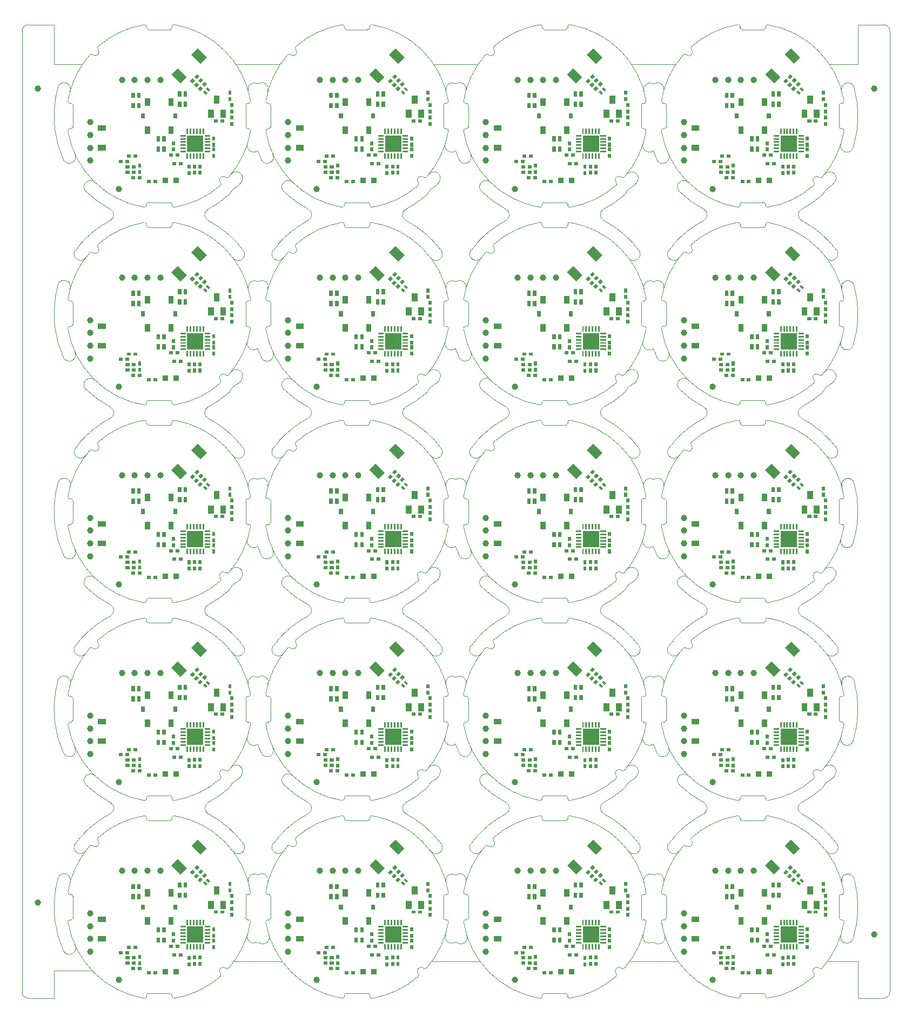
<source format=gbp>
*
%FSLAX26Y26*%
%MOIN*%
%ADD10R,0.019690X0.019690*%
%ADD11R,0.035430X0.035430*%
%ADD12R,0.009840X0.009840*%
%ADD13R,0.102360X0.102360*%
%ADD14R,0.021650X0.021650*%
%ADD15R,0.033470X0.033470*%
%ADD16R,0.036000X0.036000*%
%ADD17C,0.039370*%
%ADD18R,0.031500X0.031500*%
%ADD19R,0.023620X0.023620*%
%ADD20C,0.004000*%
%ADD21C,0.003937*%
%IPPOS*%
%LNpz02c05521a0.gbp*%
%LPD*%
G75*
G54D10*
X688173Y250485D02*
X692103D01*
X648793D02*
X652723D01*
X606803Y282485D02*
X610733D01*
X646173D02*
X650103D01*
X656803Y314485D02*
X660733D01*
X696173D02*
X700103D01*
X916803Y321485D02*
X920733D01*
X956173D02*
X960103D01*
X1233303Y532615D02*
X1237233D01*
X1193933D02*
X1197863D01*
X936943Y268615D02*
X940873D01*
X976313D02*
X980243D01*
X820313Y157615D02*
X824243D01*
X780943D02*
X784873D01*
X723173Y183485D02*
X727103D01*
X683803D02*
X687733D01*
X648803Y216485D02*
X652733D01*
X688173D02*
X692103D01*
G54D11*
X949088Y164615D03*
X884088D03*
G54D10*
X935458Y354150D02*
Y358080D01*
Y393520D02*
Y397450D01*
X1295458Y552200D02*
Y556130D01*
Y512830D02*
Y516760D01*
Y589830D02*
Y593760D01*
Y629200D02*
Y633130D01*
X1282458Y664830D02*
Y668760D01*
Y704200D02*
Y708130D01*
X1182458Y383830D02*
Y387760D01*
Y423200D02*
Y427130D01*
Y354200D02*
Y358130D01*
Y314830D02*
Y318760D01*
X1098458Y210830D02*
Y214760D01*
Y250200D02*
Y254130D01*
X1031458Y208830D02*
Y212760D01*
Y248200D02*
Y252130D01*
X1065458Y210830D02*
Y214760D01*
Y250200D02*
Y254130D01*
X725588Y214970D02*
Y218900D01*
Y254330D02*
Y258260D01*
G36*
X1035358Y778305D02*
X1052058Y795005D01*
X1065978Y781085D01*
X1049278Y764385D01*
X1035358Y778305D01*
G37*
G36*
X1063198Y806145D02*
X1079898Y822845D01*
X1093818Y808925D01*
X1077118Y792225D01*
X1063198Y806145D01*
G37*
G36*
X1087198Y782145D02*
X1103898Y798845D01*
X1117818Y784925D01*
X1101118Y768225D01*
X1087198Y782145D01*
G37*
G36*
X1059358Y754305D02*
X1076058Y771005D01*
X1089978Y757085D01*
X1073278Y740385D01*
X1059358Y754305D01*
G37*
G36*
X1083358Y731305D02*
X1100058Y748005D01*
X1113978Y734085D01*
X1097278Y717385D01*
X1083358Y731305D01*
G37*
G36*
X1111198Y759145D02*
X1127898Y775845D01*
X1141818Y761925D01*
X1125118Y745225D01*
X1111198Y759145D01*
G37*
G36*
X1127058Y723785D02*
X1143758Y707085D01*
X1134018Y697345D01*
X1117318Y714045D01*
X1127058Y723785D01*
G37*
G36*
X1145158Y741885D02*
X1161858Y725185D01*
X1152118Y715445D01*
X1135418Y732145D01*
X1145158Y741885D01*
G37*
G54D12*
X1098508Y456670D02*
Y480300D01*
X1118198Y305090D02*
Y328720D01*
X1098508Y305090D02*
Y328720D01*
X1078828Y305090D02*
Y328720D01*
X1059138Y305090D02*
Y328720D01*
X1039458Y305090D02*
Y328720D01*
X1019768Y305090D02*
Y328720D01*
Y456670D02*
Y480300D01*
X1039458Y456670D02*
Y480300D01*
X1059138Y456670D02*
Y480300D01*
X1078828Y456670D02*
Y480300D01*
X1118198Y456670D02*
Y480300D01*
X981383Y343485D02*
X1005013D01*
X981383Y363165D02*
X1005013D01*
X981383Y382855D02*
X1005013D01*
X981383Y402535D02*
X1005013D01*
X981383Y422225D02*
X1005013D01*
X981383Y441905D02*
X1005013D01*
X1132953D02*
X1156583D01*
X1132953Y422225D02*
X1156583D01*
X1132953Y402535D02*
X1156583D01*
X1132953Y382855D02*
X1156583D01*
X1132953Y363165D02*
X1156583D01*
X1132953Y343485D02*
X1156583D01*
G54D13*
X1068978Y392695D03*
G54D14*
X876168Y354060D02*
Y363910D01*
Y417050D02*
Y426900D01*
X840738Y417050D02*
Y426900D01*
Y354060D02*
Y363910D01*
X685738Y622050D02*
Y631900D01*
Y685040D02*
Y694890D01*
X721168Y685040D02*
Y694890D01*
Y622050D02*
Y631900D01*
X1008178Y631070D02*
Y640920D01*
Y694060D02*
Y703910D01*
X972748Y694060D02*
Y703910D01*
Y631070D02*
Y640920D01*
G36*
X977938Y764285D02*
X922258Y819965D01*
X961238Y858945D01*
X1016918Y803265D01*
X977938Y764285D01*
G37*
G36*
X1100428Y886775D02*
X1044748Y942455D01*
X1083728Y981435D01*
X1139408Y925755D01*
X1100428Y886775D01*
G37*
G54D15*
X485573Y367485D02*
X499343D01*
X485573Y487555D02*
X499343D01*
G54D16*
X1200958Y657485D02*
Y671485D01*
X1240958Y569485D02*
Y583485D01*
X1165958Y569485D02*
Y583485D01*
G54D17*
X616538Y786185D03*
X852758D03*
X695278D03*
X774018D03*
X598458Y113485D03*
X421258Y445375D03*
Y287895D03*
Y366635D03*
Y524115D03*
G54D18*
X773618Y468995D02*
Y484735D01*
Y642225D02*
Y657965D01*
X919288Y468995D02*
Y484735D01*
Y642225D02*
Y657965D01*
G54D19*
X747048Y559545D02*
Y567425D01*
X945868Y559545D02*
Y567425D01*
G54D20*
X1257858Y185475D02*
G03X1274888Y186205I8165J8530D01*
G03X1409788Y471025I-428428J377274D01*
X1409778Y471015D02*
G03X1398128Y484745I-11662J1912D01*
X1380368Y496555D02*
G03X1392178Y484745I11810J0D01*
Y642225D02*
G03X1380368Y630415I0J-11810D01*
X1398128Y642225D02*
G03X1409778Y655945I-2J11808D01*
X1409788D02*
G03X938918Y1126815I-563330J-92460D01*
Y1126805D02*
G03X925198Y1115155I-1907J-11658D01*
X913388Y1097395D02*
G03X925198Y1109205I0J11810D01*
X767718D02*
G03X779528Y1097395I11810J0D01*
X767718Y1115155D02*
G03X753988Y1126805I-11809J-1D01*
X753998Y1126815D02*
G03X469178Y991915I92456J-563332D01*
G03X468448Y974885I7810J-8865D01*
X435048Y941485D02*
G03X468448Y974885I16330J17070D01*
X435048Y941485D02*
G03X418028Y940755I-8160J-8530D01*
G03X283128Y655945I428427J-377277D01*
G03X294778Y642225I11658J-1907D01*
X312538Y630415D02*
G03X300728Y642225I-11810J0D01*
Y484745D02*
G03X312538Y496555I0J11810D01*
X294778Y484745D02*
G03X283128Y471015I1J-11809D01*
Y471025D02*
G03X753998Y155I563330J92460D01*
X753988D02*
G03X767718Y11805I1912J11662D01*
X779528Y29565D02*
G03X767718Y17755I0J-11810D01*
X925198D02*
G03X913388Y29565I-11810J0D01*
X925198Y11805D02*
G03X938918Y155I11808J2D01*
G03X1223728Y135055I-92467J563327D01*
G03X1224458Y152075I-7810J8861D01*
X1257858Y185475D02*
G03X1224458Y152075I-16330J-17070D01*
X1392178Y484745D02*
G01X1398128D01*
X1380368Y496555D02*
Y630415D01*
X1392178Y642225D02*
X1398128D01*
X925198Y1109205D02*
Y1115155D01*
X779528Y1097395D02*
X913388D01*
X767718Y1109205D02*
Y1115155D01*
X294778Y642225D02*
X300728D01*
X312538Y496555D02*
Y630415D01*
X294778Y484745D02*
X300728D01*
X767718Y11805D02*
Y17755D01*
X779528Y29565D02*
X913388D01*
X925198Y11805D02*
Y17755D01*
G54D10*
X688173Y1470958D02*
X692103D01*
X648793D02*
X652723D01*
X606803Y1502958D02*
X610733D01*
X646173D02*
X650103D01*
X656803Y1534958D02*
X660733D01*
X696173D02*
X700103D01*
X916803Y1541958D02*
X920733D01*
X956173D02*
X960103D01*
X1233303Y1753088D02*
X1237233D01*
X1193933D02*
X1197863D01*
X936943Y1489088D02*
X940873D01*
X976313D02*
X980243D01*
X820313Y1378088D02*
X824243D01*
X780943D02*
X784873D01*
X723173Y1403958D02*
X727103D01*
X683803D02*
X687733D01*
X648803Y1436958D02*
X652733D01*
X688173D02*
X692103D01*
G54D11*
X949088Y1385088D03*
X884088D03*
G54D10*
X935458Y1574623D02*
Y1578553D01*
Y1613993D02*
Y1617923D01*
X1295458Y1772673D02*
Y1776603D01*
Y1733303D02*
Y1737233D01*
Y1810303D02*
Y1814233D01*
Y1849673D02*
Y1853603D01*
X1282458Y1885303D02*
Y1889233D01*
Y1924673D02*
Y1928603D01*
X1182458Y1604303D02*
Y1608233D01*
Y1643673D02*
Y1647603D01*
Y1574673D02*
Y1578603D01*
Y1535303D02*
Y1539233D01*
X1098458Y1431303D02*
Y1435233D01*
Y1470673D02*
Y1474603D01*
X1031458Y1429303D02*
Y1433233D01*
Y1468673D02*
Y1472603D01*
X1065458Y1431303D02*
Y1435233D01*
Y1470673D02*
Y1474603D01*
X725588Y1435443D02*
Y1439373D01*
Y1474803D02*
Y1478733D01*
G36*
X1035358Y1998778D02*
X1052058Y2015478D01*
X1065978Y2001558D01*
X1049278Y1984858D01*
X1035358Y1998778D01*
G37*
G36*
X1063198Y2026618D02*
X1079898Y2043318D01*
X1093818Y2029398D01*
X1077118Y2012698D01*
X1063198Y2026618D01*
G37*
G36*
X1087198Y2002618D02*
X1103898Y2019318D01*
X1117818Y2005398D01*
X1101118Y1988698D01*
X1087198Y2002618D01*
G37*
G36*
X1059358Y1974778D02*
X1076058Y1991478D01*
X1089978Y1977558D01*
X1073278Y1960858D01*
X1059358Y1974778D01*
G37*
G36*
X1083358Y1951778D02*
X1100058Y1968478D01*
X1113978Y1954558D01*
X1097278Y1937858D01*
X1083358Y1951778D01*
G37*
G36*
X1111198Y1979618D02*
X1127898Y1996318D01*
X1141818Y1982398D01*
X1125118Y1965698D01*
X1111198Y1979618D01*
G37*
G36*
X1127058Y1944258D02*
X1143758Y1927558D01*
X1134018Y1917818D01*
X1117318Y1934518D01*
X1127058Y1944258D01*
G37*
G36*
X1145158Y1962358D02*
X1161858Y1945658D01*
X1152118Y1935918D01*
X1135418Y1952618D01*
X1145158Y1962358D01*
G37*
G54D12*
X1098508Y1677143D02*
Y1700773D01*
X1118198Y1525563D02*
Y1549193D01*
X1098508Y1525563D02*
Y1549193D01*
X1078828Y1525563D02*
Y1549193D01*
X1059138Y1525563D02*
Y1549193D01*
X1039458Y1525563D02*
Y1549193D01*
X1019768Y1525563D02*
Y1549193D01*
Y1677143D02*
Y1700773D01*
X1039458Y1677143D02*
Y1700773D01*
X1059138Y1677143D02*
Y1700773D01*
X1078828Y1677143D02*
Y1700773D01*
X1118198Y1677143D02*
Y1700773D01*
X981383Y1563958D02*
X1005013D01*
X981383Y1583638D02*
X1005013D01*
X981383Y1603328D02*
X1005013D01*
X981383Y1623008D02*
X1005013D01*
X981383Y1642698D02*
X1005013D01*
X981383Y1662378D02*
X1005013D01*
X1132953D02*
X1156583D01*
X1132953Y1642698D02*
X1156583D01*
X1132953Y1623008D02*
X1156583D01*
X1132953Y1603328D02*
X1156583D01*
X1132953Y1583638D02*
X1156583D01*
X1132953Y1563958D02*
X1156583D01*
G54D13*
X1068978Y1613168D03*
G54D14*
X876168Y1574533D02*
Y1584383D01*
Y1637523D02*
Y1647373D01*
X840738Y1637523D02*
Y1647373D01*
Y1574533D02*
Y1584383D01*
X685738Y1842523D02*
Y1852373D01*
Y1905513D02*
Y1915363D01*
X721168Y1905513D02*
Y1915363D01*
Y1842523D02*
Y1852373D01*
X1008178Y1851543D02*
Y1861393D01*
Y1914533D02*
Y1924383D01*
X972748Y1914533D02*
Y1924383D01*
Y1851543D02*
Y1861393D01*
G36*
X977938Y1984758D02*
X922258Y2040438D01*
X961238Y2079418D01*
X1016918Y2023738D01*
X977938Y1984758D01*
G37*
G36*
X1100428Y2107248D02*
X1044748Y2162928D01*
X1083728Y2201908D01*
X1139408Y2146228D01*
X1100428Y2107248D01*
G37*
G54D15*
X485573Y1587958D02*
X499343D01*
X485573Y1708028D02*
X499343D01*
G54D16*
X1200958Y1877958D02*
Y1891958D01*
X1240958Y1789958D02*
Y1803958D01*
X1165958Y1789958D02*
Y1803958D01*
G54D17*
X616538Y2006658D03*
X852758D03*
X695278D03*
X774018D03*
X598458Y1333958D03*
X421258Y1665848D03*
Y1508368D03*
Y1587108D03*
Y1744588D03*
G54D18*
X773618Y1689468D02*
Y1705208D01*
Y1862698D02*
Y1878438D01*
X919288Y1689468D02*
Y1705208D01*
Y1862698D02*
Y1878438D01*
G54D19*
X747048Y1780018D02*
Y1787898D01*
X945868Y1780018D02*
Y1787898D01*
G54D20*
X1257858Y1405948D02*
G03X1274888Y1406678I8165J8530D01*
G03X1409788Y1691498I-428428J377274D01*
X1409778Y1691488D02*
G03X1398128Y1705218I-11662J1912D01*
X1380368Y1717028D02*
G03X1392178Y1705218I11810J0D01*
Y1862698D02*
G03X1380368Y1850888I0J-11810D01*
X1398128Y1862698D02*
G03X1409778Y1876418I-2J11808D01*
X1409788D02*
G03X938918Y2347288I-563330J-92460D01*
Y2347278D02*
G03X925198Y2335628I-1907J-11658D01*
X913388Y2317868D02*
G03X925198Y2329678I0J11810D01*
X767718D02*
G03X779528Y2317868I11810J0D01*
X767718Y2335628D02*
G03X753988Y2347278I-11809J-1D01*
X753998Y2347288D02*
G03X469178Y2212388I92456J-563332D01*
G03X468448Y2195358I7810J-8865D01*
X435048Y2161958D02*
G03X468448Y2195358I16330J17070D01*
X435048Y2161958D02*
G03X418028Y2161228I-8160J-8530D01*
G03X283128Y1876418I428427J-377277D01*
G03X294778Y1862698I11658J-1907D01*
X312538Y1850888D02*
G03X300728Y1862698I-11810J0D01*
Y1705218D02*
G03X312538Y1717028I0J11810D01*
X294778Y1705218D02*
G03X283128Y1691488I1J-11809D01*
Y1691498D02*
G03X753998Y1220628I563330J92460D01*
X753988D02*
G03X767718Y1232278I1912J11662D01*
X779528Y1250038D02*
G03X767718Y1238228I0J-11810D01*
X925198D02*
G03X913388Y1250038I-11810J0D01*
X925198Y1232278D02*
G03X938918Y1220628I11808J2D01*
G03X1223728Y1355528I-92467J563327D01*
G03X1224458Y1372548I-7810J8861D01*
X1257858Y1405948D02*
G03X1224458Y1372548I-16330J-17070D01*
X1392178Y1705218D02*
G01X1398128D01*
X1380368Y1717028D02*
Y1850888D01*
X1392178Y1862698D02*
X1398128D01*
X925198Y2329678D02*
Y2335628D01*
X779528Y2317868D02*
X913388D01*
X767718Y2329678D02*
Y2335628D01*
X294778Y1862698D02*
X300728D01*
X312538Y1717028D02*
Y1850888D01*
X294778Y1705218D02*
X300728D01*
X767718Y1232278D02*
Y1238228D01*
X779528Y1250038D02*
X913388D01*
X925198Y1232278D02*
Y1238228D01*
G54D10*
X688173Y2691430D02*
X692103D01*
X648793D02*
X652723D01*
X606803Y2723430D02*
X610733D01*
X646173D02*
X650103D01*
X656803Y2755430D02*
X660733D01*
X696173D02*
X700103D01*
X916803Y2762430D02*
X920733D01*
X956173D02*
X960103D01*
X1233303Y2973560D02*
X1237233D01*
X1193933D02*
X1197863D01*
X936943Y2709560D02*
X940873D01*
X976313D02*
X980243D01*
X820313Y2598560D02*
X824243D01*
X780943D02*
X784873D01*
X723173Y2624430D02*
X727103D01*
X683803D02*
X687733D01*
X648803Y2657430D02*
X652733D01*
X688173D02*
X692103D01*
G54D11*
X949088Y2605560D03*
X884088D03*
G54D10*
X935458Y2795095D02*
Y2799025D01*
Y2834465D02*
Y2838395D01*
X1295458Y2993145D02*
Y2997075D01*
Y2953775D02*
Y2957705D01*
Y3030775D02*
Y3034705D01*
Y3070145D02*
Y3074075D01*
X1282458Y3105775D02*
Y3109705D01*
Y3145145D02*
Y3149075D01*
X1182458Y2824775D02*
Y2828705D01*
Y2864145D02*
Y2868075D01*
Y2795145D02*
Y2799075D01*
Y2755775D02*
Y2759705D01*
X1098458Y2651775D02*
Y2655705D01*
Y2691145D02*
Y2695075D01*
X1031458Y2649775D02*
Y2653705D01*
Y2689145D02*
Y2693075D01*
X1065458Y2651775D02*
Y2655705D01*
Y2691145D02*
Y2695075D01*
X725588Y2655915D02*
Y2659845D01*
Y2695275D02*
Y2699205D01*
G36*
X1035358Y3219250D02*
X1052058Y3235950D01*
X1065978Y3222030D01*
X1049278Y3205330D01*
X1035358Y3219250D01*
G37*
G36*
X1063198Y3247090D02*
X1079898Y3263790D01*
X1093818Y3249870D01*
X1077118Y3233170D01*
X1063198Y3247090D01*
G37*
G36*
X1087198Y3223090D02*
X1103898Y3239790D01*
X1117818Y3225870D01*
X1101118Y3209170D01*
X1087198Y3223090D01*
G37*
G36*
X1059358Y3195250D02*
X1076058Y3211950D01*
X1089978Y3198030D01*
X1073278Y3181330D01*
X1059358Y3195250D01*
G37*
G36*
X1083358Y3172250D02*
X1100058Y3188950D01*
X1113978Y3175030D01*
X1097278Y3158330D01*
X1083358Y3172250D01*
G37*
G36*
X1111198Y3200090D02*
X1127898Y3216790D01*
X1141818Y3202870D01*
X1125118Y3186170D01*
X1111198Y3200090D01*
G37*
G36*
X1127058Y3164730D02*
X1143758Y3148030D01*
X1134018Y3138290D01*
X1117318Y3154990D01*
X1127058Y3164730D01*
G37*
G36*
X1145158Y3182830D02*
X1161858Y3166130D01*
X1152118Y3156390D01*
X1135418Y3173090D01*
X1145158Y3182830D01*
G37*
G54D12*
X1098508Y2897615D02*
Y2921245D01*
X1118198Y2746035D02*
Y2769665D01*
X1098508Y2746035D02*
Y2769665D01*
X1078828Y2746035D02*
Y2769665D01*
X1059138Y2746035D02*
Y2769665D01*
X1039458Y2746035D02*
Y2769665D01*
X1019768Y2746035D02*
Y2769665D01*
Y2897615D02*
Y2921245D01*
X1039458Y2897615D02*
Y2921245D01*
X1059138Y2897615D02*
Y2921245D01*
X1078828Y2897615D02*
Y2921245D01*
X1118198Y2897615D02*
Y2921245D01*
X981383Y2784430D02*
X1005013D01*
X981383Y2804110D02*
X1005013D01*
X981383Y2823800D02*
X1005013D01*
X981383Y2843480D02*
X1005013D01*
X981383Y2863170D02*
X1005013D01*
X981383Y2882850D02*
X1005013D01*
X1132953D02*
X1156583D01*
X1132953Y2863170D02*
X1156583D01*
X1132953Y2843480D02*
X1156583D01*
X1132953Y2823800D02*
X1156583D01*
X1132953Y2804110D02*
X1156583D01*
X1132953Y2784430D02*
X1156583D01*
G54D13*
X1068978Y2833640D03*
G54D14*
X876168Y2795005D02*
Y2804855D01*
Y2857995D02*
Y2867845D01*
X840738Y2857995D02*
Y2867845D01*
Y2795005D02*
Y2804855D01*
X685738Y3062995D02*
Y3072845D01*
Y3125985D02*
Y3135835D01*
X721168Y3125985D02*
Y3135835D01*
Y3062995D02*
Y3072845D01*
X1008178Y3072015D02*
Y3081865D01*
Y3135005D02*
Y3144855D01*
X972748Y3135005D02*
Y3144855D01*
Y3072015D02*
Y3081865D01*
G36*
X977938Y3205230D02*
X922258Y3260910D01*
X961238Y3299890D01*
X1016918Y3244210D01*
X977938Y3205230D01*
G37*
G36*
X1100428Y3327720D02*
X1044748Y3383400D01*
X1083728Y3422380D01*
X1139408Y3366700D01*
X1100428Y3327720D01*
G37*
G54D15*
X485573Y2808430D02*
X499343D01*
X485573Y2928500D02*
X499343D01*
G54D16*
X1200958Y3098430D02*
Y3112430D01*
X1240958Y3010430D02*
Y3024430D01*
X1165958Y3010430D02*
Y3024430D01*
G54D17*
X616538Y3227130D03*
X852758D03*
X695278D03*
X774018D03*
X598458Y2554430D03*
X421258Y2886320D03*
Y2728840D03*
Y2807580D03*
Y2965060D03*
G54D18*
X773618Y2909940D02*
Y2925680D01*
Y3083170D02*
Y3098910D01*
X919288Y2909940D02*
Y2925680D01*
Y3083170D02*
Y3098910D01*
G54D19*
X747048Y3000490D02*
Y3008370D01*
X945868Y3000490D02*
Y3008370D01*
G54D20*
X1257858Y2626420D02*
G03X1274888Y2627150I8165J8530D01*
G03X1409788Y2911970I-428428J377274D01*
X1409778Y2911960D02*
G03X1398128Y2925690I-11662J1912D01*
X1380368Y2937500D02*
G03X1392178Y2925690I11810J0D01*
Y3083170D02*
G03X1380368Y3071360I0J-11810D01*
X1398128Y3083170D02*
G03X1409778Y3096890I-2J11808D01*
X1409788D02*
G03X938918Y3567760I-563330J-92460D01*
Y3567750D02*
G03X925198Y3556100I-1907J-11658D01*
X913388Y3538340D02*
G03X925198Y3550150I0J11810D01*
X767718D02*
G03X779528Y3538340I11810J0D01*
X767718Y3556100D02*
G03X753988Y3567750I-11809J-1D01*
X753998Y3567760D02*
G03X469178Y3432860I92456J-563332D01*
G03X468448Y3415830I7810J-8865D01*
X435048Y3382430D02*
G03X468448Y3415830I16330J17070D01*
X435048Y3382430D02*
G03X418028Y3381700I-8160J-8530D01*
G03X283128Y3096890I428427J-377277D01*
G03X294778Y3083170I11658J-1907D01*
X312538Y3071360D02*
G03X300728Y3083170I-11810J0D01*
Y2925690D02*
G03X312538Y2937500I0J11810D01*
X294778Y2925690D02*
G03X283128Y2911960I1J-11809D01*
Y2911970D02*
G03X753998Y2441100I563330J92460D01*
X753988D02*
G03X767718Y2452750I1912J11662D01*
X779528Y2470510D02*
G03X767718Y2458700I0J-11810D01*
X925198D02*
G03X913388Y2470510I-11810J0D01*
X925198Y2452750D02*
G03X938918Y2441100I11808J2D01*
G03X1223728Y2576000I-92467J563327D01*
G03X1224458Y2593020I-7810J8861D01*
X1257858Y2626420D02*
G03X1224458Y2593020I-16330J-17070D01*
X1392178Y2925690D02*
G01X1398128D01*
X1380368Y2937500D02*
Y3071360D01*
X1392178Y3083170D02*
X1398128D01*
X925198Y3550150D02*
Y3556100D01*
X779528Y3538340D02*
X913388D01*
X767718Y3550150D02*
Y3556100D01*
X294778Y3083170D02*
X300728D01*
X312538Y2937500D02*
Y3071360D01*
X294778Y2925690D02*
X300728D01*
X767718Y2452750D02*
Y2458700D01*
X779528Y2470510D02*
X913388D01*
X925198Y2452750D02*
Y2458700D01*
G54D10*
X688173Y3911903D02*
X692103D01*
X648793D02*
X652723D01*
X606803Y3943903D02*
X610733D01*
X646173D02*
X650103D01*
X656803Y3975903D02*
X660733D01*
X696173D02*
X700103D01*
X916803Y3982903D02*
X920733D01*
X956173D02*
X960103D01*
X1233303Y4194033D02*
X1237233D01*
X1193933D02*
X1197863D01*
X936943Y3930033D02*
X940873D01*
X976313D02*
X980243D01*
X820313Y3819033D02*
X824243D01*
X780943D02*
X784873D01*
X723173Y3844903D02*
X727103D01*
X683803D02*
X687733D01*
X648803Y3877903D02*
X652733D01*
X688173D02*
X692103D01*
G54D11*
X949088Y3826033D03*
X884088D03*
G54D10*
X935458Y4015568D02*
Y4019498D01*
Y4054938D02*
Y4058868D01*
X1295458Y4213618D02*
Y4217548D01*
Y4174248D02*
Y4178178D01*
Y4251248D02*
Y4255178D01*
Y4290618D02*
Y4294548D01*
X1282458Y4326248D02*
Y4330178D01*
Y4365618D02*
Y4369548D01*
X1182458Y4045248D02*
Y4049178D01*
Y4084618D02*
Y4088548D01*
Y4015618D02*
Y4019548D01*
Y3976248D02*
Y3980178D01*
X1098458Y3872248D02*
Y3876178D01*
Y3911618D02*
Y3915548D01*
X1031458Y3870248D02*
Y3874178D01*
Y3909618D02*
Y3913548D01*
X1065458Y3872248D02*
Y3876178D01*
Y3911618D02*
Y3915548D01*
X725588Y3876388D02*
Y3880318D01*
Y3915748D02*
Y3919678D01*
G36*
X1035358Y4439723D02*
X1052058Y4456423D01*
X1065978Y4442503D01*
X1049278Y4425803D01*
X1035358Y4439723D01*
G37*
G36*
X1063198Y4467563D02*
X1079898Y4484263D01*
X1093818Y4470343D01*
X1077118Y4453643D01*
X1063198Y4467563D01*
G37*
G36*
X1087198Y4443563D02*
X1103898Y4460263D01*
X1117818Y4446343D01*
X1101118Y4429643D01*
X1087198Y4443563D01*
G37*
G36*
X1059358Y4415723D02*
X1076058Y4432423D01*
X1089978Y4418503D01*
X1073278Y4401803D01*
X1059358Y4415723D01*
G37*
G36*
X1083358Y4392723D02*
X1100058Y4409423D01*
X1113978Y4395503D01*
X1097278Y4378803D01*
X1083358Y4392723D01*
G37*
G36*
X1111198Y4420563D02*
X1127898Y4437263D01*
X1141818Y4423343D01*
X1125118Y4406643D01*
X1111198Y4420563D01*
G37*
G36*
X1127058Y4385203D02*
X1143758Y4368503D01*
X1134018Y4358763D01*
X1117318Y4375463D01*
X1127058Y4385203D01*
G37*
G36*
X1145158Y4403303D02*
X1161858Y4386603D01*
X1152118Y4376863D01*
X1135418Y4393563D01*
X1145158Y4403303D01*
G37*
G54D12*
X1098508Y4118088D02*
Y4141718D01*
X1118198Y3966508D02*
Y3990138D01*
X1098508Y3966508D02*
Y3990138D01*
X1078828Y3966508D02*
Y3990138D01*
X1059138Y3966508D02*
Y3990138D01*
X1039458Y3966508D02*
Y3990138D01*
X1019768Y3966508D02*
Y3990138D01*
Y4118088D02*
Y4141718D01*
X1039458Y4118088D02*
Y4141718D01*
X1059138Y4118088D02*
Y4141718D01*
X1078828Y4118088D02*
Y4141718D01*
X1118198Y4118088D02*
Y4141718D01*
X981383Y4004903D02*
X1005013D01*
X981383Y4024583D02*
X1005013D01*
X981383Y4044273D02*
X1005013D01*
X981383Y4063953D02*
X1005013D01*
X981383Y4083643D02*
X1005013D01*
X981383Y4103323D02*
X1005013D01*
X1132953D02*
X1156583D01*
X1132953Y4083643D02*
X1156583D01*
X1132953Y4063953D02*
X1156583D01*
X1132953Y4044273D02*
X1156583D01*
X1132953Y4024583D02*
X1156583D01*
X1132953Y4004903D02*
X1156583D01*
G54D13*
X1068978Y4054113D03*
G54D14*
X876168Y4015478D02*
Y4025328D01*
Y4078468D02*
Y4088318D01*
X840738Y4078468D02*
Y4088318D01*
Y4015478D02*
Y4025328D01*
X685738Y4283468D02*
Y4293318D01*
Y4346458D02*
Y4356308D01*
X721168Y4346458D02*
Y4356308D01*
Y4283468D02*
Y4293318D01*
X1008178Y4292488D02*
Y4302338D01*
Y4355478D02*
Y4365328D01*
X972748Y4355478D02*
Y4365328D01*
Y4292488D02*
Y4302338D01*
G36*
X977938Y4425703D02*
X922258Y4481383D01*
X961238Y4520363D01*
X1016918Y4464683D01*
X977938Y4425703D01*
G37*
G36*
X1100428Y4548193D02*
X1044748Y4603873D01*
X1083728Y4642853D01*
X1139408Y4587173D01*
X1100428Y4548193D01*
G37*
G54D15*
X485573Y4028903D02*
X499343D01*
X485573Y4148973D02*
X499343D01*
G54D16*
X1200958Y4318903D02*
Y4332903D01*
X1240958Y4230903D02*
Y4244903D01*
X1165958Y4230903D02*
Y4244903D01*
G54D17*
X616538Y4447603D03*
X852758D03*
X695278D03*
X774018D03*
X598458Y3774903D03*
X421258Y4106793D03*
Y3949313D03*
Y4028053D03*
Y4185533D03*
G54D18*
X773618Y4130413D02*
Y4146153D01*
Y4303643D02*
Y4319383D01*
X919288Y4130413D02*
Y4146153D01*
Y4303643D02*
Y4319383D01*
G54D19*
X747048Y4220963D02*
Y4228843D01*
X945868Y4220963D02*
Y4228843D01*
G54D20*
X1257858Y3846893D02*
G03X1274888Y3847623I8165J8530D01*
G03X1409788Y4132443I-428428J377274D01*
X1409778Y4132433D02*
G03X1398128Y4146163I-11662J1912D01*
X1380368Y4157973D02*
G03X1392178Y4146163I11810J0D01*
Y4303643D02*
G03X1380368Y4291833I0J-11810D01*
X1398128Y4303643D02*
G03X1409778Y4317363I-2J11808D01*
X1409788D02*
G03X938918Y4788233I-563330J-92460D01*
Y4788223D02*
G03X925198Y4776573I-1907J-11658D01*
X913388Y4758813D02*
G03X925198Y4770623I0J11810D01*
X767718D02*
G03X779528Y4758813I11810J0D01*
X767718Y4776573D02*
G03X753988Y4788223I-11809J-1D01*
X753998Y4788233D02*
G03X469178Y4653333I92456J-563332D01*
G03X468448Y4636303I7810J-8865D01*
X435048Y4602903D02*
G03X468448Y4636303I16330J17070D01*
X435048Y4602903D02*
G03X418028Y4602173I-8160J-8530D01*
G03X283128Y4317363I428427J-377277D01*
G03X294778Y4303643I11658J-1907D01*
X312538Y4291833D02*
G03X300728Y4303643I-11810J0D01*
Y4146163D02*
G03X312538Y4157973I0J11810D01*
X294778Y4146163D02*
G03X283128Y4132433I1J-11809D01*
Y4132443D02*
G03X753998Y3661573I563330J92460D01*
X753988D02*
G03X767718Y3673223I1912J11662D01*
X779528Y3690983D02*
G03X767718Y3679173I0J-11810D01*
X925198D02*
G03X913388Y3690983I-11810J0D01*
X925198Y3673223D02*
G03X938918Y3661573I11808J2D01*
G03X1223728Y3796473I-92467J563327D01*
G03X1224458Y3813493I-7810J8861D01*
X1257858Y3846893D02*
G03X1224458Y3813493I-16330J-17070D01*
X1392178Y4146163D02*
G01X1398128D01*
X1380368Y4157973D02*
Y4291833D01*
X1392178Y4303643D02*
X1398128D01*
X925198Y4770623D02*
Y4776573D01*
X779528Y4758813D02*
X913388D01*
X767718Y4770623D02*
Y4776573D01*
X294778Y4303643D02*
X300728D01*
X312538Y4157973D02*
Y4291833D01*
X294778Y4146163D02*
X300728D01*
X767718Y3673223D02*
Y3679173D01*
X779528Y3690983D02*
X913388D01*
X925198Y3673223D02*
Y3679173D01*
G54D10*
X688173Y5132375D02*
X692103D01*
X648793D02*
X652723D01*
X606803Y5164375D02*
X610733D01*
X646173D02*
X650103D01*
X656803Y5196375D02*
X660733D01*
X696173D02*
X700103D01*
X916803Y5203375D02*
X920733D01*
X956173D02*
X960103D01*
X1233303Y5414505D02*
X1237233D01*
X1193933D02*
X1197863D01*
X936943Y5150505D02*
X940873D01*
X976313D02*
X980243D01*
X820313Y5039505D02*
X824243D01*
X780943D02*
X784873D01*
X723173Y5065375D02*
X727103D01*
X683803D02*
X687733D01*
X648803Y5098375D02*
X652733D01*
X688173D02*
X692103D01*
G54D11*
X949088Y5046505D03*
X884088D03*
G54D10*
X935458Y5236040D02*
Y5239970D01*
Y5275410D02*
Y5279340D01*
X1295458Y5434090D02*
Y5438020D01*
Y5394720D02*
Y5398650D01*
Y5471720D02*
Y5475650D01*
Y5511090D02*
Y5515020D01*
X1282458Y5546720D02*
Y5550650D01*
Y5586090D02*
Y5590020D01*
X1182458Y5265720D02*
Y5269650D01*
Y5305090D02*
Y5309020D01*
Y5236090D02*
Y5240020D01*
Y5196720D02*
Y5200650D01*
X1098458Y5092720D02*
Y5096650D01*
Y5132090D02*
Y5136020D01*
X1031458Y5090720D02*
Y5094650D01*
Y5130090D02*
Y5134020D01*
X1065458Y5092720D02*
Y5096650D01*
Y5132090D02*
Y5136020D01*
X725588Y5096860D02*
Y5100790D01*
Y5136220D02*
Y5140150D01*
G36*
X1035358Y5660195D02*
X1052058Y5676895D01*
X1065978Y5662975D01*
X1049278Y5646275D01*
X1035358Y5660195D01*
G37*
G36*
X1063198Y5688035D02*
X1079898Y5704735D01*
X1093818Y5690815D01*
X1077118Y5674115D01*
X1063198Y5688035D01*
G37*
G36*
X1087198Y5664035D02*
X1103898Y5680735D01*
X1117818Y5666815D01*
X1101118Y5650115D01*
X1087198Y5664035D01*
G37*
G36*
X1059358Y5636195D02*
X1076058Y5652895D01*
X1089978Y5638975D01*
X1073278Y5622275D01*
X1059358Y5636195D01*
G37*
G36*
X1083358Y5613195D02*
X1100058Y5629895D01*
X1113978Y5615975D01*
X1097278Y5599275D01*
X1083358Y5613195D01*
G37*
G36*
X1111198Y5641035D02*
X1127898Y5657735D01*
X1141818Y5643815D01*
X1125118Y5627115D01*
X1111198Y5641035D01*
G37*
G36*
X1127058Y5605675D02*
X1143758Y5588975D01*
X1134018Y5579235D01*
X1117318Y5595935D01*
X1127058Y5605675D01*
G37*
G36*
X1145158Y5623775D02*
X1161858Y5607075D01*
X1152118Y5597335D01*
X1135418Y5614035D01*
X1145158Y5623775D01*
G37*
G54D12*
X1098508Y5338560D02*
Y5362190D01*
X1118198Y5186980D02*
Y5210610D01*
X1098508Y5186980D02*
Y5210610D01*
X1078828Y5186980D02*
Y5210610D01*
X1059138Y5186980D02*
Y5210610D01*
X1039458Y5186980D02*
Y5210610D01*
X1019768Y5186980D02*
Y5210610D01*
Y5338560D02*
Y5362190D01*
X1039458Y5338560D02*
Y5362190D01*
X1059138Y5338560D02*
Y5362190D01*
X1078828Y5338560D02*
Y5362190D01*
X1118198Y5338560D02*
Y5362190D01*
X981383Y5225375D02*
X1005013D01*
X981383Y5245055D02*
X1005013D01*
X981383Y5264745D02*
X1005013D01*
X981383Y5284425D02*
X1005013D01*
X981383Y5304115D02*
X1005013D01*
X981383Y5323795D02*
X1005013D01*
X1132953D02*
X1156583D01*
X1132953Y5304115D02*
X1156583D01*
X1132953Y5284425D02*
X1156583D01*
X1132953Y5264745D02*
X1156583D01*
X1132953Y5245055D02*
X1156583D01*
X1132953Y5225375D02*
X1156583D01*
G54D13*
X1068978Y5274585D03*
G54D14*
X876168Y5235950D02*
Y5245800D01*
Y5298940D02*
Y5308790D01*
X840738Y5298940D02*
Y5308790D01*
Y5235950D02*
Y5245800D01*
X685738Y5503940D02*
Y5513790D01*
Y5566930D02*
Y5576780D01*
X721168Y5566930D02*
Y5576780D01*
Y5503940D02*
Y5513790D01*
X1008178Y5512960D02*
Y5522810D01*
Y5575950D02*
Y5585800D01*
X972748Y5575950D02*
Y5585800D01*
Y5512960D02*
Y5522810D01*
G36*
X977938Y5646175D02*
X922258Y5701855D01*
X961238Y5740835D01*
X1016918Y5685155D01*
X977938Y5646175D01*
G37*
G36*
X1100428Y5768665D02*
X1044748Y5824345D01*
X1083728Y5863325D01*
X1139408Y5807645D01*
X1100428Y5768665D01*
G37*
G54D15*
X485573Y5249375D02*
X499343D01*
X485573Y5369445D02*
X499343D01*
G54D16*
X1200958Y5539375D02*
Y5553375D01*
X1240958Y5451375D02*
Y5465375D01*
X1165958Y5451375D02*
Y5465375D01*
G54D17*
X616538Y5668075D03*
X852758D03*
X695278D03*
X774018D03*
X598458Y4995375D03*
X421258Y5327265D03*
Y5169785D03*
Y5248525D03*
Y5406005D03*
G54D18*
X773618Y5350885D02*
Y5366625D01*
Y5524115D02*
Y5539855D01*
X919288Y5350885D02*
Y5366625D01*
Y5524115D02*
Y5539855D01*
G54D19*
X747048Y5441435D02*
Y5449315D01*
X945868Y5441435D02*
Y5449315D01*
G54D20*
X1257858Y5067365D02*
G03X1274888Y5068095I8165J8530D01*
G03X1409788Y5352915I-428428J377274D01*
X1409778Y5352905D02*
G03X1398128Y5366635I-11662J1912D01*
X1380368Y5378445D02*
G03X1392178Y5366635I11810J0D01*
Y5524115D02*
G03X1380368Y5512305I0J-11810D01*
X1398128Y5524115D02*
G03X1409778Y5537835I-2J11808D01*
X1409788D02*
G03X938918Y6008705I-563330J-92460D01*
Y6008695D02*
G03X925198Y5997045I-1907J-11658D01*
X913388Y5979285D02*
G03X925198Y5991095I0J11810D01*
X767718D02*
G03X779528Y5979285I11810J0D01*
X767718Y5997045D02*
G03X753988Y6008695I-11809J-1D01*
X753998Y6008705D02*
G03X469178Y5873805I92456J-563332D01*
G03X468448Y5856775I7810J-8865D01*
X435048Y5823375D02*
G03X468448Y5856775I16330J17070D01*
X435048Y5823375D02*
G03X418028Y5822645I-8160J-8530D01*
G03X283128Y5537835I428427J-377277D01*
G03X294778Y5524115I11658J-1907D01*
X312538Y5512305D02*
G03X300728Y5524115I-11810J0D01*
Y5366635D02*
G03X312538Y5378445I0J11810D01*
X294778Y5366635D02*
G03X283128Y5352905I1J-11809D01*
Y5352915D02*
G03X753998Y4882045I563330J92460D01*
X753988D02*
G03X767718Y4893695I1912J11662D01*
X779528Y4911455D02*
G03X767718Y4899645I0J-11810D01*
X925198D02*
G03X913388Y4911455I-11810J0D01*
X925198Y4893695D02*
G03X938918Y4882045I11808J2D01*
G03X1223728Y5016945I-92467J563327D01*
G03X1224458Y5033965I-7810J8861D01*
X1257858Y5067365D02*
G03X1224458Y5033965I-16330J-17070D01*
X1392178Y5366635D02*
G01X1398128D01*
X1380368Y5378445D02*
Y5512305D01*
X1392178Y5524115D02*
X1398128D01*
X925198Y5991095D02*
Y5997045D01*
X779528Y5979285D02*
X913388D01*
X767718Y5991095D02*
Y5997045D01*
X294778Y5524115D02*
X300728D01*
X312538Y5378445D02*
Y5512305D01*
X294778Y5366635D02*
X300728D01*
X767718Y4893695D02*
Y4899645D01*
X779528Y4911455D02*
X913388D01*
X925198Y4893695D02*
Y4899645D01*
G54D10*
X1908645Y250485D02*
X1912575D01*
X1869265D02*
X1873195D01*
X1827275Y282485D02*
X1831205D01*
X1866645D02*
X1870575D01*
X1877275Y314485D02*
X1881205D01*
X1916645D02*
X1920575D01*
X2137275Y321485D02*
X2141205D01*
X2176645D02*
X2180575D01*
X2453775Y532615D02*
X2457705D01*
X2414406D02*
X2418335D01*
X2157415Y268615D02*
X2161345D01*
X2196785D02*
X2200715D01*
X2040785Y157615D02*
X2044715D01*
X2001415D02*
X2005345D01*
X1943645Y183485D02*
X1947575D01*
X1904275D02*
X1908205D01*
X1869275Y216485D02*
X1873205D01*
X1908645D02*
X1912575D01*
G54D11*
X2169560Y164615D03*
X2104560D03*
G54D10*
X2155930Y354150D02*
Y358080D01*
Y393520D02*
Y397450D01*
X2515930Y552200D02*
Y556130D01*
Y512830D02*
Y516760D01*
Y589830D02*
Y593760D01*
Y629200D02*
Y633130D01*
X2502930Y664830D02*
Y668760D01*
Y704200D02*
Y708130D01*
X2402930Y383830D02*
Y387760D01*
Y423200D02*
Y427130D01*
Y354200D02*
Y358130D01*
Y314830D02*
Y318760D01*
X2318930Y210830D02*
Y214760D01*
Y250200D02*
Y254130D01*
X2251930Y208830D02*
Y212760D01*
Y248200D02*
Y252130D01*
X2285930Y210830D02*
Y214760D01*
Y250200D02*
Y254130D01*
X1946060Y214970D02*
Y218900D01*
Y254330D02*
Y258260D01*
G36*
X2255830Y778305D02*
X2272530Y795005D01*
X2286450Y781085D01*
X2269750Y764385D01*
X2255830Y778305D01*
G37*
G36*
X2283670Y806145D02*
X2300370Y822845D01*
X2314290Y808925D01*
X2297590Y792225D01*
X2283670Y806145D01*
G37*
G36*
X2307670Y782145D02*
X2324370Y798845D01*
X2338290Y784925D01*
X2321590Y768225D01*
X2307670Y782145D01*
G37*
G36*
X2279830Y754305D02*
X2296530Y771005D01*
X2310450Y757085D01*
X2293750Y740385D01*
X2279830Y754305D01*
G37*
G36*
X2303830Y731305D02*
X2320530Y748005D01*
X2334450Y734085D01*
X2317750Y717385D01*
X2303830Y731305D01*
G37*
G36*
X2331670Y759145D02*
X2348370Y775845D01*
X2362290Y761925D01*
X2345590Y745225D01*
X2331670Y759145D01*
G37*
G36*
X2347530Y723785D02*
X2364230Y707085D01*
X2354490Y697345D01*
X2337790Y714045D01*
X2347530Y723785D01*
G37*
G36*
X2365630Y741885D02*
X2382330Y725185D01*
X2372590Y715445D01*
X2355890Y732145D01*
X2365630Y741885D01*
G37*
G54D12*
X2318980Y456670D02*
Y480300D01*
X2338670Y305090D02*
Y328720D01*
X2318980Y305090D02*
Y328720D01*
X2299300Y305090D02*
Y328720D01*
X2279610Y305090D02*
Y328720D01*
X2259930Y305090D02*
Y328720D01*
X2240240Y305090D02*
Y328720D01*
Y456670D02*
Y480300D01*
X2259930Y456670D02*
Y480300D01*
X2279610Y456670D02*
Y480300D01*
X2299300Y456670D02*
Y480300D01*
X2338670Y456670D02*
Y480300D01*
X2201856Y343485D02*
X2225485D01*
X2201856Y363165D02*
X2225485D01*
X2201856Y382855D02*
X2225485D01*
X2201856Y402535D02*
X2225485D01*
X2201856Y422225D02*
X2225485D01*
X2201856Y441905D02*
X2225485D01*
X2353425D02*
X2377055D01*
X2353425Y422225D02*
X2377055D01*
X2353425Y402535D02*
X2377055D01*
X2353425Y382855D02*
X2377055D01*
X2353425Y363165D02*
X2377055D01*
X2353425Y343485D02*
X2377055D01*
G54D13*
X2289450Y392695D03*
G54D14*
X2096640Y354060D02*
Y363910D01*
Y417050D02*
Y426900D01*
X2061210Y417050D02*
Y426900D01*
Y354060D02*
Y363910D01*
X1906210Y622050D02*
Y631900D01*
Y685040D02*
Y694890D01*
X1941640Y685040D02*
Y694890D01*
Y622050D02*
Y631900D01*
X2228650Y631070D02*
Y640920D01*
Y694060D02*
Y703910D01*
X2193220Y694060D02*
Y703910D01*
Y631070D02*
Y640920D01*
G36*
X2198410Y764285D02*
X2142730Y819965D01*
X2181710Y858945D01*
X2237390Y803265D01*
X2198410Y764285D01*
G37*
G36*
X2320900Y886775D02*
X2265220Y942455D01*
X2304200Y981435D01*
X2359880Y925755D01*
X2320900Y886775D01*
G37*
G54D15*
X1706045Y367485D02*
X1719815D01*
X1706045Y487555D02*
X1719815D01*
G54D16*
X2421430Y657485D02*
Y671485D01*
X2461430Y569485D02*
Y583485D01*
X2386430Y569485D02*
Y583485D01*
G54D17*
X1837010Y786185D03*
X2073230D03*
X1915750D03*
X1994490D03*
X1818930Y113485D03*
X1641730Y445375D03*
Y287895D03*
Y366635D03*
Y524115D03*
G54D18*
X1994090Y468995D02*
Y484735D01*
Y642225D02*
Y657965D01*
X2139760Y468995D02*
Y484735D01*
Y642225D02*
Y657965D01*
G54D19*
X1967520Y559545D02*
Y567425D01*
X2166340Y559545D02*
Y567425D01*
G54D20*
X2478330Y185475D02*
G03X2495360Y186205I8165J8530D01*
G03X2630260Y471025I-428428J377274D01*
X2630250Y471015D02*
G03X2618600Y484745I-11662J1912D01*
X2600840Y496555D02*
G03X2612650Y484745I11810J0D01*
Y642225D02*
G03X2600840Y630415I0J-11810D01*
X2618600Y642225D02*
G03X2630250Y655945I-2J11808D01*
X2630260D02*
G03X2159390Y1126815I-563330J-92460D01*
Y1126805D02*
G03X2145670Y1115155I-1907J-11658D01*
X2133860Y1097395D02*
G03X2145670Y1109205I0J11810D01*
X1988190D02*
G03X2000000Y1097395I11810J0D01*
X1988190Y1115155D02*
G03X1974460Y1126805I-11809J-1D01*
X1974470Y1126815D02*
G03X1689650Y991915I92456J-563332D01*
G03X1688920Y974885I7810J-8865D01*
X1655520Y941485D02*
G03X1688920Y974885I16330J17070D01*
X1655520Y941485D02*
G03X1638500Y940755I-8160J-8530D01*
G03X1503600Y655945I428427J-377277D01*
G03X1515250Y642225I11658J-1907D01*
X1533010Y630415D02*
G03X1521200Y642225I-11810J0D01*
Y484745D02*
G03X1533010Y496555I0J11810D01*
X1515250Y484745D02*
G03X1503600Y471015I1J-11809D01*
Y471025D02*
G03X1974470Y155I563330J92460D01*
X1974460D02*
G03X1988190Y11805I1912J11662D01*
X2000000Y29565D02*
G03X1988190Y17755I0J-11810D01*
X2145670D02*
G03X2133860Y29565I-11810J0D01*
X2145670Y11805D02*
G03X2159390Y155I11808J2D01*
G03X2444200Y135055I-92467J563327D01*
G03X2444930Y152075I-7810J8861D01*
X2478330Y185475D02*
G03X2444930Y152075I-16330J-17070D01*
X2612650Y484745D02*
G01X2618600D01*
X2600840Y496555D02*
Y630415D01*
X2612650Y642225D02*
X2618600D01*
X2145670Y1109205D02*
Y1115155D01*
X2000000Y1097395D02*
X2133860D01*
X1988190Y1109205D02*
Y1115155D01*
X1515250Y642225D02*
X1521200D01*
X1533010Y496555D02*
Y630415D01*
X1515250Y484745D02*
X1521200D01*
X1988190Y11805D02*
Y17755D01*
X2000000Y29565D02*
X2133860D01*
X2145670Y11805D02*
Y17755D01*
G54D10*
X1908645Y1470958D02*
X1912575D01*
X1869265D02*
X1873195D01*
X1827275Y1502958D02*
X1831205D01*
X1866645D02*
X1870575D01*
X1877275Y1534958D02*
X1881205D01*
X1916645D02*
X1920575D01*
X2137275Y1541958D02*
X2141205D01*
X2176645D02*
X2180575D01*
X2453775Y1753088D02*
X2457705D01*
X2414406D02*
X2418335D01*
X2157415Y1489088D02*
X2161345D01*
X2196785D02*
X2200715D01*
X2040785Y1378088D02*
X2044715D01*
X2001415D02*
X2005345D01*
X1943645Y1403958D02*
X1947575D01*
X1904275D02*
X1908205D01*
X1869275Y1436958D02*
X1873205D01*
X1908645D02*
X1912575D01*
G54D11*
X2169560Y1385088D03*
X2104560D03*
G54D10*
X2155930Y1574623D02*
Y1578553D01*
Y1613993D02*
Y1617923D01*
X2515930Y1772673D02*
Y1776603D01*
Y1733303D02*
Y1737233D01*
Y1810303D02*
Y1814233D01*
Y1849673D02*
Y1853603D01*
X2502930Y1885303D02*
Y1889233D01*
Y1924673D02*
Y1928603D01*
X2402930Y1604303D02*
Y1608233D01*
Y1643673D02*
Y1647603D01*
Y1574673D02*
Y1578603D01*
Y1535303D02*
Y1539233D01*
X2318930Y1431303D02*
Y1435233D01*
Y1470673D02*
Y1474603D01*
X2251930Y1429303D02*
Y1433233D01*
Y1468673D02*
Y1472603D01*
X2285930Y1431303D02*
Y1435233D01*
Y1470673D02*
Y1474603D01*
X1946060Y1435443D02*
Y1439373D01*
Y1474803D02*
Y1478733D01*
G36*
X2255830Y1998778D02*
X2272530Y2015478D01*
X2286450Y2001558D01*
X2269750Y1984858D01*
X2255830Y1998778D01*
G37*
G36*
X2283670Y2026618D02*
X2300370Y2043318D01*
X2314290Y2029398D01*
X2297590Y2012698D01*
X2283670Y2026618D01*
G37*
G36*
X2307670Y2002618D02*
X2324370Y2019318D01*
X2338290Y2005398D01*
X2321590Y1988698D01*
X2307670Y2002618D01*
G37*
G36*
X2279830Y1974778D02*
X2296530Y1991478D01*
X2310450Y1977558D01*
X2293750Y1960858D01*
X2279830Y1974778D01*
G37*
G36*
X2303830Y1951778D02*
X2320530Y1968478D01*
X2334450Y1954558D01*
X2317750Y1937858D01*
X2303830Y1951778D01*
G37*
G36*
X2331670Y1979618D02*
X2348370Y1996318D01*
X2362290Y1982398D01*
X2345590Y1965698D01*
X2331670Y1979618D01*
G37*
G36*
X2347530Y1944258D02*
X2364230Y1927558D01*
X2354490Y1917818D01*
X2337790Y1934518D01*
X2347530Y1944258D01*
G37*
G36*
X2365630Y1962358D02*
X2382330Y1945658D01*
X2372590Y1935918D01*
X2355890Y1952618D01*
X2365630Y1962358D01*
G37*
G54D12*
X2318980Y1677143D02*
Y1700773D01*
X2338670Y1525563D02*
Y1549193D01*
X2318980Y1525563D02*
Y1549193D01*
X2299300Y1525563D02*
Y1549193D01*
X2279610Y1525563D02*
Y1549193D01*
X2259930Y1525563D02*
Y1549193D01*
X2240240Y1525563D02*
Y1549193D01*
Y1677143D02*
Y1700773D01*
X2259930Y1677143D02*
Y1700773D01*
X2279610Y1677143D02*
Y1700773D01*
X2299300Y1677143D02*
Y1700773D01*
X2338670Y1677143D02*
Y1700773D01*
X2201856Y1563958D02*
X2225485D01*
X2201856Y1583638D02*
X2225485D01*
X2201856Y1603328D02*
X2225485D01*
X2201856Y1623008D02*
X2225485D01*
X2201856Y1642698D02*
X2225485D01*
X2201856Y1662378D02*
X2225485D01*
X2353425D02*
X2377055D01*
X2353425Y1642698D02*
X2377055D01*
X2353425Y1623008D02*
X2377055D01*
X2353425Y1603328D02*
X2377055D01*
X2353425Y1583638D02*
X2377055D01*
X2353425Y1563958D02*
X2377055D01*
G54D13*
X2289450Y1613168D03*
G54D14*
X2096640Y1574533D02*
Y1584383D01*
Y1637523D02*
Y1647373D01*
X2061210Y1637523D02*
Y1647373D01*
Y1574533D02*
Y1584383D01*
X1906210Y1842523D02*
Y1852373D01*
Y1905513D02*
Y1915363D01*
X1941640Y1905513D02*
Y1915363D01*
Y1842523D02*
Y1852373D01*
X2228650Y1851543D02*
Y1861393D01*
Y1914533D02*
Y1924383D01*
X2193220Y1914533D02*
Y1924383D01*
Y1851543D02*
Y1861393D01*
G36*
X2198410Y1984758D02*
X2142730Y2040438D01*
X2181710Y2079418D01*
X2237390Y2023738D01*
X2198410Y1984758D01*
G37*
G36*
X2320900Y2107248D02*
X2265220Y2162928D01*
X2304200Y2201908D01*
X2359880Y2146228D01*
X2320900Y2107248D01*
G37*
G54D15*
X1706045Y1587958D02*
X1719815D01*
X1706045Y1708028D02*
X1719815D01*
G54D16*
X2421430Y1877958D02*
Y1891958D01*
X2461430Y1789958D02*
Y1803958D01*
X2386430Y1789958D02*
Y1803958D01*
G54D17*
X1837010Y2006658D03*
X2073230D03*
X1915750D03*
X1994490D03*
X1818930Y1333958D03*
X1641730Y1665848D03*
Y1508368D03*
Y1587108D03*
Y1744588D03*
G54D18*
X1994090Y1689468D02*
Y1705208D01*
Y1862698D02*
Y1878438D01*
X2139760Y1689468D02*
Y1705208D01*
Y1862698D02*
Y1878438D01*
G54D19*
X1967520Y1780018D02*
Y1787898D01*
X2166340Y1780018D02*
Y1787898D01*
G54D20*
X2478330Y1405948D02*
G03X2495360Y1406678I8165J8530D01*
G03X2630260Y1691498I-428428J377274D01*
X2630250Y1691488D02*
G03X2618600Y1705218I-11662J1912D01*
X2600840Y1717028D02*
G03X2612650Y1705218I11810J0D01*
Y1862698D02*
G03X2600840Y1850888I0J-11810D01*
X2618600Y1862698D02*
G03X2630250Y1876418I-2J11808D01*
X2630260D02*
G03X2159390Y2347288I-563330J-92460D01*
Y2347278D02*
G03X2145670Y2335628I-1907J-11658D01*
X2133860Y2317868D02*
G03X2145670Y2329678I0J11810D01*
X1988190D02*
G03X2000000Y2317868I11810J0D01*
X1988190Y2335628D02*
G03X1974460Y2347278I-11809J-1D01*
X1974470Y2347288D02*
G03X1689650Y2212388I92456J-563332D01*
G03X1688920Y2195358I7810J-8865D01*
X1655520Y2161958D02*
G03X1688920Y2195358I16330J17070D01*
X1655520Y2161958D02*
G03X1638500Y2161228I-8160J-8530D01*
G03X1503600Y1876418I428427J-377277D01*
G03X1515250Y1862698I11658J-1907D01*
X1533010Y1850888D02*
G03X1521200Y1862698I-11810J0D01*
Y1705218D02*
G03X1533010Y1717028I0J11810D01*
X1515250Y1705218D02*
G03X1503600Y1691488I1J-11809D01*
Y1691498D02*
G03X1974470Y1220628I563330J92460D01*
X1974460D02*
G03X1988190Y1232278I1912J11662D01*
X2000000Y1250038D02*
G03X1988190Y1238228I0J-11810D01*
X2145670D02*
G03X2133860Y1250038I-11810J0D01*
X2145670Y1232278D02*
G03X2159390Y1220628I11808J2D01*
G03X2444200Y1355528I-92467J563327D01*
G03X2444930Y1372548I-7810J8861D01*
X2478330Y1405948D02*
G03X2444930Y1372548I-16330J-17070D01*
X2612650Y1705218D02*
G01X2618600D01*
X2600840Y1717028D02*
Y1850888D01*
X2612650Y1862698D02*
X2618600D01*
X2145670Y2329678D02*
Y2335628D01*
X2000000Y2317868D02*
X2133860D01*
X1988190Y2329678D02*
Y2335628D01*
X1515250Y1862698D02*
X1521200D01*
X1533010Y1717028D02*
Y1850888D01*
X1515250Y1705218D02*
X1521200D01*
X1988190Y1232278D02*
Y1238228D01*
X2000000Y1250038D02*
X2133860D01*
X2145670Y1232278D02*
Y1238228D01*
G54D10*
X1908645Y2691430D02*
X1912575D01*
X1869265D02*
X1873195D01*
X1827275Y2723430D02*
X1831205D01*
X1866645D02*
X1870575D01*
X1877275Y2755430D02*
X1881205D01*
X1916645D02*
X1920575D01*
X2137275Y2762430D02*
X2141205D01*
X2176645D02*
X2180575D01*
X2453775Y2973560D02*
X2457705D01*
X2414406D02*
X2418335D01*
X2157415Y2709560D02*
X2161345D01*
X2196785D02*
X2200715D01*
X2040785Y2598560D02*
X2044715D01*
X2001415D02*
X2005345D01*
X1943645Y2624430D02*
X1947575D01*
X1904275D02*
X1908205D01*
X1869275Y2657430D02*
X1873205D01*
X1908645D02*
X1912575D01*
G54D11*
X2169560Y2605560D03*
X2104560D03*
G54D10*
X2155930Y2795095D02*
Y2799025D01*
Y2834465D02*
Y2838395D01*
X2515930Y2993145D02*
Y2997075D01*
Y2953775D02*
Y2957705D01*
Y3030775D02*
Y3034705D01*
Y3070145D02*
Y3074075D01*
X2502930Y3105775D02*
Y3109705D01*
Y3145145D02*
Y3149075D01*
X2402930Y2824775D02*
Y2828705D01*
Y2864145D02*
Y2868075D01*
Y2795145D02*
Y2799075D01*
Y2755775D02*
Y2759705D01*
X2318930Y2651775D02*
Y2655705D01*
Y2691145D02*
Y2695075D01*
X2251930Y2649775D02*
Y2653705D01*
Y2689145D02*
Y2693075D01*
X2285930Y2651775D02*
Y2655705D01*
Y2691145D02*
Y2695075D01*
X1946060Y2655915D02*
Y2659845D01*
Y2695275D02*
Y2699205D01*
G36*
X2255830Y3219250D02*
X2272530Y3235950D01*
X2286450Y3222030D01*
X2269750Y3205330D01*
X2255830Y3219250D01*
G37*
G36*
X2283670Y3247090D02*
X2300370Y3263790D01*
X2314290Y3249870D01*
X2297590Y3233170D01*
X2283670Y3247090D01*
G37*
G36*
X2307670Y3223090D02*
X2324370Y3239790D01*
X2338290Y3225870D01*
X2321590Y3209170D01*
X2307670Y3223090D01*
G37*
G36*
X2279830Y3195250D02*
X2296530Y3211950D01*
X2310450Y3198030D01*
X2293750Y3181330D01*
X2279830Y3195250D01*
G37*
G36*
X2303830Y3172250D02*
X2320530Y3188950D01*
X2334450Y3175030D01*
X2317750Y3158330D01*
X2303830Y3172250D01*
G37*
G36*
X2331670Y3200090D02*
X2348370Y3216790D01*
X2362290Y3202870D01*
X2345590Y3186170D01*
X2331670Y3200090D01*
G37*
G36*
X2347530Y3164730D02*
X2364230Y3148030D01*
X2354490Y3138290D01*
X2337790Y3154990D01*
X2347530Y3164730D01*
G37*
G36*
X2365630Y3182830D02*
X2382330Y3166130D01*
X2372590Y3156390D01*
X2355890Y3173090D01*
X2365630Y3182830D01*
G37*
G54D12*
X2318980Y2897615D02*
Y2921245D01*
X2338670Y2746035D02*
Y2769665D01*
X2318980Y2746035D02*
Y2769665D01*
X2299300Y2746035D02*
Y2769665D01*
X2279610Y2746035D02*
Y2769665D01*
X2259930Y2746035D02*
Y2769665D01*
X2240240Y2746035D02*
Y2769665D01*
Y2897615D02*
Y2921245D01*
X2259930Y2897615D02*
Y2921245D01*
X2279610Y2897615D02*
Y2921245D01*
X2299300Y2897615D02*
Y2921245D01*
X2338670Y2897615D02*
Y2921245D01*
X2201856Y2784430D02*
X2225485D01*
X2201856Y2804110D02*
X2225485D01*
X2201856Y2823800D02*
X2225485D01*
X2201856Y2843480D02*
X2225485D01*
X2201856Y2863170D02*
X2225485D01*
X2201856Y2882850D02*
X2225485D01*
X2353425D02*
X2377055D01*
X2353425Y2863170D02*
X2377055D01*
X2353425Y2843480D02*
X2377055D01*
X2353425Y2823800D02*
X2377055D01*
X2353425Y2804110D02*
X2377055D01*
X2353425Y2784430D02*
X2377055D01*
G54D13*
X2289450Y2833640D03*
G54D14*
X2096640Y2795005D02*
Y2804855D01*
Y2857995D02*
Y2867845D01*
X2061210Y2857995D02*
Y2867845D01*
Y2795005D02*
Y2804855D01*
X1906210Y3062995D02*
Y3072845D01*
Y3125985D02*
Y3135835D01*
X1941640Y3125985D02*
Y3135835D01*
Y3062995D02*
Y3072845D01*
X2228650Y3072015D02*
Y3081865D01*
Y3135005D02*
Y3144855D01*
X2193220Y3135005D02*
Y3144855D01*
Y3072015D02*
Y3081865D01*
G36*
X2198410Y3205230D02*
X2142730Y3260910D01*
X2181710Y3299890D01*
X2237390Y3244210D01*
X2198410Y3205230D01*
G37*
G36*
X2320900Y3327720D02*
X2265220Y3383400D01*
X2304200Y3422380D01*
X2359880Y3366700D01*
X2320900Y3327720D01*
G37*
G54D15*
X1706045Y2808430D02*
X1719815D01*
X1706045Y2928500D02*
X1719815D01*
G54D16*
X2421430Y3098430D02*
Y3112430D01*
X2461430Y3010430D02*
Y3024430D01*
X2386430Y3010430D02*
Y3024430D01*
G54D17*
X1837010Y3227130D03*
X2073230D03*
X1915750D03*
X1994490D03*
X1818930Y2554430D03*
X1641730Y2886320D03*
Y2728840D03*
Y2807580D03*
Y2965060D03*
G54D18*
X1994090Y2909940D02*
Y2925680D01*
Y3083170D02*
Y3098910D01*
X2139760Y2909940D02*
Y2925680D01*
Y3083170D02*
Y3098910D01*
G54D19*
X1967520Y3000490D02*
Y3008370D01*
X2166340Y3000490D02*
Y3008370D01*
G54D20*
X2478330Y2626420D02*
G03X2495360Y2627150I8165J8530D01*
G03X2630260Y2911970I-428428J377274D01*
X2630250Y2911960D02*
G03X2618600Y2925690I-11662J1912D01*
X2600840Y2937500D02*
G03X2612650Y2925690I11810J0D01*
Y3083170D02*
G03X2600840Y3071360I0J-11810D01*
X2618600Y3083170D02*
G03X2630250Y3096890I-2J11808D01*
X2630260D02*
G03X2159390Y3567760I-563330J-92460D01*
Y3567750D02*
G03X2145670Y3556100I-1907J-11658D01*
X2133860Y3538340D02*
G03X2145670Y3550150I0J11810D01*
X1988190D02*
G03X2000000Y3538340I11810J0D01*
X1988190Y3556100D02*
G03X1974460Y3567750I-11809J-1D01*
X1974470Y3567760D02*
G03X1689650Y3432860I92456J-563332D01*
G03X1688920Y3415830I7810J-8865D01*
X1655520Y3382430D02*
G03X1688920Y3415830I16330J17070D01*
X1655520Y3382430D02*
G03X1638500Y3381700I-8160J-8530D01*
G03X1503600Y3096890I428427J-377277D01*
G03X1515250Y3083170I11658J-1907D01*
X1533010Y3071360D02*
G03X1521200Y3083170I-11810J0D01*
Y2925690D02*
G03X1533010Y2937500I0J11810D01*
X1515250Y2925690D02*
G03X1503600Y2911960I1J-11809D01*
Y2911970D02*
G03X1974470Y2441100I563330J92460D01*
X1974460D02*
G03X1988190Y2452750I1912J11662D01*
X2000000Y2470510D02*
G03X1988190Y2458700I0J-11810D01*
X2145670D02*
G03X2133860Y2470510I-11810J0D01*
X2145670Y2452750D02*
G03X2159390Y2441100I11808J2D01*
G03X2444200Y2576000I-92467J563327D01*
G03X2444930Y2593020I-7810J8861D01*
X2478330Y2626420D02*
G03X2444930Y2593020I-16330J-17070D01*
X2612650Y2925690D02*
G01X2618600D01*
X2600840Y2937500D02*
Y3071360D01*
X2612650Y3083170D02*
X2618600D01*
X2145670Y3550150D02*
Y3556100D01*
X2000000Y3538340D02*
X2133860D01*
X1988190Y3550150D02*
Y3556100D01*
X1515250Y3083170D02*
X1521200D01*
X1533010Y2937500D02*
Y3071360D01*
X1515250Y2925690D02*
X1521200D01*
X1988190Y2452750D02*
Y2458700D01*
X2000000Y2470510D02*
X2133860D01*
X2145670Y2452750D02*
Y2458700D01*
G54D10*
X1908645Y3911903D02*
X1912575D01*
X1869265D02*
X1873195D01*
X1827275Y3943903D02*
X1831205D01*
X1866645D02*
X1870575D01*
X1877275Y3975903D02*
X1881205D01*
X1916645D02*
X1920575D01*
X2137275Y3982903D02*
X2141205D01*
X2176645D02*
X2180575D01*
X2453775Y4194033D02*
X2457705D01*
X2414406D02*
X2418335D01*
X2157415Y3930033D02*
X2161345D01*
X2196785D02*
X2200715D01*
X2040785Y3819033D02*
X2044715D01*
X2001415D02*
X2005345D01*
X1943645Y3844903D02*
X1947575D01*
X1904275D02*
X1908205D01*
X1869275Y3877903D02*
X1873205D01*
X1908645D02*
X1912575D01*
G54D11*
X2169560Y3826033D03*
X2104560D03*
G54D10*
X2155930Y4015568D02*
Y4019498D01*
Y4054938D02*
Y4058868D01*
X2515930Y4213618D02*
Y4217548D01*
Y4174248D02*
Y4178178D01*
Y4251248D02*
Y4255178D01*
Y4290618D02*
Y4294548D01*
X2502930Y4326248D02*
Y4330178D01*
Y4365618D02*
Y4369548D01*
X2402930Y4045248D02*
Y4049178D01*
Y4084618D02*
Y4088548D01*
Y4015618D02*
Y4019548D01*
Y3976248D02*
Y3980178D01*
X2318930Y3872248D02*
Y3876178D01*
Y3911618D02*
Y3915548D01*
X2251930Y3870248D02*
Y3874178D01*
Y3909618D02*
Y3913548D01*
X2285930Y3872248D02*
Y3876178D01*
Y3911618D02*
Y3915548D01*
X1946060Y3876388D02*
Y3880318D01*
Y3915748D02*
Y3919678D01*
G36*
X2255830Y4439723D02*
X2272530Y4456423D01*
X2286450Y4442503D01*
X2269750Y4425803D01*
X2255830Y4439723D01*
G37*
G36*
X2283670Y4467563D02*
X2300370Y4484263D01*
X2314290Y4470343D01*
X2297590Y4453643D01*
X2283670Y4467563D01*
G37*
G36*
X2307670Y4443563D02*
X2324370Y4460263D01*
X2338290Y4446343D01*
X2321590Y4429643D01*
X2307670Y4443563D01*
G37*
G36*
X2279830Y4415723D02*
X2296530Y4432423D01*
X2310450Y4418503D01*
X2293750Y4401803D01*
X2279830Y4415723D01*
G37*
G36*
X2303830Y4392723D02*
X2320530Y4409423D01*
X2334450Y4395503D01*
X2317750Y4378803D01*
X2303830Y4392723D01*
G37*
G36*
X2331670Y4420563D02*
X2348370Y4437263D01*
X2362290Y4423343D01*
X2345590Y4406643D01*
X2331670Y4420563D01*
G37*
G36*
X2347530Y4385203D02*
X2364230Y4368503D01*
X2354490Y4358763D01*
X2337790Y4375463D01*
X2347530Y4385203D01*
G37*
G36*
X2365630Y4403303D02*
X2382330Y4386603D01*
X2372590Y4376863D01*
X2355890Y4393563D01*
X2365630Y4403303D01*
G37*
G54D12*
X2318980Y4118088D02*
Y4141718D01*
X2338670Y3966508D02*
Y3990138D01*
X2318980Y3966508D02*
Y3990138D01*
X2299300Y3966508D02*
Y3990138D01*
X2279610Y3966508D02*
Y3990138D01*
X2259930Y3966508D02*
Y3990138D01*
X2240240Y3966508D02*
Y3990138D01*
Y4118088D02*
Y4141718D01*
X2259930Y4118088D02*
Y4141718D01*
X2279610Y4118088D02*
Y4141718D01*
X2299300Y4118088D02*
Y4141718D01*
X2338670Y4118088D02*
Y4141718D01*
X2201856Y4004903D02*
X2225485D01*
X2201856Y4024583D02*
X2225485D01*
X2201856Y4044273D02*
X2225485D01*
X2201856Y4063953D02*
X2225485D01*
X2201856Y4083643D02*
X2225485D01*
X2201856Y4103323D02*
X2225485D01*
X2353425D02*
X2377055D01*
X2353425Y4083643D02*
X2377055D01*
X2353425Y4063953D02*
X2377055D01*
X2353425Y4044273D02*
X2377055D01*
X2353425Y4024583D02*
X2377055D01*
X2353425Y4004903D02*
X2377055D01*
G54D13*
X2289450Y4054113D03*
G54D14*
X2096640Y4015478D02*
Y4025328D01*
Y4078468D02*
Y4088318D01*
X2061210Y4078468D02*
Y4088318D01*
Y4015478D02*
Y4025328D01*
X1906210Y4283468D02*
Y4293318D01*
Y4346458D02*
Y4356308D01*
X1941640Y4346458D02*
Y4356308D01*
Y4283468D02*
Y4293318D01*
X2228650Y4292488D02*
Y4302338D01*
Y4355478D02*
Y4365328D01*
X2193220Y4355478D02*
Y4365328D01*
Y4292488D02*
Y4302338D01*
G36*
X2198410Y4425703D02*
X2142730Y4481383D01*
X2181710Y4520363D01*
X2237390Y4464683D01*
X2198410Y4425703D01*
G37*
G36*
X2320900Y4548193D02*
X2265220Y4603873D01*
X2304200Y4642853D01*
X2359880Y4587173D01*
X2320900Y4548193D01*
G37*
G54D15*
X1706045Y4028903D02*
X1719815D01*
X1706045Y4148973D02*
X1719815D01*
G54D16*
X2421430Y4318903D02*
Y4332903D01*
X2461430Y4230903D02*
Y4244903D01*
X2386430Y4230903D02*
Y4244903D01*
G54D17*
X1837010Y4447603D03*
X2073230D03*
X1915750D03*
X1994490D03*
X1818930Y3774903D03*
X1641730Y4106793D03*
Y3949313D03*
Y4028053D03*
Y4185533D03*
G54D18*
X1994090Y4130413D02*
Y4146153D01*
Y4303643D02*
Y4319383D01*
X2139760Y4130413D02*
Y4146153D01*
Y4303643D02*
Y4319383D01*
G54D19*
X1967520Y4220963D02*
Y4228843D01*
X2166340Y4220963D02*
Y4228843D01*
G54D20*
X2478330Y3846893D02*
G03X2495360Y3847623I8165J8530D01*
G03X2630260Y4132443I-428428J377274D01*
X2630250Y4132433D02*
G03X2618600Y4146163I-11662J1912D01*
X2600840Y4157973D02*
G03X2612650Y4146163I11810J0D01*
Y4303643D02*
G03X2600840Y4291833I0J-11810D01*
X2618600Y4303643D02*
G03X2630250Y4317363I-2J11808D01*
X2630260D02*
G03X2159390Y4788233I-563330J-92460D01*
Y4788223D02*
G03X2145670Y4776573I-1907J-11658D01*
X2133860Y4758813D02*
G03X2145670Y4770623I0J11810D01*
X1988190D02*
G03X2000000Y4758813I11810J0D01*
X1988190Y4776573D02*
G03X1974460Y4788223I-11809J-1D01*
X1974470Y4788233D02*
G03X1689650Y4653333I92456J-563332D01*
G03X1688920Y4636303I7810J-8865D01*
X1655520Y4602903D02*
G03X1688920Y4636303I16330J17070D01*
X1655520Y4602903D02*
G03X1638500Y4602173I-8160J-8530D01*
G03X1503600Y4317363I428427J-377277D01*
G03X1515250Y4303643I11658J-1907D01*
X1533010Y4291833D02*
G03X1521200Y4303643I-11810J0D01*
Y4146163D02*
G03X1533010Y4157973I0J11810D01*
X1515250Y4146163D02*
G03X1503600Y4132433I1J-11809D01*
Y4132443D02*
G03X1974470Y3661573I563330J92460D01*
X1974460D02*
G03X1988190Y3673223I1912J11662D01*
X2000000Y3690983D02*
G03X1988190Y3679173I0J-11810D01*
X2145670D02*
G03X2133860Y3690983I-11810J0D01*
X2145670Y3673223D02*
G03X2159390Y3661573I11808J2D01*
G03X2444200Y3796473I-92467J563327D01*
G03X2444930Y3813493I-7810J8861D01*
X2478330Y3846893D02*
G03X2444930Y3813493I-16330J-17070D01*
X2612650Y4146163D02*
G01X2618600D01*
X2600840Y4157973D02*
Y4291833D01*
X2612650Y4303643D02*
X2618600D01*
X2145670Y4770623D02*
Y4776573D01*
X2000000Y4758813D02*
X2133860D01*
X1988190Y4770623D02*
Y4776573D01*
X1515250Y4303643D02*
X1521200D01*
X1533010Y4157973D02*
Y4291833D01*
X1515250Y4146163D02*
X1521200D01*
X1988190Y3673223D02*
Y3679173D01*
X2000000Y3690983D02*
X2133860D01*
X2145670Y3673223D02*
Y3679173D01*
G54D10*
X1908645Y5132375D02*
X1912575D01*
X1869265D02*
X1873195D01*
X1827275Y5164375D02*
X1831205D01*
X1866645D02*
X1870575D01*
X1877275Y5196375D02*
X1881205D01*
X1916645D02*
X1920575D01*
X2137275Y5203375D02*
X2141205D01*
X2176645D02*
X2180575D01*
X2453775Y5414505D02*
X2457705D01*
X2414406D02*
X2418335D01*
X2157415Y5150505D02*
X2161345D01*
X2196785D02*
X2200715D01*
X2040785Y5039505D02*
X2044715D01*
X2001415D02*
X2005345D01*
X1943645Y5065375D02*
X1947575D01*
X1904275D02*
X1908205D01*
X1869275Y5098375D02*
X1873205D01*
X1908645D02*
X1912575D01*
G54D11*
X2169560Y5046505D03*
X2104560D03*
G54D10*
X2155930Y5236040D02*
Y5239970D01*
Y5275410D02*
Y5279340D01*
X2515930Y5434090D02*
Y5438020D01*
Y5394720D02*
Y5398650D01*
Y5471720D02*
Y5475650D01*
Y5511090D02*
Y5515020D01*
X2502930Y5546720D02*
Y5550650D01*
Y5586090D02*
Y5590020D01*
X2402930Y5265720D02*
Y5269650D01*
Y5305090D02*
Y5309020D01*
Y5236090D02*
Y5240020D01*
Y5196720D02*
Y5200650D01*
X2318930Y5092720D02*
Y5096650D01*
Y5132090D02*
Y5136020D01*
X2251930Y5090720D02*
Y5094650D01*
Y5130090D02*
Y5134020D01*
X2285930Y5092720D02*
Y5096650D01*
Y5132090D02*
Y5136020D01*
X1946060Y5096860D02*
Y5100790D01*
Y5136220D02*
Y5140150D01*
G36*
X2255830Y5660195D02*
X2272530Y5676895D01*
X2286450Y5662975D01*
X2269750Y5646275D01*
X2255830Y5660195D01*
G37*
G36*
X2283670Y5688035D02*
X2300370Y5704735D01*
X2314290Y5690815D01*
X2297590Y5674115D01*
X2283670Y5688035D01*
G37*
G36*
X2307670Y5664035D02*
X2324370Y5680735D01*
X2338290Y5666815D01*
X2321590Y5650115D01*
X2307670Y5664035D01*
G37*
G36*
X2279830Y5636195D02*
X2296530Y5652895D01*
X2310450Y5638975D01*
X2293750Y5622275D01*
X2279830Y5636195D01*
G37*
G36*
X2303830Y5613195D02*
X2320530Y5629895D01*
X2334450Y5615975D01*
X2317750Y5599275D01*
X2303830Y5613195D01*
G37*
G36*
X2331670Y5641035D02*
X2348370Y5657735D01*
X2362290Y5643815D01*
X2345590Y5627115D01*
X2331670Y5641035D01*
G37*
G36*
X2347530Y5605675D02*
X2364230Y5588975D01*
X2354490Y5579235D01*
X2337790Y5595935D01*
X2347530Y5605675D01*
G37*
G36*
X2365630Y5623775D02*
X2382330Y5607075D01*
X2372590Y5597335D01*
X2355890Y5614035D01*
X2365630Y5623775D01*
G37*
G54D12*
X2318980Y5338560D02*
Y5362190D01*
X2338670Y5186980D02*
Y5210610D01*
X2318980Y5186980D02*
Y5210610D01*
X2299300Y5186980D02*
Y5210610D01*
X2279610Y5186980D02*
Y5210610D01*
X2259930Y5186980D02*
Y5210610D01*
X2240240Y5186980D02*
Y5210610D01*
Y5338560D02*
Y5362190D01*
X2259930Y5338560D02*
Y5362190D01*
X2279610Y5338560D02*
Y5362190D01*
X2299300Y5338560D02*
Y5362190D01*
X2338670Y5338560D02*
Y5362190D01*
X2201856Y5225375D02*
X2225485D01*
X2201856Y5245055D02*
X2225485D01*
X2201856Y5264745D02*
X2225485D01*
X2201856Y5284425D02*
X2225485D01*
X2201856Y5304115D02*
X2225485D01*
X2201856Y5323795D02*
X2225485D01*
X2353425D02*
X2377055D01*
X2353425Y5304115D02*
X2377055D01*
X2353425Y5284425D02*
X2377055D01*
X2353425Y5264745D02*
X2377055D01*
X2353425Y5245055D02*
X2377055D01*
X2353425Y5225375D02*
X2377055D01*
G54D13*
X2289450Y5274585D03*
G54D14*
X2096640Y5235950D02*
Y5245800D01*
Y5298940D02*
Y5308790D01*
X2061210Y5298940D02*
Y5308790D01*
Y5235950D02*
Y5245800D01*
X1906210Y5503940D02*
Y5513790D01*
Y5566930D02*
Y5576780D01*
X1941640Y5566930D02*
Y5576780D01*
Y5503940D02*
Y5513790D01*
X2228650Y5512960D02*
Y5522810D01*
Y5575950D02*
Y5585800D01*
X2193220Y5575950D02*
Y5585800D01*
Y5512960D02*
Y5522810D01*
G36*
X2198410Y5646175D02*
X2142730Y5701855D01*
X2181710Y5740835D01*
X2237390Y5685155D01*
X2198410Y5646175D01*
G37*
G36*
X2320900Y5768665D02*
X2265220Y5824345D01*
X2304200Y5863325D01*
X2359880Y5807645D01*
X2320900Y5768665D01*
G37*
G54D15*
X1706045Y5249375D02*
X1719815D01*
X1706045Y5369445D02*
X1719815D01*
G54D16*
X2421430Y5539375D02*
Y5553375D01*
X2461430Y5451375D02*
Y5465375D01*
X2386430Y5451375D02*
Y5465375D01*
G54D17*
X1837010Y5668075D03*
X2073230D03*
X1915750D03*
X1994490D03*
X1818930Y4995375D03*
X1641730Y5327265D03*
Y5169785D03*
Y5248525D03*
Y5406005D03*
G54D18*
X1994090Y5350885D02*
Y5366625D01*
Y5524115D02*
Y5539855D01*
X2139760Y5350885D02*
Y5366625D01*
Y5524115D02*
Y5539855D01*
G54D19*
X1967520Y5441435D02*
Y5449315D01*
X2166340Y5441435D02*
Y5449315D01*
G54D20*
X2478330Y5067365D02*
G03X2495360Y5068095I8165J8530D01*
G03X2630260Y5352915I-428428J377274D01*
X2630250Y5352905D02*
G03X2618600Y5366635I-11662J1912D01*
X2600840Y5378445D02*
G03X2612650Y5366635I11810J0D01*
Y5524115D02*
G03X2600840Y5512305I0J-11810D01*
X2618600Y5524115D02*
G03X2630250Y5537835I-2J11808D01*
X2630260D02*
G03X2159390Y6008705I-563330J-92460D01*
Y6008695D02*
G03X2145670Y5997045I-1907J-11658D01*
X2133860Y5979285D02*
G03X2145670Y5991095I0J11810D01*
X1988190D02*
G03X2000000Y5979285I11810J0D01*
X1988190Y5997045D02*
G03X1974460Y6008695I-11809J-1D01*
X1974470Y6008705D02*
G03X1689650Y5873805I92456J-563332D01*
G03X1688920Y5856775I7810J-8865D01*
X1655520Y5823375D02*
G03X1688920Y5856775I16330J17070D01*
X1655520Y5823375D02*
G03X1638500Y5822645I-8160J-8530D01*
G03X1503600Y5537835I428427J-377277D01*
G03X1515250Y5524115I11658J-1907D01*
X1533010Y5512305D02*
G03X1521200Y5524115I-11810J0D01*
Y5366635D02*
G03X1533010Y5378445I0J11810D01*
X1515250Y5366635D02*
G03X1503600Y5352905I1J-11809D01*
Y5352915D02*
G03X1974470Y4882045I563330J92460D01*
X1974460D02*
G03X1988190Y4893695I1912J11662D01*
X2000000Y4911455D02*
G03X1988190Y4899645I0J-11810D01*
X2145670D02*
G03X2133860Y4911455I-11810J0D01*
X2145670Y4893695D02*
G03X2159390Y4882045I11808J2D01*
G03X2444200Y5016945I-92467J563327D01*
G03X2444930Y5033965I-7810J8861D01*
X2478330Y5067365D02*
G03X2444930Y5033965I-16330J-17070D01*
X2612650Y5366635D02*
G01X2618600D01*
X2600840Y5378445D02*
Y5512305D01*
X2612650Y5524115D02*
X2618600D01*
X2145670Y5991095D02*
Y5997045D01*
X2000000Y5979285D02*
X2133860D01*
X1988190Y5991095D02*
Y5997045D01*
X1515250Y5524115D02*
X1521200D01*
X1533010Y5378445D02*
Y5512305D01*
X1515250Y5366635D02*
X1521200D01*
X1988190Y4893695D02*
Y4899645D01*
X2000000Y4911455D02*
X2133860D01*
X2145670Y4893695D02*
Y4899645D01*
G54D10*
X3129118Y250485D02*
X3133048D01*
X3089738D02*
X3093668D01*
X3047748Y282485D02*
X3051678D01*
X3087118D02*
X3091048D01*
X3097748Y314485D02*
X3101678D01*
X3137118D02*
X3141048D01*
X3357748Y321485D02*
X3361678D01*
X3397118D02*
X3401048D01*
X3674248Y532615D02*
X3678178D01*
X3634878D02*
X3638808D01*
X3377888Y268615D02*
X3381818D01*
X3417258D02*
X3421188D01*
X3261258Y157615D02*
X3265188D01*
X3221888D02*
X3225818D01*
X3164118Y183485D02*
X3168048D01*
X3124748D02*
X3128678D01*
X3089748Y216485D02*
X3093678D01*
X3129118D02*
X3133048D01*
G54D11*
X3390033Y164615D03*
X3325033D03*
G54D10*
X3376403Y354150D02*
Y358080D01*
Y393520D02*
Y397450D01*
X3736403Y552200D02*
Y556130D01*
Y512830D02*
Y516760D01*
Y589830D02*
Y593760D01*
Y629200D02*
Y633130D01*
X3723403Y664830D02*
Y668760D01*
Y704200D02*
Y708130D01*
X3623403Y383830D02*
Y387760D01*
Y423200D02*
Y427130D01*
Y354200D02*
Y358130D01*
Y314830D02*
Y318760D01*
X3539403Y210830D02*
Y214760D01*
Y250200D02*
Y254130D01*
X3472403Y208830D02*
Y212760D01*
Y248200D02*
Y252130D01*
X3506403Y210830D02*
Y214760D01*
Y250200D02*
Y254130D01*
X3166533Y214970D02*
Y218900D01*
Y254330D02*
Y258260D01*
G36*
X3476303Y778305D02*
X3493003Y795005D01*
X3506923Y781085D01*
X3490223Y764385D01*
X3476303Y778305D01*
G37*
G36*
X3504143Y806145D02*
X3520843Y822845D01*
X3534763Y808925D01*
X3518063Y792225D01*
X3504143Y806145D01*
G37*
G36*
X3528143Y782145D02*
X3544843Y798845D01*
X3558763Y784925D01*
X3542063Y768225D01*
X3528143Y782145D01*
G37*
G36*
X3500303Y754305D02*
X3517003Y771005D01*
X3530923Y757085D01*
X3514223Y740385D01*
X3500303Y754305D01*
G37*
G36*
X3524303Y731305D02*
X3541003Y748005D01*
X3554923Y734085D01*
X3538223Y717385D01*
X3524303Y731305D01*
G37*
G36*
X3552143Y759145D02*
X3568843Y775845D01*
X3582763Y761925D01*
X3566063Y745225D01*
X3552143Y759145D01*
G37*
G36*
X3568003Y723785D02*
X3584703Y707085D01*
X3574963Y697345D01*
X3558263Y714045D01*
X3568003Y723785D01*
G37*
G36*
X3586103Y741885D02*
X3602803Y725185D01*
X3593063Y715445D01*
X3576363Y732145D01*
X3586103Y741885D01*
G37*
G54D12*
X3539453Y456670D02*
Y480300D01*
X3559143Y305090D02*
Y328720D01*
X3539453Y305090D02*
Y328720D01*
X3519773Y305090D02*
Y328720D01*
X3500083Y305090D02*
Y328720D01*
X3480403Y305090D02*
Y328720D01*
X3460713Y305090D02*
Y328720D01*
Y456670D02*
Y480300D01*
X3480403Y456670D02*
Y480300D01*
X3500083Y456670D02*
Y480300D01*
X3519773Y456670D02*
Y480300D01*
X3559143Y456670D02*
Y480300D01*
X3422328Y343485D02*
X3445958D01*
X3422328Y363165D02*
X3445958D01*
X3422328Y382855D02*
X3445958D01*
X3422328Y402535D02*
X3445958D01*
X3422328Y422225D02*
X3445958D01*
X3422328Y441905D02*
X3445958D01*
X3573898D02*
X3597528D01*
X3573898Y422225D02*
X3597528D01*
X3573898Y402535D02*
X3597528D01*
X3573898Y382855D02*
X3597528D01*
X3573898Y363165D02*
X3597528D01*
X3573898Y343485D02*
X3597528D01*
G54D13*
X3509923Y392695D03*
G54D14*
X3317113Y354060D02*
Y363910D01*
Y417050D02*
Y426900D01*
X3281683Y417050D02*
Y426900D01*
Y354060D02*
Y363910D01*
X3126683Y622050D02*
Y631900D01*
Y685040D02*
Y694890D01*
X3162113Y685040D02*
Y694890D01*
Y622050D02*
Y631900D01*
X3449123Y631070D02*
Y640920D01*
Y694060D02*
Y703910D01*
X3413693Y694060D02*
Y703910D01*
Y631070D02*
Y640920D01*
G36*
X3418883Y764285D02*
X3363203Y819965D01*
X3402183Y858945D01*
X3457863Y803265D01*
X3418883Y764285D01*
G37*
G36*
X3541373Y886775D02*
X3485693Y942455D01*
X3524673Y981435D01*
X3580353Y925755D01*
X3541373Y886775D01*
G37*
G54D15*
X2926518Y367485D02*
X2940288D01*
X2926518Y487555D02*
X2940288D01*
G54D16*
X3641903Y657485D02*
Y671485D01*
X3681903Y569485D02*
Y583485D01*
X3606903Y569485D02*
Y583485D01*
G54D17*
X3057483Y786185D03*
X3293703D03*
X3136223D03*
X3214963D03*
X3039403Y113485D03*
X2862203Y445375D03*
Y287895D03*
Y366635D03*
Y524115D03*
G54D18*
X3214563Y468995D02*
Y484735D01*
Y642225D02*
Y657965D01*
X3360233Y468995D02*
Y484735D01*
Y642225D02*
Y657965D01*
G54D19*
X3187993Y559545D02*
Y567425D01*
X3386813Y559545D02*
Y567425D01*
G54D20*
X3698803Y185475D02*
G03X3715833Y186205I8165J8530D01*
G03X3850733Y471025I-428428J377274D01*
X3850723Y471015D02*
G03X3839073Y484745I-11662J1912D01*
X3821313Y496555D02*
G03X3833123Y484745I11810J0D01*
Y642225D02*
G03X3821313Y630415I0J-11810D01*
X3839073Y642225D02*
G03X3850723Y655945I-2J11808D01*
X3850733D02*
G03X3379863Y1126815I-563330J-92460D01*
Y1126805D02*
G03X3366143Y1115155I-1907J-11658D01*
X3354333Y1097395D02*
G03X3366143Y1109205I0J11810D01*
X3208663D02*
G03X3220473Y1097395I11810J0D01*
X3208663Y1115155D02*
G03X3194933Y1126805I-11809J-1D01*
X3194943Y1126815D02*
G03X2910123Y991915I92456J-563332D01*
G03X2909393Y974885I7810J-8865D01*
X2875993Y941485D02*
G03X2909393Y974885I16330J17070D01*
X2875993Y941485D02*
G03X2858973Y940755I-8160J-8530D01*
G03X2724073Y655945I428427J-377277D01*
G03X2735723Y642225I11658J-1907D01*
X2753483Y630415D02*
G03X2741673Y642225I-11810J0D01*
Y484745D02*
G03X2753483Y496555I0J11810D01*
X2735723Y484745D02*
G03X2724073Y471015I1J-11809D01*
Y471025D02*
G03X3194943Y155I563330J92460D01*
X3194933D02*
G03X3208663Y11805I1912J11662D01*
X3220473Y29565D02*
G03X3208663Y17755I0J-11810D01*
X3366143D02*
G03X3354333Y29565I-11810J0D01*
X3366143Y11805D02*
G03X3379863Y155I11808J2D01*
G03X3664673Y135055I-92467J563327D01*
G03X3665403Y152075I-7810J8861D01*
X3698803Y185475D02*
G03X3665403Y152075I-16330J-17070D01*
X3833123Y484745D02*
G01X3839073D01*
X3821313Y496555D02*
Y630415D01*
X3833123Y642225D02*
X3839073D01*
X3366143Y1109205D02*
Y1115155D01*
X3220473Y1097395D02*
X3354333D01*
X3208663Y1109205D02*
Y1115155D01*
X2735723Y642225D02*
X2741673D01*
X2753483Y496555D02*
Y630415D01*
X2735723Y484745D02*
X2741673D01*
X3208663Y11805D02*
Y17755D01*
X3220473Y29565D02*
X3354333D01*
X3366143Y11805D02*
Y17755D01*
G54D10*
X3129118Y1470958D02*
X3133048D01*
X3089738D02*
X3093668D01*
X3047748Y1502958D02*
X3051678D01*
X3087118D02*
X3091048D01*
X3097748Y1534958D02*
X3101678D01*
X3137118D02*
X3141048D01*
X3357748Y1541958D02*
X3361678D01*
X3397118D02*
X3401048D01*
X3674248Y1753088D02*
X3678178D01*
X3634878D02*
X3638808D01*
X3377888Y1489088D02*
X3381818D01*
X3417258D02*
X3421188D01*
X3261258Y1378088D02*
X3265188D01*
X3221888D02*
X3225818D01*
X3164118Y1403958D02*
X3168048D01*
X3124748D02*
X3128678D01*
X3089748Y1436958D02*
X3093678D01*
X3129118D02*
X3133048D01*
G54D11*
X3390033Y1385088D03*
X3325033D03*
G54D10*
X3376403Y1574623D02*
Y1578553D01*
Y1613993D02*
Y1617923D01*
X3736403Y1772673D02*
Y1776603D01*
Y1733303D02*
Y1737233D01*
Y1810303D02*
Y1814233D01*
Y1849673D02*
Y1853603D01*
X3723403Y1885303D02*
Y1889233D01*
Y1924673D02*
Y1928603D01*
X3623403Y1604303D02*
Y1608233D01*
Y1643673D02*
Y1647603D01*
Y1574673D02*
Y1578603D01*
Y1535303D02*
Y1539233D01*
X3539403Y1431303D02*
Y1435233D01*
Y1470673D02*
Y1474603D01*
X3472403Y1429303D02*
Y1433233D01*
Y1468673D02*
Y1472603D01*
X3506403Y1431303D02*
Y1435233D01*
Y1470673D02*
Y1474603D01*
X3166533Y1435443D02*
Y1439373D01*
Y1474803D02*
Y1478733D01*
G36*
X3476303Y1998778D02*
X3493003Y2015478D01*
X3506923Y2001558D01*
X3490223Y1984858D01*
X3476303Y1998778D01*
G37*
G36*
X3504143Y2026618D02*
X3520843Y2043318D01*
X3534763Y2029398D01*
X3518063Y2012698D01*
X3504143Y2026618D01*
G37*
G36*
X3528143Y2002618D02*
X3544843Y2019318D01*
X3558763Y2005398D01*
X3542063Y1988698D01*
X3528143Y2002618D01*
G37*
G36*
X3500303Y1974778D02*
X3517003Y1991478D01*
X3530923Y1977558D01*
X3514223Y1960858D01*
X3500303Y1974778D01*
G37*
G36*
X3524303Y1951778D02*
X3541003Y1968478D01*
X3554923Y1954558D01*
X3538223Y1937858D01*
X3524303Y1951778D01*
G37*
G36*
X3552143Y1979618D02*
X3568843Y1996318D01*
X3582763Y1982398D01*
X3566063Y1965698D01*
X3552143Y1979618D01*
G37*
G36*
X3568003Y1944258D02*
X3584703Y1927558D01*
X3574963Y1917818D01*
X3558263Y1934518D01*
X3568003Y1944258D01*
G37*
G36*
X3586103Y1962358D02*
X3602803Y1945658D01*
X3593063Y1935918D01*
X3576363Y1952618D01*
X3586103Y1962358D01*
G37*
G54D12*
X3539453Y1677143D02*
Y1700773D01*
X3559143Y1525563D02*
Y1549193D01*
X3539453Y1525563D02*
Y1549193D01*
X3519773Y1525563D02*
Y1549193D01*
X3500083Y1525563D02*
Y1549193D01*
X3480403Y1525563D02*
Y1549193D01*
X3460713Y1525563D02*
Y1549193D01*
Y1677143D02*
Y1700773D01*
X3480403Y1677143D02*
Y1700773D01*
X3500083Y1677143D02*
Y1700773D01*
X3519773Y1677143D02*
Y1700773D01*
X3559143Y1677143D02*
Y1700773D01*
X3422328Y1563958D02*
X3445958D01*
X3422328Y1583638D02*
X3445958D01*
X3422328Y1603328D02*
X3445958D01*
X3422328Y1623008D02*
X3445958D01*
X3422328Y1642698D02*
X3445958D01*
X3422328Y1662378D02*
X3445958D01*
X3573898D02*
X3597528D01*
X3573898Y1642698D02*
X3597528D01*
X3573898Y1623008D02*
X3597528D01*
X3573898Y1603328D02*
X3597528D01*
X3573898Y1583638D02*
X3597528D01*
X3573898Y1563958D02*
X3597528D01*
G54D13*
X3509923Y1613168D03*
G54D14*
X3317113Y1574533D02*
Y1584383D01*
Y1637523D02*
Y1647373D01*
X3281683Y1637523D02*
Y1647373D01*
Y1574533D02*
Y1584383D01*
X3126683Y1842523D02*
Y1852373D01*
Y1905513D02*
Y1915363D01*
X3162113Y1905513D02*
Y1915363D01*
Y1842523D02*
Y1852373D01*
X3449123Y1851543D02*
Y1861393D01*
Y1914533D02*
Y1924383D01*
X3413693Y1914533D02*
Y1924383D01*
Y1851543D02*
Y1861393D01*
G36*
X3418883Y1984758D02*
X3363203Y2040438D01*
X3402183Y2079418D01*
X3457863Y2023738D01*
X3418883Y1984758D01*
G37*
G36*
X3541373Y2107248D02*
X3485693Y2162928D01*
X3524673Y2201908D01*
X3580353Y2146228D01*
X3541373Y2107248D01*
G37*
G54D15*
X2926518Y1587958D02*
X2940288D01*
X2926518Y1708028D02*
X2940288D01*
G54D16*
X3641903Y1877958D02*
Y1891958D01*
X3681903Y1789958D02*
Y1803958D01*
X3606903Y1789958D02*
Y1803958D01*
G54D17*
X3057483Y2006658D03*
X3293703D03*
X3136223D03*
X3214963D03*
X3039403Y1333958D03*
X2862203Y1665848D03*
Y1508368D03*
Y1587108D03*
Y1744588D03*
G54D18*
X3214563Y1689468D02*
Y1705208D01*
Y1862698D02*
Y1878438D01*
X3360233Y1689468D02*
Y1705208D01*
Y1862698D02*
Y1878438D01*
G54D19*
X3187993Y1780018D02*
Y1787898D01*
X3386813Y1780018D02*
Y1787898D01*
G54D20*
X3698803Y1405948D02*
G03X3715833Y1406678I8165J8530D01*
G03X3850733Y1691498I-428428J377274D01*
X3850723Y1691488D02*
G03X3839073Y1705218I-11662J1912D01*
X3821313Y1717028D02*
G03X3833123Y1705218I11810J0D01*
Y1862698D02*
G03X3821313Y1850888I0J-11810D01*
X3839073Y1862698D02*
G03X3850723Y1876418I-2J11808D01*
X3850733D02*
G03X3379863Y2347288I-563330J-92460D01*
Y2347278D02*
G03X3366143Y2335628I-1907J-11658D01*
X3354333Y2317868D02*
G03X3366143Y2329678I0J11810D01*
X3208663D02*
G03X3220473Y2317868I11810J0D01*
X3208663Y2335628D02*
G03X3194933Y2347278I-11809J-1D01*
X3194943Y2347288D02*
G03X2910123Y2212388I92456J-563332D01*
G03X2909393Y2195358I7810J-8865D01*
X2875993Y2161958D02*
G03X2909393Y2195358I16330J17070D01*
X2875993Y2161958D02*
G03X2858973Y2161228I-8160J-8530D01*
G03X2724073Y1876418I428427J-377277D01*
G03X2735723Y1862698I11658J-1907D01*
X2753483Y1850888D02*
G03X2741673Y1862698I-11810J0D01*
Y1705218D02*
G03X2753483Y1717028I0J11810D01*
X2735723Y1705218D02*
G03X2724073Y1691488I1J-11809D01*
Y1691498D02*
G03X3194943Y1220628I563330J92460D01*
X3194933D02*
G03X3208663Y1232278I1912J11662D01*
X3220473Y1250038D02*
G03X3208663Y1238228I0J-11810D01*
X3366143D02*
G03X3354333Y1250038I-11810J0D01*
X3366143Y1232278D02*
G03X3379863Y1220628I11808J2D01*
G03X3664673Y1355528I-92467J563327D01*
G03X3665403Y1372548I-7810J8861D01*
X3698803Y1405948D02*
G03X3665403Y1372548I-16330J-17070D01*
X3833123Y1705218D02*
G01X3839073D01*
X3821313Y1717028D02*
Y1850888D01*
X3833123Y1862698D02*
X3839073D01*
X3366143Y2329678D02*
Y2335628D01*
X3220473Y2317868D02*
X3354333D01*
X3208663Y2329678D02*
Y2335628D01*
X2735723Y1862698D02*
X2741673D01*
X2753483Y1717028D02*
Y1850888D01*
X2735723Y1705218D02*
X2741673D01*
X3208663Y1232278D02*
Y1238228D01*
X3220473Y1250038D02*
X3354333D01*
X3366143Y1232278D02*
Y1238228D01*
G54D10*
X3129118Y2691430D02*
X3133048D01*
X3089738D02*
X3093668D01*
X3047748Y2723430D02*
X3051678D01*
X3087118D02*
X3091048D01*
X3097748Y2755430D02*
X3101678D01*
X3137118D02*
X3141048D01*
X3357748Y2762430D02*
X3361678D01*
X3397118D02*
X3401048D01*
X3674248Y2973560D02*
X3678178D01*
X3634878D02*
X3638808D01*
X3377888Y2709560D02*
X3381818D01*
X3417258D02*
X3421188D01*
X3261258Y2598560D02*
X3265188D01*
X3221888D02*
X3225818D01*
X3164118Y2624430D02*
X3168048D01*
X3124748D02*
X3128678D01*
X3089748Y2657430D02*
X3093678D01*
X3129118D02*
X3133048D01*
G54D11*
X3390033Y2605560D03*
X3325033D03*
G54D10*
X3376403Y2795095D02*
Y2799025D01*
Y2834465D02*
Y2838395D01*
X3736403Y2993145D02*
Y2997075D01*
Y2953775D02*
Y2957705D01*
Y3030775D02*
Y3034705D01*
Y3070145D02*
Y3074075D01*
X3723403Y3105775D02*
Y3109705D01*
Y3145145D02*
Y3149075D01*
X3623403Y2824775D02*
Y2828705D01*
Y2864145D02*
Y2868075D01*
Y2795145D02*
Y2799075D01*
Y2755775D02*
Y2759705D01*
X3539403Y2651775D02*
Y2655705D01*
Y2691145D02*
Y2695075D01*
X3472403Y2649775D02*
Y2653705D01*
Y2689145D02*
Y2693075D01*
X3506403Y2651775D02*
Y2655705D01*
Y2691145D02*
Y2695075D01*
X3166533Y2655915D02*
Y2659845D01*
Y2695275D02*
Y2699205D01*
G36*
X3476303Y3219250D02*
X3493003Y3235950D01*
X3506923Y3222030D01*
X3490223Y3205330D01*
X3476303Y3219250D01*
G37*
G36*
X3504143Y3247090D02*
X3520843Y3263790D01*
X3534763Y3249870D01*
X3518063Y3233170D01*
X3504143Y3247090D01*
G37*
G36*
X3528143Y3223090D02*
X3544843Y3239790D01*
X3558763Y3225870D01*
X3542063Y3209170D01*
X3528143Y3223090D01*
G37*
G36*
X3500303Y3195250D02*
X3517003Y3211950D01*
X3530923Y3198030D01*
X3514223Y3181330D01*
X3500303Y3195250D01*
G37*
G36*
X3524303Y3172250D02*
X3541003Y3188950D01*
X3554923Y3175030D01*
X3538223Y3158330D01*
X3524303Y3172250D01*
G37*
G36*
X3552143Y3200090D02*
X3568843Y3216790D01*
X3582763Y3202870D01*
X3566063Y3186170D01*
X3552143Y3200090D01*
G37*
G36*
X3568003Y3164730D02*
X3584703Y3148030D01*
X3574963Y3138290D01*
X3558263Y3154990D01*
X3568003Y3164730D01*
G37*
G36*
X3586103Y3182830D02*
X3602803Y3166130D01*
X3593063Y3156390D01*
X3576363Y3173090D01*
X3586103Y3182830D01*
G37*
G54D12*
X3539453Y2897615D02*
Y2921245D01*
X3559143Y2746035D02*
Y2769665D01*
X3539453Y2746035D02*
Y2769665D01*
X3519773Y2746035D02*
Y2769665D01*
X3500083Y2746035D02*
Y2769665D01*
X3480403Y2746035D02*
Y2769665D01*
X3460713Y2746035D02*
Y2769665D01*
Y2897615D02*
Y2921245D01*
X3480403Y2897615D02*
Y2921245D01*
X3500083Y2897615D02*
Y2921245D01*
X3519773Y2897615D02*
Y2921245D01*
X3559143Y2897615D02*
Y2921245D01*
X3422328Y2784430D02*
X3445958D01*
X3422328Y2804110D02*
X3445958D01*
X3422328Y2823800D02*
X3445958D01*
X3422328Y2843480D02*
X3445958D01*
X3422328Y2863170D02*
X3445958D01*
X3422328Y2882850D02*
X3445958D01*
X3573898D02*
X3597528D01*
X3573898Y2863170D02*
X3597528D01*
X3573898Y2843480D02*
X3597528D01*
X3573898Y2823800D02*
X3597528D01*
X3573898Y2804110D02*
X3597528D01*
X3573898Y2784430D02*
X3597528D01*
G54D13*
X3509923Y2833640D03*
G54D14*
X3317113Y2795005D02*
Y2804855D01*
Y2857995D02*
Y2867845D01*
X3281683Y2857995D02*
Y2867845D01*
Y2795005D02*
Y2804855D01*
X3126683Y3062995D02*
Y3072845D01*
Y3125985D02*
Y3135835D01*
X3162113Y3125985D02*
Y3135835D01*
Y3062995D02*
Y3072845D01*
X3449123Y3072015D02*
Y3081865D01*
Y3135005D02*
Y3144855D01*
X3413693Y3135005D02*
Y3144855D01*
Y3072015D02*
Y3081865D01*
G36*
X3418883Y3205230D02*
X3363203Y3260910D01*
X3402183Y3299890D01*
X3457863Y3244210D01*
X3418883Y3205230D01*
G37*
G36*
X3541373Y3327720D02*
X3485693Y3383400D01*
X3524673Y3422380D01*
X3580353Y3366700D01*
X3541373Y3327720D01*
G37*
G54D15*
X2926518Y2808430D02*
X2940288D01*
X2926518Y2928500D02*
X2940288D01*
G54D16*
X3641903Y3098430D02*
Y3112430D01*
X3681903Y3010430D02*
Y3024430D01*
X3606903Y3010430D02*
Y3024430D01*
G54D17*
X3057483Y3227130D03*
X3293703D03*
X3136223D03*
X3214963D03*
X3039403Y2554430D03*
X2862203Y2886320D03*
Y2728840D03*
Y2807580D03*
Y2965060D03*
G54D18*
X3214563Y2909940D02*
Y2925680D01*
Y3083170D02*
Y3098910D01*
X3360233Y2909940D02*
Y2925680D01*
Y3083170D02*
Y3098910D01*
G54D19*
X3187993Y3000490D02*
Y3008370D01*
X3386813Y3000490D02*
Y3008370D01*
G54D20*
X3698803Y2626420D02*
G03X3715833Y2627150I8165J8530D01*
G03X3850733Y2911970I-428428J377274D01*
X3850723Y2911960D02*
G03X3839073Y2925690I-11662J1912D01*
X3821313Y2937500D02*
G03X3833123Y2925690I11810J0D01*
Y3083170D02*
G03X3821313Y3071360I0J-11810D01*
X3839073Y3083170D02*
G03X3850723Y3096890I-2J11808D01*
X3850733D02*
G03X3379863Y3567760I-563330J-92460D01*
Y3567750D02*
G03X3366143Y3556100I-1907J-11658D01*
X3354333Y3538340D02*
G03X3366143Y3550150I0J11810D01*
X3208663D02*
G03X3220473Y3538340I11810J0D01*
X3208663Y3556100D02*
G03X3194933Y3567750I-11809J-1D01*
X3194943Y3567760D02*
G03X2910123Y3432860I92456J-563332D01*
G03X2909393Y3415830I7810J-8865D01*
X2875993Y3382430D02*
G03X2909393Y3415830I16330J17070D01*
X2875993Y3382430D02*
G03X2858973Y3381700I-8160J-8530D01*
G03X2724073Y3096890I428427J-377277D01*
G03X2735723Y3083170I11658J-1907D01*
X2753483Y3071360D02*
G03X2741673Y3083170I-11810J0D01*
Y2925690D02*
G03X2753483Y2937500I0J11810D01*
X2735723Y2925690D02*
G03X2724073Y2911960I1J-11809D01*
Y2911970D02*
G03X3194943Y2441100I563330J92460D01*
X3194933D02*
G03X3208663Y2452750I1912J11662D01*
X3220473Y2470510D02*
G03X3208663Y2458700I0J-11810D01*
X3366143D02*
G03X3354333Y2470510I-11810J0D01*
X3366143Y2452750D02*
G03X3379863Y2441100I11808J2D01*
G03X3664673Y2576000I-92467J563327D01*
G03X3665403Y2593020I-7810J8861D01*
X3698803Y2626420D02*
G03X3665403Y2593020I-16330J-17070D01*
X3833123Y2925690D02*
G01X3839073D01*
X3821313Y2937500D02*
Y3071360D01*
X3833123Y3083170D02*
X3839073D01*
X3366143Y3550150D02*
Y3556100D01*
X3220473Y3538340D02*
X3354333D01*
X3208663Y3550150D02*
Y3556100D01*
X2735723Y3083170D02*
X2741673D01*
X2753483Y2937500D02*
Y3071360D01*
X2735723Y2925690D02*
X2741673D01*
X3208663Y2452750D02*
Y2458700D01*
X3220473Y2470510D02*
X3354333D01*
X3366143Y2452750D02*
Y2458700D01*
G54D10*
X3129118Y3911903D02*
X3133048D01*
X3089738D02*
X3093668D01*
X3047748Y3943903D02*
X3051678D01*
X3087118D02*
X3091048D01*
X3097748Y3975903D02*
X3101678D01*
X3137118D02*
X3141048D01*
X3357748Y3982903D02*
X3361678D01*
X3397118D02*
X3401048D01*
X3674248Y4194033D02*
X3678178D01*
X3634878D02*
X3638808D01*
X3377888Y3930033D02*
X3381818D01*
X3417258D02*
X3421188D01*
X3261258Y3819033D02*
X3265188D01*
X3221888D02*
X3225818D01*
X3164118Y3844903D02*
X3168048D01*
X3124748D02*
X3128678D01*
X3089748Y3877903D02*
X3093678D01*
X3129118D02*
X3133048D01*
G54D11*
X3390033Y3826033D03*
X3325033D03*
G54D10*
X3376403Y4015568D02*
Y4019498D01*
Y4054938D02*
Y4058868D01*
X3736403Y4213618D02*
Y4217548D01*
Y4174248D02*
Y4178178D01*
Y4251248D02*
Y4255178D01*
Y4290618D02*
Y4294548D01*
X3723403Y4326248D02*
Y4330178D01*
Y4365618D02*
Y4369548D01*
X3623403Y4045248D02*
Y4049178D01*
Y4084618D02*
Y4088548D01*
Y4015618D02*
Y4019548D01*
Y3976248D02*
Y3980178D01*
X3539403Y3872248D02*
Y3876178D01*
Y3911618D02*
Y3915548D01*
X3472403Y3870248D02*
Y3874178D01*
Y3909618D02*
Y3913548D01*
X3506403Y3872248D02*
Y3876178D01*
Y3911618D02*
Y3915548D01*
X3166533Y3876388D02*
Y3880318D01*
Y3915748D02*
Y3919678D01*
G36*
X3476303Y4439723D02*
X3493003Y4456423D01*
X3506923Y4442503D01*
X3490223Y4425803D01*
X3476303Y4439723D01*
G37*
G36*
X3504143Y4467563D02*
X3520843Y4484263D01*
X3534763Y4470343D01*
X3518063Y4453643D01*
X3504143Y4467563D01*
G37*
G36*
X3528143Y4443563D02*
X3544843Y4460263D01*
X3558763Y4446343D01*
X3542063Y4429643D01*
X3528143Y4443563D01*
G37*
G36*
X3500303Y4415723D02*
X3517003Y4432423D01*
X3530923Y4418503D01*
X3514223Y4401803D01*
X3500303Y4415723D01*
G37*
G36*
X3524303Y4392723D02*
X3541003Y4409423D01*
X3554923Y4395503D01*
X3538223Y4378803D01*
X3524303Y4392723D01*
G37*
G36*
X3552143Y4420563D02*
X3568843Y4437263D01*
X3582763Y4423343D01*
X3566063Y4406643D01*
X3552143Y4420563D01*
G37*
G36*
X3568003Y4385203D02*
X3584703Y4368503D01*
X3574963Y4358763D01*
X3558263Y4375463D01*
X3568003Y4385203D01*
G37*
G36*
X3586103Y4403303D02*
X3602803Y4386603D01*
X3593063Y4376863D01*
X3576363Y4393563D01*
X3586103Y4403303D01*
G37*
G54D12*
X3539453Y4118088D02*
Y4141718D01*
X3559143Y3966508D02*
Y3990138D01*
X3539453Y3966508D02*
Y3990138D01*
X3519773Y3966508D02*
Y3990138D01*
X3500083Y3966508D02*
Y3990138D01*
X3480403Y3966508D02*
Y3990138D01*
X3460713Y3966508D02*
Y3990138D01*
Y4118088D02*
Y4141718D01*
X3480403Y4118088D02*
Y4141718D01*
X3500083Y4118088D02*
Y4141718D01*
X3519773Y4118088D02*
Y4141718D01*
X3559143Y4118088D02*
Y4141718D01*
X3422328Y4004903D02*
X3445958D01*
X3422328Y4024583D02*
X3445958D01*
X3422328Y4044273D02*
X3445958D01*
X3422328Y4063953D02*
X3445958D01*
X3422328Y4083643D02*
X3445958D01*
X3422328Y4103323D02*
X3445958D01*
X3573898D02*
X3597528D01*
X3573898Y4083643D02*
X3597528D01*
X3573898Y4063953D02*
X3597528D01*
X3573898Y4044273D02*
X3597528D01*
X3573898Y4024583D02*
X3597528D01*
X3573898Y4004903D02*
X3597528D01*
G54D13*
X3509923Y4054113D03*
G54D14*
X3317113Y4015478D02*
Y4025328D01*
Y4078468D02*
Y4088318D01*
X3281683Y4078468D02*
Y4088318D01*
Y4015478D02*
Y4025328D01*
X3126683Y4283468D02*
Y4293318D01*
Y4346458D02*
Y4356308D01*
X3162113Y4346458D02*
Y4356308D01*
Y4283468D02*
Y4293318D01*
X3449123Y4292488D02*
Y4302338D01*
Y4355478D02*
Y4365328D01*
X3413693Y4355478D02*
Y4365328D01*
Y4292488D02*
Y4302338D01*
G36*
X3418883Y4425703D02*
X3363203Y4481383D01*
X3402183Y4520363D01*
X3457863Y4464683D01*
X3418883Y4425703D01*
G37*
G36*
X3541373Y4548193D02*
X3485693Y4603873D01*
X3524673Y4642853D01*
X3580353Y4587173D01*
X3541373Y4548193D01*
G37*
G54D15*
X2926518Y4028903D02*
X2940288D01*
X2926518Y4148973D02*
X2940288D01*
G54D16*
X3641903Y4318903D02*
Y4332903D01*
X3681903Y4230903D02*
Y4244903D01*
X3606903Y4230903D02*
Y4244903D01*
G54D17*
X3057483Y4447603D03*
X3293703D03*
X3136223D03*
X3214963D03*
X3039403Y3774903D03*
X2862203Y4106793D03*
Y3949313D03*
Y4028053D03*
Y4185533D03*
G54D18*
X3214563Y4130413D02*
Y4146153D01*
Y4303643D02*
Y4319383D01*
X3360233Y4130413D02*
Y4146153D01*
Y4303643D02*
Y4319383D01*
G54D19*
X3187993Y4220963D02*
Y4228843D01*
X3386813Y4220963D02*
Y4228843D01*
G54D20*
X3698803Y3846893D02*
G03X3715833Y3847623I8165J8530D01*
G03X3850733Y4132443I-428428J377274D01*
X3850723Y4132433D02*
G03X3839073Y4146163I-11662J1912D01*
X3821313Y4157973D02*
G03X3833123Y4146163I11810J0D01*
Y4303643D02*
G03X3821313Y4291833I0J-11810D01*
X3839073Y4303643D02*
G03X3850723Y4317363I-2J11808D01*
X3850733D02*
G03X3379863Y4788233I-563330J-92460D01*
Y4788223D02*
G03X3366143Y4776573I-1907J-11658D01*
X3354333Y4758813D02*
G03X3366143Y4770623I0J11810D01*
X3208663D02*
G03X3220473Y4758813I11810J0D01*
X3208663Y4776573D02*
G03X3194933Y4788223I-11809J-1D01*
X3194943Y4788233D02*
G03X2910123Y4653333I92456J-563332D01*
G03X2909393Y4636303I7810J-8865D01*
X2875993Y4602903D02*
G03X2909393Y4636303I16330J17070D01*
X2875993Y4602903D02*
G03X2858973Y4602173I-8160J-8530D01*
G03X2724073Y4317363I428427J-377277D01*
G03X2735723Y4303643I11658J-1907D01*
X2753483Y4291833D02*
G03X2741673Y4303643I-11810J0D01*
Y4146163D02*
G03X2753483Y4157973I0J11810D01*
X2735723Y4146163D02*
G03X2724073Y4132433I1J-11809D01*
Y4132443D02*
G03X3194943Y3661573I563330J92460D01*
X3194933D02*
G03X3208663Y3673223I1912J11662D01*
X3220473Y3690983D02*
G03X3208663Y3679173I0J-11810D01*
X3366143D02*
G03X3354333Y3690983I-11810J0D01*
X3366143Y3673223D02*
G03X3379863Y3661573I11808J2D01*
G03X3664673Y3796473I-92467J563327D01*
G03X3665403Y3813493I-7810J8861D01*
X3698803Y3846893D02*
G03X3665403Y3813493I-16330J-17070D01*
X3833123Y4146163D02*
G01X3839073D01*
X3821313Y4157973D02*
Y4291833D01*
X3833123Y4303643D02*
X3839073D01*
X3366143Y4770623D02*
Y4776573D01*
X3220473Y4758813D02*
X3354333D01*
X3208663Y4770623D02*
Y4776573D01*
X2735723Y4303643D02*
X2741673D01*
X2753483Y4157973D02*
Y4291833D01*
X2735723Y4146163D02*
X2741673D01*
X3208663Y3673223D02*
Y3679173D01*
X3220473Y3690983D02*
X3354333D01*
X3366143Y3673223D02*
Y3679173D01*
G54D10*
X3129118Y5132375D02*
X3133048D01*
X3089738D02*
X3093668D01*
X3047748Y5164375D02*
X3051678D01*
X3087118D02*
X3091048D01*
X3097748Y5196375D02*
X3101678D01*
X3137118D02*
X3141048D01*
X3357748Y5203375D02*
X3361678D01*
X3397118D02*
X3401048D01*
X3674248Y5414505D02*
X3678178D01*
X3634878D02*
X3638808D01*
X3377888Y5150505D02*
X3381818D01*
X3417258D02*
X3421188D01*
X3261258Y5039505D02*
X3265188D01*
X3221888D02*
X3225818D01*
X3164118Y5065375D02*
X3168048D01*
X3124748D02*
X3128678D01*
X3089748Y5098375D02*
X3093678D01*
X3129118D02*
X3133048D01*
G54D11*
X3390033Y5046505D03*
X3325033D03*
G54D10*
X3376403Y5236040D02*
Y5239970D01*
Y5275410D02*
Y5279340D01*
X3736403Y5434090D02*
Y5438020D01*
Y5394720D02*
Y5398650D01*
Y5471720D02*
Y5475650D01*
Y5511090D02*
Y5515020D01*
X3723403Y5546720D02*
Y5550650D01*
Y5586090D02*
Y5590020D01*
X3623403Y5265720D02*
Y5269650D01*
Y5305090D02*
Y5309020D01*
Y5236090D02*
Y5240020D01*
Y5196720D02*
Y5200650D01*
X3539403Y5092720D02*
Y5096650D01*
Y5132090D02*
Y5136020D01*
X3472403Y5090720D02*
Y5094650D01*
Y5130090D02*
Y5134020D01*
X3506403Y5092720D02*
Y5096650D01*
Y5132090D02*
Y5136020D01*
X3166533Y5096860D02*
Y5100790D01*
Y5136220D02*
Y5140150D01*
G36*
X3476303Y5660195D02*
X3493003Y5676895D01*
X3506923Y5662975D01*
X3490223Y5646275D01*
X3476303Y5660195D01*
G37*
G36*
X3504143Y5688035D02*
X3520843Y5704735D01*
X3534763Y5690815D01*
X3518063Y5674115D01*
X3504143Y5688035D01*
G37*
G36*
X3528143Y5664035D02*
X3544843Y5680735D01*
X3558763Y5666815D01*
X3542063Y5650115D01*
X3528143Y5664035D01*
G37*
G36*
X3500303Y5636195D02*
X3517003Y5652895D01*
X3530923Y5638975D01*
X3514223Y5622275D01*
X3500303Y5636195D01*
G37*
G36*
X3524303Y5613195D02*
X3541003Y5629895D01*
X3554923Y5615975D01*
X3538223Y5599275D01*
X3524303Y5613195D01*
G37*
G36*
X3552143Y5641035D02*
X3568843Y5657735D01*
X3582763Y5643815D01*
X3566063Y5627115D01*
X3552143Y5641035D01*
G37*
G36*
X3568003Y5605675D02*
X3584703Y5588975D01*
X3574963Y5579235D01*
X3558263Y5595935D01*
X3568003Y5605675D01*
G37*
G36*
X3586103Y5623775D02*
X3602803Y5607075D01*
X3593063Y5597335D01*
X3576363Y5614035D01*
X3586103Y5623775D01*
G37*
G54D12*
X3539453Y5338560D02*
Y5362190D01*
X3559143Y5186980D02*
Y5210610D01*
X3539453Y5186980D02*
Y5210610D01*
X3519773Y5186980D02*
Y5210610D01*
X3500083Y5186980D02*
Y5210610D01*
X3480403Y5186980D02*
Y5210610D01*
X3460713Y5186980D02*
Y5210610D01*
Y5338560D02*
Y5362190D01*
X3480403Y5338560D02*
Y5362190D01*
X3500083Y5338560D02*
Y5362190D01*
X3519773Y5338560D02*
Y5362190D01*
X3559143Y5338560D02*
Y5362190D01*
X3422328Y5225375D02*
X3445958D01*
X3422328Y5245055D02*
X3445958D01*
X3422328Y5264745D02*
X3445958D01*
X3422328Y5284425D02*
X3445958D01*
X3422328Y5304115D02*
X3445958D01*
X3422328Y5323795D02*
X3445958D01*
X3573898D02*
X3597528D01*
X3573898Y5304115D02*
X3597528D01*
X3573898Y5284425D02*
X3597528D01*
X3573898Y5264745D02*
X3597528D01*
X3573898Y5245055D02*
X3597528D01*
X3573898Y5225375D02*
X3597528D01*
G54D13*
X3509923Y5274585D03*
G54D14*
X3317113Y5235950D02*
Y5245800D01*
Y5298940D02*
Y5308790D01*
X3281683Y5298940D02*
Y5308790D01*
Y5235950D02*
Y5245800D01*
X3126683Y5503940D02*
Y5513790D01*
Y5566930D02*
Y5576780D01*
X3162113Y5566930D02*
Y5576780D01*
Y5503940D02*
Y5513790D01*
X3449123Y5512960D02*
Y5522810D01*
Y5575950D02*
Y5585800D01*
X3413693Y5575950D02*
Y5585800D01*
Y5512960D02*
Y5522810D01*
G36*
X3418883Y5646175D02*
X3363203Y5701855D01*
X3402183Y5740835D01*
X3457863Y5685155D01*
X3418883Y5646175D01*
G37*
G36*
X3541373Y5768665D02*
X3485693Y5824345D01*
X3524673Y5863325D01*
X3580353Y5807645D01*
X3541373Y5768665D01*
G37*
G54D15*
X2926518Y5249375D02*
X2940288D01*
X2926518Y5369445D02*
X2940288D01*
G54D16*
X3641903Y5539375D02*
Y5553375D01*
X3681903Y5451375D02*
Y5465375D01*
X3606903Y5451375D02*
Y5465375D01*
G54D17*
X3057483Y5668075D03*
X3293703D03*
X3136223D03*
X3214963D03*
X3039403Y4995375D03*
X2862203Y5327265D03*
Y5169785D03*
Y5248525D03*
Y5406005D03*
G54D18*
X3214563Y5350885D02*
Y5366625D01*
Y5524115D02*
Y5539855D01*
X3360233Y5350885D02*
Y5366625D01*
Y5524115D02*
Y5539855D01*
G54D19*
X3187993Y5441435D02*
Y5449315D01*
X3386813Y5441435D02*
Y5449315D01*
G54D20*
X3698803Y5067365D02*
G03X3715833Y5068095I8165J8530D01*
G03X3850733Y5352915I-428428J377274D01*
X3850723Y5352905D02*
G03X3839073Y5366635I-11662J1912D01*
X3821313Y5378445D02*
G03X3833123Y5366635I11810J0D01*
Y5524115D02*
G03X3821313Y5512305I0J-11810D01*
X3839073Y5524115D02*
G03X3850723Y5537835I-2J11808D01*
X3850733D02*
G03X3379863Y6008705I-563330J-92460D01*
Y6008695D02*
G03X3366143Y5997045I-1907J-11658D01*
X3354333Y5979285D02*
G03X3366143Y5991095I0J11810D01*
X3208663D02*
G03X3220473Y5979285I11810J0D01*
X3208663Y5997045D02*
G03X3194933Y6008695I-11809J-1D01*
X3194943Y6008705D02*
G03X2910123Y5873805I92456J-563332D01*
G03X2909393Y5856775I7810J-8865D01*
X2875993Y5823375D02*
G03X2909393Y5856775I16330J17070D01*
X2875993Y5823375D02*
G03X2858973Y5822645I-8160J-8530D01*
G03X2724073Y5537835I428427J-377277D01*
G03X2735723Y5524115I11658J-1907D01*
X2753483Y5512305D02*
G03X2741673Y5524115I-11810J0D01*
Y5366635D02*
G03X2753483Y5378445I0J11810D01*
X2735723Y5366635D02*
G03X2724073Y5352905I1J-11809D01*
Y5352915D02*
G03X3194943Y4882045I563330J92460D01*
X3194933D02*
G03X3208663Y4893695I1912J11662D01*
X3220473Y4911455D02*
G03X3208663Y4899645I0J-11810D01*
X3366143D02*
G03X3354333Y4911455I-11810J0D01*
X3366143Y4893695D02*
G03X3379863Y4882045I11808J2D01*
G03X3664673Y5016945I-92467J563327D01*
G03X3665403Y5033965I-7810J8861D01*
X3698803Y5067365D02*
G03X3665403Y5033965I-16330J-17070D01*
X3833123Y5366635D02*
G01X3839073D01*
X3821313Y5378445D02*
Y5512305D01*
X3833123Y5524115D02*
X3839073D01*
X3366143Y5991095D02*
Y5997045D01*
X3220473Y5979285D02*
X3354333D01*
X3208663Y5991095D02*
Y5997045D01*
X2735723Y5524115D02*
X2741673D01*
X2753483Y5378445D02*
Y5512305D01*
X2735723Y5366635D02*
X2741673D01*
X3208663Y4893695D02*
Y4899645D01*
X3220473Y4911455D02*
X3354333D01*
X3366143Y4893695D02*
Y4899645D01*
G54D10*
X4349590Y250485D02*
X4353520D01*
X4310210D02*
X4314140D01*
X4268220Y282485D02*
X4272150D01*
X4307590D02*
X4311520D01*
X4318220Y314485D02*
X4322150D01*
X4357590D02*
X4361520D01*
X4578220Y321485D02*
X4582150D01*
X4617590D02*
X4621520D01*
X4894720Y532615D02*
X4898650D01*
X4855350D02*
X4859280D01*
X4598360Y268615D02*
X4602290D01*
X4637730D02*
X4641660D01*
X4481730Y157615D02*
X4485660D01*
X4442360D02*
X4446290D01*
X4384590Y183485D02*
X4388520D01*
X4345220D02*
X4349150D01*
X4310220Y216485D02*
X4314150D01*
X4349590D02*
X4353520D01*
G54D11*
X4610505Y164615D03*
X4545505D03*
G54D10*
X4596875Y354150D02*
Y358080D01*
Y393520D02*
Y397450D01*
X4956875Y552200D02*
Y556130D01*
Y512830D02*
Y516760D01*
Y589830D02*
Y593760D01*
Y629200D02*
Y633130D01*
X4943875Y664830D02*
Y668760D01*
Y704200D02*
Y708130D01*
X4843875Y383830D02*
Y387760D01*
Y423200D02*
Y427130D01*
Y354200D02*
Y358130D01*
Y314830D02*
Y318760D01*
X4759875Y210830D02*
Y214760D01*
Y250200D02*
Y254130D01*
X4692875Y208830D02*
Y212760D01*
Y248200D02*
Y252130D01*
X4726875Y210830D02*
Y214760D01*
Y250200D02*
Y254130D01*
X4387005Y214970D02*
Y218900D01*
Y254330D02*
Y258260D01*
G36*
X4696775Y778305D02*
X4713475Y795005D01*
X4727395Y781085D01*
X4710695Y764385D01*
X4696775Y778305D01*
G37*
G36*
X4724615Y806145D02*
X4741315Y822845D01*
X4755235Y808925D01*
X4738535Y792225D01*
X4724615Y806145D01*
G37*
G36*
X4748615Y782145D02*
X4765315Y798845D01*
X4779235Y784925D01*
X4762535Y768225D01*
X4748615Y782145D01*
G37*
G36*
X4720775Y754305D02*
X4737475Y771005D01*
X4751395Y757085D01*
X4734695Y740385D01*
X4720775Y754305D01*
G37*
G36*
X4744775Y731305D02*
X4761475Y748005D01*
X4775395Y734085D01*
X4758695Y717385D01*
X4744775Y731305D01*
G37*
G36*
X4772615Y759145D02*
X4789315Y775845D01*
X4803235Y761925D01*
X4786535Y745225D01*
X4772615Y759145D01*
G37*
G36*
X4788475Y723785D02*
X4805175Y707085D01*
X4795435Y697345D01*
X4778735Y714045D01*
X4788475Y723785D01*
G37*
G36*
X4806575Y741885D02*
X4823275Y725185D01*
X4813535Y715445D01*
X4796835Y732145D01*
X4806575Y741885D01*
G37*
G54D12*
X4759925Y456670D02*
Y480300D01*
X4779615Y305090D02*
Y328720D01*
X4759925Y305090D02*
Y328720D01*
X4740245Y305090D02*
Y328720D01*
X4720555Y305090D02*
Y328720D01*
X4700875Y305090D02*
Y328720D01*
X4681185Y305090D02*
Y328720D01*
Y456670D02*
Y480300D01*
X4700875Y456670D02*
Y480300D01*
X4720555Y456670D02*
Y480300D01*
X4740245Y456670D02*
Y480300D01*
X4779615Y456670D02*
Y480300D01*
X4642800Y343485D02*
X4666430D01*
X4642800Y363165D02*
X4666430D01*
X4642800Y382855D02*
X4666430D01*
X4642800Y402535D02*
X4666430D01*
X4642800Y422225D02*
X4666430D01*
X4642800Y441905D02*
X4666430D01*
X4794370D02*
X4818000D01*
X4794370Y422225D02*
X4818000D01*
X4794370Y402535D02*
X4818000D01*
X4794370Y382855D02*
X4818000D01*
X4794370Y363165D02*
X4818000D01*
X4794370Y343485D02*
X4818000D01*
G54D13*
X4730395Y392695D03*
G54D14*
X4537585Y354060D02*
Y363910D01*
Y417050D02*
Y426900D01*
X4502155Y417050D02*
Y426900D01*
Y354060D02*
Y363910D01*
X4347155Y622050D02*
Y631900D01*
Y685040D02*
Y694890D01*
X4382585Y685040D02*
Y694890D01*
Y622050D02*
Y631900D01*
X4669595Y631070D02*
Y640920D01*
Y694060D02*
Y703910D01*
X4634165Y694060D02*
Y703910D01*
Y631070D02*
Y640920D01*
G36*
X4639355Y764285D02*
X4583675Y819965D01*
X4622655Y858945D01*
X4678335Y803265D01*
X4639355Y764285D01*
G37*
G36*
X4761845Y886775D02*
X4706165Y942455D01*
X4745145Y981435D01*
X4800825Y925755D01*
X4761845Y886775D01*
G37*
G54D15*
X4146990Y367485D02*
X4160760D01*
X4146990Y487555D02*
X4160760D01*
G54D16*
X4862375Y657485D02*
Y671485D01*
X4902375Y569485D02*
Y583485D01*
X4827375Y569485D02*
Y583485D01*
G54D17*
X4277955Y786185D03*
X4514175D03*
X4356695D03*
X4435435D03*
X4259875Y113485D03*
X4082675Y445375D03*
Y287895D03*
Y366635D03*
Y524115D03*
G54D18*
X4435035Y468995D02*
Y484735D01*
Y642225D02*
Y657965D01*
X4580705Y468995D02*
Y484735D01*
Y642225D02*
Y657965D01*
G54D19*
X4408465Y559545D02*
Y567425D01*
X4607285Y559545D02*
Y567425D01*
G54D20*
X4919275Y185475D02*
G03X4936305Y186205I8165J8530D01*
G03X5071205Y471025I-428428J377274D01*
X5071195Y471015D02*
G03X5059545Y484745I-11662J1912D01*
X5041785Y496555D02*
G03X5053595Y484745I11810J0D01*
Y642225D02*
G03X5041785Y630415I0J-11810D01*
X5059545Y642225D02*
G03X5071195Y655945I-2J11808D01*
X5071205D02*
G03X4600335Y1126815I-563330J-92460D01*
Y1126805D02*
G03X4586615Y1115155I-1907J-11658D01*
X4574805Y1097395D02*
G03X4586615Y1109205I0J11810D01*
X4429135D02*
G03X4440945Y1097395I11810J0D01*
X4429135Y1115155D02*
G03X4415405Y1126805I-11809J-1D01*
X4415415Y1126815D02*
G03X4130595Y991915I92456J-563332D01*
G03X4129865Y974885I7810J-8865D01*
X4096465Y941485D02*
G03X4129865Y974885I16330J17070D01*
X4096465Y941485D02*
G03X4079445Y940755I-8160J-8530D01*
G03X3944545Y655945I428427J-377277D01*
G03X3956195Y642225I11658J-1907D01*
X3973955Y630415D02*
G03X3962145Y642225I-11810J0D01*
Y484745D02*
G03X3973955Y496555I0J11810D01*
X3956195Y484745D02*
G03X3944545Y471015I1J-11809D01*
Y471025D02*
G03X4415415Y155I563330J92460D01*
X4415405D02*
G03X4429135Y11805I1912J11662D01*
X4440945Y29565D02*
G03X4429135Y17755I0J-11810D01*
X4586615D02*
G03X4574805Y29565I-11810J0D01*
X4586615Y11805D02*
G03X4600335Y155I11808J2D01*
G03X4885145Y135055I-92467J563327D01*
G03X4885875Y152075I-7810J8861D01*
X4919275Y185475D02*
G03X4885875Y152075I-16330J-17070D01*
X5053595Y484745D02*
G01X5059545D01*
X5041785Y496555D02*
Y630415D01*
X5053595Y642225D02*
X5059545D01*
X4586615Y1109205D02*
Y1115155D01*
X4440945Y1097395D02*
X4574805D01*
X4429135Y1109205D02*
Y1115155D01*
X3956195Y642225D02*
X3962145D01*
X3973955Y496555D02*
Y630415D01*
X3956195Y484745D02*
X3962145D01*
X4429135Y11805D02*
Y17755D01*
X4440945Y29565D02*
X4574805D01*
X4586615Y11805D02*
Y17755D01*
G54D10*
X4349590Y1470958D02*
X4353520D01*
X4310210D02*
X4314140D01*
X4268220Y1502958D02*
X4272150D01*
X4307590D02*
X4311520D01*
X4318220Y1534958D02*
X4322150D01*
X4357590D02*
X4361520D01*
X4578220Y1541958D02*
X4582150D01*
X4617590D02*
X4621520D01*
X4894720Y1753088D02*
X4898650D01*
X4855350D02*
X4859280D01*
X4598360Y1489088D02*
X4602290D01*
X4637730D02*
X4641660D01*
X4481730Y1378088D02*
X4485660D01*
X4442360D02*
X4446290D01*
X4384590Y1403958D02*
X4388520D01*
X4345220D02*
X4349150D01*
X4310220Y1436958D02*
X4314150D01*
X4349590D02*
X4353520D01*
G54D11*
X4610505Y1385088D03*
X4545505D03*
G54D10*
X4596875Y1574623D02*
Y1578553D01*
Y1613993D02*
Y1617923D01*
X4956875Y1772673D02*
Y1776603D01*
Y1733303D02*
Y1737233D01*
Y1810303D02*
Y1814233D01*
Y1849673D02*
Y1853603D01*
X4943875Y1885303D02*
Y1889233D01*
Y1924673D02*
Y1928603D01*
X4843875Y1604303D02*
Y1608233D01*
Y1643673D02*
Y1647603D01*
Y1574673D02*
Y1578603D01*
Y1535303D02*
Y1539233D01*
X4759875Y1431303D02*
Y1435233D01*
Y1470673D02*
Y1474603D01*
X4692875Y1429303D02*
Y1433233D01*
Y1468673D02*
Y1472603D01*
X4726875Y1431303D02*
Y1435233D01*
Y1470673D02*
Y1474603D01*
X4387005Y1435443D02*
Y1439373D01*
Y1474803D02*
Y1478733D01*
G36*
X4696775Y1998778D02*
X4713475Y2015478D01*
X4727395Y2001558D01*
X4710695Y1984858D01*
X4696775Y1998778D01*
G37*
G36*
X4724615Y2026618D02*
X4741315Y2043318D01*
X4755235Y2029398D01*
X4738535Y2012698D01*
X4724615Y2026618D01*
G37*
G36*
X4748615Y2002618D02*
X4765315Y2019318D01*
X4779235Y2005398D01*
X4762535Y1988698D01*
X4748615Y2002618D01*
G37*
G36*
X4720775Y1974778D02*
X4737475Y1991478D01*
X4751395Y1977558D01*
X4734695Y1960858D01*
X4720775Y1974778D01*
G37*
G36*
X4744775Y1951778D02*
X4761475Y1968478D01*
X4775395Y1954558D01*
X4758695Y1937858D01*
X4744775Y1951778D01*
G37*
G36*
X4772615Y1979618D02*
X4789315Y1996318D01*
X4803235Y1982398D01*
X4786535Y1965698D01*
X4772615Y1979618D01*
G37*
G36*
X4788475Y1944258D02*
X4805175Y1927558D01*
X4795435Y1917818D01*
X4778735Y1934518D01*
X4788475Y1944258D01*
G37*
G36*
X4806575Y1962358D02*
X4823275Y1945658D01*
X4813535Y1935918D01*
X4796835Y1952618D01*
X4806575Y1962358D01*
G37*
G54D12*
X4759925Y1677143D02*
Y1700773D01*
X4779615Y1525563D02*
Y1549193D01*
X4759925Y1525563D02*
Y1549193D01*
X4740245Y1525563D02*
Y1549193D01*
X4720555Y1525563D02*
Y1549193D01*
X4700875Y1525563D02*
Y1549193D01*
X4681185Y1525563D02*
Y1549193D01*
Y1677143D02*
Y1700773D01*
X4700875Y1677143D02*
Y1700773D01*
X4720555Y1677143D02*
Y1700773D01*
X4740245Y1677143D02*
Y1700773D01*
X4779615Y1677143D02*
Y1700773D01*
X4642800Y1563958D02*
X4666430D01*
X4642800Y1583638D02*
X4666430D01*
X4642800Y1603328D02*
X4666430D01*
X4642800Y1623008D02*
X4666430D01*
X4642800Y1642698D02*
X4666430D01*
X4642800Y1662378D02*
X4666430D01*
X4794370D02*
X4818000D01*
X4794370Y1642698D02*
X4818000D01*
X4794370Y1623008D02*
X4818000D01*
X4794370Y1603328D02*
X4818000D01*
X4794370Y1583638D02*
X4818000D01*
X4794370Y1563958D02*
X4818000D01*
G54D13*
X4730395Y1613168D03*
G54D14*
X4537585Y1574533D02*
Y1584383D01*
Y1637523D02*
Y1647373D01*
X4502155Y1637523D02*
Y1647373D01*
Y1574533D02*
Y1584383D01*
X4347155Y1842523D02*
Y1852373D01*
Y1905513D02*
Y1915363D01*
X4382585Y1905513D02*
Y1915363D01*
Y1842523D02*
Y1852373D01*
X4669595Y1851543D02*
Y1861393D01*
Y1914533D02*
Y1924383D01*
X4634165Y1914533D02*
Y1924383D01*
Y1851543D02*
Y1861393D01*
G36*
X4639355Y1984758D02*
X4583675Y2040438D01*
X4622655Y2079418D01*
X4678335Y2023738D01*
X4639355Y1984758D01*
G37*
G36*
X4761845Y2107248D02*
X4706165Y2162928D01*
X4745145Y2201908D01*
X4800825Y2146228D01*
X4761845Y2107248D01*
G37*
G54D15*
X4146990Y1587958D02*
X4160760D01*
X4146990Y1708028D02*
X4160760D01*
G54D16*
X4862375Y1877958D02*
Y1891958D01*
X4902375Y1789958D02*
Y1803958D01*
X4827375Y1789958D02*
Y1803958D01*
G54D17*
X4277955Y2006658D03*
X4514175D03*
X4356695D03*
X4435435D03*
X4259875Y1333958D03*
X4082675Y1665848D03*
Y1508368D03*
Y1587108D03*
Y1744588D03*
G54D18*
X4435035Y1689468D02*
Y1705208D01*
Y1862698D02*
Y1878438D01*
X4580705Y1689468D02*
Y1705208D01*
Y1862698D02*
Y1878438D01*
G54D19*
X4408465Y1780018D02*
Y1787898D01*
X4607285Y1780018D02*
Y1787898D01*
G54D20*
X4919275Y1405948D02*
G03X4936305Y1406678I8165J8530D01*
G03X5071205Y1691498I-428428J377274D01*
X5071195Y1691488D02*
G03X5059545Y1705218I-11662J1912D01*
X5041785Y1717028D02*
G03X5053595Y1705218I11810J0D01*
Y1862698D02*
G03X5041785Y1850888I0J-11810D01*
X5059545Y1862698D02*
G03X5071195Y1876418I-2J11808D01*
X5071205D02*
G03X4600335Y2347288I-563330J-92460D01*
Y2347278D02*
G03X4586615Y2335628I-1907J-11658D01*
X4574805Y2317868D02*
G03X4586615Y2329678I0J11810D01*
X4429135D02*
G03X4440945Y2317868I11810J0D01*
X4429135Y2335628D02*
G03X4415405Y2347278I-11809J-1D01*
X4415415Y2347288D02*
G03X4130595Y2212388I92456J-563332D01*
G03X4129865Y2195358I7810J-8865D01*
X4096465Y2161958D02*
G03X4129865Y2195358I16330J17070D01*
X4096465Y2161958D02*
G03X4079445Y2161228I-8160J-8530D01*
G03X3944545Y1876418I428427J-377277D01*
G03X3956195Y1862698I11658J-1907D01*
X3973955Y1850888D02*
G03X3962145Y1862698I-11810J0D01*
Y1705218D02*
G03X3973955Y1717028I0J11810D01*
X3956195Y1705218D02*
G03X3944545Y1691488I1J-11809D01*
Y1691498D02*
G03X4415415Y1220628I563330J92460D01*
X4415405D02*
G03X4429135Y1232278I1912J11662D01*
X4440945Y1250038D02*
G03X4429135Y1238228I0J-11810D01*
X4586615D02*
G03X4574805Y1250038I-11810J0D01*
X4586615Y1232278D02*
G03X4600335Y1220628I11808J2D01*
G03X4885145Y1355528I-92467J563327D01*
G03X4885875Y1372548I-7810J8861D01*
X4919275Y1405948D02*
G03X4885875Y1372548I-16330J-17070D01*
X5053595Y1705218D02*
G01X5059545D01*
X5041785Y1717028D02*
Y1850888D01*
X5053595Y1862698D02*
X5059545D01*
X4586615Y2329678D02*
Y2335628D01*
X4440945Y2317868D02*
X4574805D01*
X4429135Y2329678D02*
Y2335628D01*
X3956195Y1862698D02*
X3962145D01*
X3973955Y1717028D02*
Y1850888D01*
X3956195Y1705218D02*
X3962145D01*
X4429135Y1232278D02*
Y1238228D01*
X4440945Y1250038D02*
X4574805D01*
X4586615Y1232278D02*
Y1238228D01*
G54D10*
X4349590Y2691430D02*
X4353520D01*
X4310210D02*
X4314140D01*
X4268220Y2723430D02*
X4272150D01*
X4307590D02*
X4311520D01*
X4318220Y2755430D02*
X4322150D01*
X4357590D02*
X4361520D01*
X4578220Y2762430D02*
X4582150D01*
X4617590D02*
X4621520D01*
X4894720Y2973560D02*
X4898650D01*
X4855350D02*
X4859280D01*
X4598360Y2709560D02*
X4602290D01*
X4637730D02*
X4641660D01*
X4481730Y2598560D02*
X4485660D01*
X4442360D02*
X4446290D01*
X4384590Y2624430D02*
X4388520D01*
X4345220D02*
X4349150D01*
X4310220Y2657430D02*
X4314150D01*
X4349590D02*
X4353520D01*
G54D11*
X4610505Y2605560D03*
X4545505D03*
G54D10*
X4596875Y2795095D02*
Y2799025D01*
Y2834465D02*
Y2838395D01*
X4956875Y2993145D02*
Y2997075D01*
Y2953775D02*
Y2957705D01*
Y3030775D02*
Y3034705D01*
Y3070145D02*
Y3074075D01*
X4943875Y3105775D02*
Y3109705D01*
Y3145145D02*
Y3149075D01*
X4843875Y2824775D02*
Y2828705D01*
Y2864145D02*
Y2868075D01*
Y2795145D02*
Y2799075D01*
Y2755775D02*
Y2759705D01*
X4759875Y2651775D02*
Y2655705D01*
Y2691145D02*
Y2695075D01*
X4692875Y2649775D02*
Y2653705D01*
Y2689145D02*
Y2693075D01*
X4726875Y2651775D02*
Y2655705D01*
Y2691145D02*
Y2695075D01*
X4387005Y2655915D02*
Y2659845D01*
Y2695275D02*
Y2699205D01*
G36*
X4696775Y3219250D02*
X4713475Y3235950D01*
X4727395Y3222030D01*
X4710695Y3205330D01*
X4696775Y3219250D01*
G37*
G36*
X4724615Y3247090D02*
X4741315Y3263790D01*
X4755235Y3249870D01*
X4738535Y3233170D01*
X4724615Y3247090D01*
G37*
G36*
X4748615Y3223090D02*
X4765315Y3239790D01*
X4779235Y3225870D01*
X4762535Y3209170D01*
X4748615Y3223090D01*
G37*
G36*
X4720775Y3195250D02*
X4737475Y3211950D01*
X4751395Y3198030D01*
X4734695Y3181330D01*
X4720775Y3195250D01*
G37*
G36*
X4744775Y3172250D02*
X4761475Y3188950D01*
X4775395Y3175030D01*
X4758695Y3158330D01*
X4744775Y3172250D01*
G37*
G36*
X4772615Y3200090D02*
X4789315Y3216790D01*
X4803235Y3202870D01*
X4786535Y3186170D01*
X4772615Y3200090D01*
G37*
G36*
X4788475Y3164730D02*
X4805175Y3148030D01*
X4795435Y3138290D01*
X4778735Y3154990D01*
X4788475Y3164730D01*
G37*
G36*
X4806575Y3182830D02*
X4823275Y3166130D01*
X4813535Y3156390D01*
X4796835Y3173090D01*
X4806575Y3182830D01*
G37*
G54D12*
X4759925Y2897615D02*
Y2921245D01*
X4779615Y2746035D02*
Y2769665D01*
X4759925Y2746035D02*
Y2769665D01*
X4740245Y2746035D02*
Y2769665D01*
X4720555Y2746035D02*
Y2769665D01*
X4700875Y2746035D02*
Y2769665D01*
X4681185Y2746035D02*
Y2769665D01*
Y2897615D02*
Y2921245D01*
X4700875Y2897615D02*
Y2921245D01*
X4720555Y2897615D02*
Y2921245D01*
X4740245Y2897615D02*
Y2921245D01*
X4779615Y2897615D02*
Y2921245D01*
X4642800Y2784430D02*
X4666430D01*
X4642800Y2804110D02*
X4666430D01*
X4642800Y2823800D02*
X4666430D01*
X4642800Y2843480D02*
X4666430D01*
X4642800Y2863170D02*
X4666430D01*
X4642800Y2882850D02*
X4666430D01*
X4794370D02*
X4818000D01*
X4794370Y2863170D02*
X4818000D01*
X4794370Y2843480D02*
X4818000D01*
X4794370Y2823800D02*
X4818000D01*
X4794370Y2804110D02*
X4818000D01*
X4794370Y2784430D02*
X4818000D01*
G54D13*
X4730395Y2833640D03*
G54D14*
X4537585Y2795005D02*
Y2804855D01*
Y2857995D02*
Y2867845D01*
X4502155Y2857995D02*
Y2867845D01*
Y2795005D02*
Y2804855D01*
X4347155Y3062995D02*
Y3072845D01*
Y3125985D02*
Y3135835D01*
X4382585Y3125985D02*
Y3135835D01*
Y3062995D02*
Y3072845D01*
X4669595Y3072015D02*
Y3081865D01*
Y3135005D02*
Y3144855D01*
X4634165Y3135005D02*
Y3144855D01*
Y3072015D02*
Y3081865D01*
G36*
X4639355Y3205230D02*
X4583675Y3260910D01*
X4622655Y3299890D01*
X4678335Y3244210D01*
X4639355Y3205230D01*
G37*
G36*
X4761845Y3327720D02*
X4706165Y3383400D01*
X4745145Y3422380D01*
X4800825Y3366700D01*
X4761845Y3327720D01*
G37*
G54D15*
X4146990Y2808430D02*
X4160760D01*
X4146990Y2928500D02*
X4160760D01*
G54D16*
X4862375Y3098430D02*
Y3112430D01*
X4902375Y3010430D02*
Y3024430D01*
X4827375Y3010430D02*
Y3024430D01*
G54D17*
X4277955Y3227130D03*
X4514175D03*
X4356695D03*
X4435435D03*
X4259875Y2554430D03*
X4082675Y2886320D03*
Y2728840D03*
Y2807580D03*
Y2965060D03*
G54D18*
X4435035Y2909940D02*
Y2925680D01*
Y3083170D02*
Y3098910D01*
X4580705Y2909940D02*
Y2925680D01*
Y3083170D02*
Y3098910D01*
G54D19*
X4408465Y3000490D02*
Y3008370D01*
X4607285Y3000490D02*
Y3008370D01*
G54D20*
X4919275Y2626420D02*
G03X4936305Y2627150I8165J8530D01*
G03X5071205Y2911970I-428428J377274D01*
X5071195Y2911960D02*
G03X5059545Y2925690I-11662J1912D01*
X5041785Y2937500D02*
G03X5053595Y2925690I11810J0D01*
Y3083170D02*
G03X5041785Y3071360I0J-11810D01*
X5059545Y3083170D02*
G03X5071195Y3096890I-2J11808D01*
X5071205D02*
G03X4600335Y3567760I-563330J-92460D01*
Y3567750D02*
G03X4586615Y3556100I-1907J-11658D01*
X4574805Y3538340D02*
G03X4586615Y3550150I0J11810D01*
X4429135D02*
G03X4440945Y3538340I11810J0D01*
X4429135Y3556100D02*
G03X4415405Y3567750I-11809J-1D01*
X4415415Y3567760D02*
G03X4130595Y3432860I92456J-563332D01*
G03X4129865Y3415830I7810J-8865D01*
X4096465Y3382430D02*
G03X4129865Y3415830I16330J17070D01*
X4096465Y3382430D02*
G03X4079445Y3381700I-8160J-8530D01*
G03X3944545Y3096890I428427J-377277D01*
G03X3956195Y3083170I11658J-1907D01*
X3973955Y3071360D02*
G03X3962145Y3083170I-11810J0D01*
Y2925690D02*
G03X3973955Y2937500I0J11810D01*
X3956195Y2925690D02*
G03X3944545Y2911960I1J-11809D01*
Y2911970D02*
G03X4415415Y2441100I563330J92460D01*
X4415405D02*
G03X4429135Y2452750I1912J11662D01*
X4440945Y2470510D02*
G03X4429135Y2458700I0J-11810D01*
X4586615D02*
G03X4574805Y2470510I-11810J0D01*
X4586615Y2452750D02*
G03X4600335Y2441100I11808J2D01*
G03X4885145Y2576000I-92467J563327D01*
G03X4885875Y2593020I-7810J8861D01*
X4919275Y2626420D02*
G03X4885875Y2593020I-16330J-17070D01*
X5053595Y2925690D02*
G01X5059545D01*
X5041785Y2937500D02*
Y3071360D01*
X5053595Y3083170D02*
X5059545D01*
X4586615Y3550150D02*
Y3556100D01*
X4440945Y3538340D02*
X4574805D01*
X4429135Y3550150D02*
Y3556100D01*
X3956195Y3083170D02*
X3962145D01*
X3973955Y2937500D02*
Y3071360D01*
X3956195Y2925690D02*
X3962145D01*
X4429135Y2452750D02*
Y2458700D01*
X4440945Y2470510D02*
X4574805D01*
X4586615Y2452750D02*
Y2458700D01*
G54D10*
X4349590Y3911903D02*
X4353520D01*
X4310210D02*
X4314140D01*
X4268220Y3943903D02*
X4272150D01*
X4307590D02*
X4311520D01*
X4318220Y3975903D02*
X4322150D01*
X4357590D02*
X4361520D01*
X4578220Y3982903D02*
X4582150D01*
X4617590D02*
X4621520D01*
X4894720Y4194033D02*
X4898650D01*
X4855350D02*
X4859280D01*
X4598360Y3930033D02*
X4602290D01*
X4637730D02*
X4641660D01*
X4481730Y3819033D02*
X4485660D01*
X4442360D02*
X4446290D01*
X4384590Y3844903D02*
X4388520D01*
X4345220D02*
X4349150D01*
X4310220Y3877903D02*
X4314150D01*
X4349590D02*
X4353520D01*
G54D11*
X4610505Y3826033D03*
X4545505D03*
G54D10*
X4596875Y4015568D02*
Y4019498D01*
Y4054938D02*
Y4058868D01*
X4956875Y4213618D02*
Y4217548D01*
Y4174248D02*
Y4178178D01*
Y4251248D02*
Y4255178D01*
Y4290618D02*
Y4294548D01*
X4943875Y4326248D02*
Y4330178D01*
Y4365618D02*
Y4369548D01*
X4843875Y4045248D02*
Y4049178D01*
Y4084618D02*
Y4088548D01*
Y4015618D02*
Y4019548D01*
Y3976248D02*
Y3980178D01*
X4759875Y3872248D02*
Y3876178D01*
Y3911618D02*
Y3915548D01*
X4692875Y3870248D02*
Y3874178D01*
Y3909618D02*
Y3913548D01*
X4726875Y3872248D02*
Y3876178D01*
Y3911618D02*
Y3915548D01*
X4387005Y3876388D02*
Y3880318D01*
Y3915748D02*
Y3919678D01*
G36*
X4696775Y4439723D02*
X4713475Y4456423D01*
X4727395Y4442503D01*
X4710695Y4425803D01*
X4696775Y4439723D01*
G37*
G36*
X4724615Y4467563D02*
X4741315Y4484263D01*
X4755235Y4470343D01*
X4738535Y4453643D01*
X4724615Y4467563D01*
G37*
G36*
X4748615Y4443563D02*
X4765315Y4460263D01*
X4779235Y4446343D01*
X4762535Y4429643D01*
X4748615Y4443563D01*
G37*
G36*
X4720775Y4415723D02*
X4737475Y4432423D01*
X4751395Y4418503D01*
X4734695Y4401803D01*
X4720775Y4415723D01*
G37*
G36*
X4744775Y4392723D02*
X4761475Y4409423D01*
X4775395Y4395503D01*
X4758695Y4378803D01*
X4744775Y4392723D01*
G37*
G36*
X4772615Y4420563D02*
X4789315Y4437263D01*
X4803235Y4423343D01*
X4786535Y4406643D01*
X4772615Y4420563D01*
G37*
G36*
X4788475Y4385203D02*
X4805175Y4368503D01*
X4795435Y4358763D01*
X4778735Y4375463D01*
X4788475Y4385203D01*
G37*
G36*
X4806575Y4403303D02*
X4823275Y4386603D01*
X4813535Y4376863D01*
X4796835Y4393563D01*
X4806575Y4403303D01*
G37*
G54D12*
X4759925Y4118088D02*
Y4141718D01*
X4779615Y3966508D02*
Y3990138D01*
X4759925Y3966508D02*
Y3990138D01*
X4740245Y3966508D02*
Y3990138D01*
X4720555Y3966508D02*
Y3990138D01*
X4700875Y3966508D02*
Y3990138D01*
X4681185Y3966508D02*
Y3990138D01*
Y4118088D02*
Y4141718D01*
X4700875Y4118088D02*
Y4141718D01*
X4720555Y4118088D02*
Y4141718D01*
X4740245Y4118088D02*
Y4141718D01*
X4779615Y4118088D02*
Y4141718D01*
X4642800Y4004903D02*
X4666430D01*
X4642800Y4024583D02*
X4666430D01*
X4642800Y4044273D02*
X4666430D01*
X4642800Y4063953D02*
X4666430D01*
X4642800Y4083643D02*
X4666430D01*
X4642800Y4103323D02*
X4666430D01*
X4794370D02*
X4818000D01*
X4794370Y4083643D02*
X4818000D01*
X4794370Y4063953D02*
X4818000D01*
X4794370Y4044273D02*
X4818000D01*
X4794370Y4024583D02*
X4818000D01*
X4794370Y4004903D02*
X4818000D01*
G54D13*
X4730395Y4054113D03*
G54D14*
X4537585Y4015478D02*
Y4025328D01*
Y4078468D02*
Y4088318D01*
X4502155Y4078468D02*
Y4088318D01*
Y4015478D02*
Y4025328D01*
X4347155Y4283468D02*
Y4293318D01*
Y4346458D02*
Y4356308D01*
X4382585Y4346458D02*
Y4356308D01*
Y4283468D02*
Y4293318D01*
X4669595Y4292488D02*
Y4302338D01*
Y4355478D02*
Y4365328D01*
X4634165Y4355478D02*
Y4365328D01*
Y4292488D02*
Y4302338D01*
G36*
X4639355Y4425703D02*
X4583675Y4481383D01*
X4622655Y4520363D01*
X4678335Y4464683D01*
X4639355Y4425703D01*
G37*
G36*
X4761845Y4548193D02*
X4706165Y4603873D01*
X4745145Y4642853D01*
X4800825Y4587173D01*
X4761845Y4548193D01*
G37*
G54D15*
X4146990Y4028903D02*
X4160760D01*
X4146990Y4148973D02*
X4160760D01*
G54D16*
X4862375Y4318903D02*
Y4332903D01*
X4902375Y4230903D02*
Y4244903D01*
X4827375Y4230903D02*
Y4244903D01*
G54D17*
X4277955Y4447603D03*
X4514175D03*
X4356695D03*
X4435435D03*
X4259875Y3774903D03*
X4082675Y4106793D03*
Y3949313D03*
Y4028053D03*
Y4185533D03*
G54D18*
X4435035Y4130413D02*
Y4146153D01*
Y4303643D02*
Y4319383D01*
X4580705Y4130413D02*
Y4146153D01*
Y4303643D02*
Y4319383D01*
G54D19*
X4408465Y4220963D02*
Y4228843D01*
X4607285Y4220963D02*
Y4228843D01*
G54D20*
X4919275Y3846893D02*
G03X4936305Y3847623I8165J8530D01*
G03X5071205Y4132443I-428428J377274D01*
X5071195Y4132433D02*
G03X5059545Y4146163I-11662J1912D01*
X5041785Y4157973D02*
G03X5053595Y4146163I11810J0D01*
Y4303643D02*
G03X5041785Y4291833I0J-11810D01*
X5059545Y4303643D02*
G03X5071195Y4317363I-2J11808D01*
X5071205D02*
G03X4600335Y4788233I-563330J-92460D01*
Y4788223D02*
G03X4586615Y4776573I-1907J-11658D01*
X4574805Y4758813D02*
G03X4586615Y4770623I0J11810D01*
X4429135D02*
G03X4440945Y4758813I11810J0D01*
X4429135Y4776573D02*
G03X4415405Y4788223I-11809J-1D01*
X4415415Y4788233D02*
G03X4130595Y4653333I92456J-563332D01*
G03X4129865Y4636303I7810J-8865D01*
X4096465Y4602903D02*
G03X4129865Y4636303I16330J17070D01*
X4096465Y4602903D02*
G03X4079445Y4602173I-8160J-8530D01*
G03X3944545Y4317363I428427J-377277D01*
G03X3956195Y4303643I11658J-1907D01*
X3973955Y4291833D02*
G03X3962145Y4303643I-11810J0D01*
Y4146163D02*
G03X3973955Y4157973I0J11810D01*
X3956195Y4146163D02*
G03X3944545Y4132433I1J-11809D01*
Y4132443D02*
G03X4415415Y3661573I563330J92460D01*
X4415405D02*
G03X4429135Y3673223I1912J11662D01*
X4440945Y3690983D02*
G03X4429135Y3679173I0J-11810D01*
X4586615D02*
G03X4574805Y3690983I-11810J0D01*
X4586615Y3673223D02*
G03X4600335Y3661573I11808J2D01*
G03X4885145Y3796473I-92467J563327D01*
G03X4885875Y3813493I-7810J8861D01*
X4919275Y3846893D02*
G03X4885875Y3813493I-16330J-17070D01*
X5053595Y4146163D02*
G01X5059545D01*
X5041785Y4157973D02*
Y4291833D01*
X5053595Y4303643D02*
X5059545D01*
X4586615Y4770623D02*
Y4776573D01*
X4440945Y4758813D02*
X4574805D01*
X4429135Y4770623D02*
Y4776573D01*
X3956195Y4303643D02*
X3962145D01*
X3973955Y4157973D02*
Y4291833D01*
X3956195Y4146163D02*
X3962145D01*
X4429135Y3673223D02*
Y3679173D01*
X4440945Y3690983D02*
X4574805D01*
X4586615Y3673223D02*
Y3679173D01*
G54D10*
X4349590Y5132375D02*
X4353520D01*
X4310210D02*
X4314140D01*
X4268220Y5164375D02*
X4272150D01*
X4307590D02*
X4311520D01*
X4318220Y5196375D02*
X4322150D01*
X4357590D02*
X4361520D01*
X4578220Y5203375D02*
X4582150D01*
X4617590D02*
X4621520D01*
X4894720Y5414505D02*
X4898650D01*
X4855350D02*
X4859280D01*
X4598360Y5150505D02*
X4602290D01*
X4637730D02*
X4641660D01*
X4481730Y5039505D02*
X4485660D01*
X4442360D02*
X4446290D01*
X4384590Y5065375D02*
X4388520D01*
X4345220D02*
X4349150D01*
X4310220Y5098375D02*
X4314150D01*
X4349590D02*
X4353520D01*
G54D11*
X4610505Y5046505D03*
X4545505D03*
G54D10*
X4596875Y5236040D02*
Y5239970D01*
Y5275410D02*
Y5279340D01*
X4956875Y5434090D02*
Y5438020D01*
Y5394720D02*
Y5398650D01*
Y5471720D02*
Y5475650D01*
Y5511090D02*
Y5515020D01*
X4943875Y5546720D02*
Y5550650D01*
Y5586090D02*
Y5590020D01*
X4843875Y5265720D02*
Y5269650D01*
Y5305090D02*
Y5309020D01*
Y5236090D02*
Y5240020D01*
Y5196720D02*
Y5200650D01*
X4759875Y5092720D02*
Y5096650D01*
Y5132090D02*
Y5136020D01*
X4692875Y5090720D02*
Y5094650D01*
Y5130090D02*
Y5134020D01*
X4726875Y5092720D02*
Y5096650D01*
Y5132090D02*
Y5136020D01*
X4387005Y5096860D02*
Y5100790D01*
Y5136220D02*
Y5140150D01*
G36*
X4696775Y5660195D02*
X4713475Y5676895D01*
X4727395Y5662975D01*
X4710695Y5646275D01*
X4696775Y5660195D01*
G37*
G36*
X4724615Y5688035D02*
X4741315Y5704735D01*
X4755235Y5690815D01*
X4738535Y5674115D01*
X4724615Y5688035D01*
G37*
G36*
X4748615Y5664035D02*
X4765315Y5680735D01*
X4779235Y5666815D01*
X4762535Y5650115D01*
X4748615Y5664035D01*
G37*
G36*
X4720775Y5636195D02*
X4737475Y5652895D01*
X4751395Y5638975D01*
X4734695Y5622275D01*
X4720775Y5636195D01*
G37*
G36*
X4744775Y5613195D02*
X4761475Y5629895D01*
X4775395Y5615975D01*
X4758695Y5599275D01*
X4744775Y5613195D01*
G37*
G36*
X4772615Y5641035D02*
X4789315Y5657735D01*
X4803235Y5643815D01*
X4786535Y5627115D01*
X4772615Y5641035D01*
G37*
G36*
X4788475Y5605675D02*
X4805175Y5588975D01*
X4795435Y5579235D01*
X4778735Y5595935D01*
X4788475Y5605675D01*
G37*
G36*
X4806575Y5623775D02*
X4823275Y5607075D01*
X4813535Y5597335D01*
X4796835Y5614035D01*
X4806575Y5623775D01*
G37*
G54D12*
X4759925Y5338560D02*
Y5362190D01*
X4779615Y5186980D02*
Y5210610D01*
X4759925Y5186980D02*
Y5210610D01*
X4740245Y5186980D02*
Y5210610D01*
X4720555Y5186980D02*
Y5210610D01*
X4700875Y5186980D02*
Y5210610D01*
X4681185Y5186980D02*
Y5210610D01*
Y5338560D02*
Y5362190D01*
X4700875Y5338560D02*
Y5362190D01*
X4720555Y5338560D02*
Y5362190D01*
X4740245Y5338560D02*
Y5362190D01*
X4779615Y5338560D02*
Y5362190D01*
X4642800Y5225375D02*
X4666430D01*
X4642800Y5245055D02*
X4666430D01*
X4642800Y5264745D02*
X4666430D01*
X4642800Y5284425D02*
X4666430D01*
X4642800Y5304115D02*
X4666430D01*
X4642800Y5323795D02*
X4666430D01*
X4794370D02*
X4818000D01*
X4794370Y5304115D02*
X4818000D01*
X4794370Y5284425D02*
X4818000D01*
X4794370Y5264745D02*
X4818000D01*
X4794370Y5245055D02*
X4818000D01*
X4794370Y5225375D02*
X4818000D01*
G54D13*
X4730395Y5274585D03*
G54D14*
X4537585Y5235950D02*
Y5245800D01*
Y5298940D02*
Y5308790D01*
X4502155Y5298940D02*
Y5308790D01*
Y5235950D02*
Y5245800D01*
X4347155Y5503940D02*
Y5513790D01*
Y5566930D02*
Y5576780D01*
X4382585Y5566930D02*
Y5576780D01*
Y5503940D02*
Y5513790D01*
X4669595Y5512960D02*
Y5522810D01*
Y5575950D02*
Y5585800D01*
X4634165Y5575950D02*
Y5585800D01*
Y5512960D02*
Y5522810D01*
G36*
X4639355Y5646175D02*
X4583675Y5701855D01*
X4622655Y5740835D01*
X4678335Y5685155D01*
X4639355Y5646175D01*
G37*
G36*
X4761845Y5768665D02*
X4706165Y5824345D01*
X4745145Y5863325D01*
X4800825Y5807645D01*
X4761845Y5768665D01*
G37*
G54D15*
X4146990Y5249375D02*
X4160760D01*
X4146990Y5369445D02*
X4160760D01*
G54D16*
X4862375Y5539375D02*
Y5553375D01*
X4902375Y5451375D02*
Y5465375D01*
X4827375Y5451375D02*
Y5465375D01*
G54D17*
X4277955Y5668075D03*
X4514175D03*
X4356695D03*
X4435435D03*
X4259875Y4995375D03*
X4082675Y5327265D03*
Y5169785D03*
Y5248525D03*
Y5406005D03*
G54D18*
X4435035Y5350885D02*
Y5366625D01*
Y5524115D02*
Y5539855D01*
X4580705Y5350885D02*
Y5366625D01*
Y5524115D02*
Y5539855D01*
G54D19*
X4408465Y5441435D02*
Y5449315D01*
X4607285Y5441435D02*
Y5449315D01*
G54D20*
X4919275Y5067365D02*
G03X4936305Y5068095I8165J8530D01*
G03X5071205Y5352915I-428428J377274D01*
X5071195Y5352905D02*
G03X5059545Y5366635I-11662J1912D01*
X5041785Y5378445D02*
G03X5053595Y5366635I11810J0D01*
Y5524115D02*
G03X5041785Y5512305I0J-11810D01*
X5059545Y5524115D02*
G03X5071195Y5537835I-2J11808D01*
X5071205D02*
G03X4600335Y6008705I-563330J-92460D01*
Y6008695D02*
G03X4586615Y5997045I-1907J-11658D01*
X4574805Y5979285D02*
G03X4586615Y5991095I0J11810D01*
X4429135D02*
G03X4440945Y5979285I11810J0D01*
X4429135Y5997045D02*
G03X4415405Y6008695I-11809J-1D01*
X4415415Y6008705D02*
G03X4130595Y5873805I92456J-563332D01*
G03X4129865Y5856775I7810J-8865D01*
X4096465Y5823375D02*
G03X4129865Y5856775I16330J17070D01*
X4096465Y5823375D02*
G03X4079445Y5822645I-8160J-8530D01*
G03X3944545Y5537835I428427J-377277D01*
G03X3956195Y5524115I11658J-1907D01*
X3973955Y5512305D02*
G03X3962145Y5524115I-11810J0D01*
Y5366635D02*
G03X3973955Y5378445I0J11810D01*
X3956195Y5366635D02*
G03X3944545Y5352905I1J-11809D01*
Y5352915D02*
G03X4415415Y4882045I563330J92460D01*
X4415405D02*
G03X4429135Y4893695I1912J11662D01*
X4440945Y4911455D02*
G03X4429135Y4899645I0J-11810D01*
X4586615D02*
G03X4574805Y4911455I-11810J0D01*
X4586615Y4893695D02*
G03X4600335Y4882045I11808J2D01*
G03X4885145Y5016945I-92467J563327D01*
G03X4885875Y5033965I-7810J8861D01*
X4919275Y5067365D02*
G03X4885875Y5033965I-16330J-17070D01*
X5053595Y5366635D02*
G01X5059545D01*
X5041785Y5378445D02*
Y5512305D01*
X5053595Y5524115D02*
X5059545D01*
X4586615Y5991095D02*
Y5997045D01*
X4440945Y5979285D02*
X4574805D01*
X4429135Y5991095D02*
Y5997045D01*
X3956195Y5524115D02*
X3962145D01*
X3973955Y5378445D02*
Y5512305D01*
X3956195Y5366635D02*
X3962145D01*
X4429135Y4893695D02*
Y4899645D01*
X4440945Y4911455D02*
X4574805D01*
X4586615Y4893695D02*
Y4899645D01*
G54D21*
X256700Y1511606D02*
G03X326212Y1548942I34756J18667D01*
X450778Y1372465D02*
G03X392319Y1319470I-29229J-26497D01*
X209077Y1909398D02*
G03X256700Y1511606I637381J-125440D01*
X1391413Y1613924D02*
G03X1453724Y1569554I36767J-14305D01*
X1353535Y1377930D02*
G03X1289085Y1423450I-32225J22760D01*
X1333983Y1354652D02*
G01X1353535Y1377930D01*
X1300667Y2129765D02*
G03X1366575Y2173146I32954J21691D01*
X1455891Y1982024D02*
G03X1396653Y1936191I-22025J-32731D01*
X296642Y1937551D02*
G03X222281Y1963940I-37180J13194D01*
X327232Y2174329D02*
G03X393039Y2130796I32904J-21766D01*
X358932Y2213263D02*
G01X327232Y2174330D01*
X392320Y1319470D02*
G03X545053Y1208506I454138J464487D01*
X1148024Y1208593D02*
G03X1275766Y1296434I-301570J575363D01*
G03X1299897Y1330514I-59847J67960D01*
Y1330515D02*
G03X1333983Y1354652I-33874J83973D01*
X1366575Y2173146D02*
G03X1148025Y2359325I-520118J-389189D01*
X544892Y2359322D02*
G03X358933Y2213263I301572J-575362D01*
X222283Y1963940D02*
G03X205433Y1889205I624173J-179992D01*
X1477172Y1511606D02*
G03X1546684Y1548942I34756J18667D01*
X1671250Y1372465D02*
G03X1612791Y1319470I-29229J-26497D01*
X1453726Y1569554D02*
G03X1477172Y1511606I613206J214399D01*
X2611886Y1613924D02*
G03X2674197Y1569554I36767J-14305D01*
X2574007Y1377930D02*
G03X2509557Y1423450I-32225J22760D01*
X2554456Y1354652D02*
G01X2574007Y1377930D01*
X2521140Y2129765D02*
G03X2587047Y2173146I32954J21691D01*
X2676363Y1982024D02*
G03X2617125Y1936191I-22025J-32731D01*
X1517114Y1937551D02*
G03X1455891Y1982024I-37180J13194D01*
X1547705Y2174329D02*
G03X1613512Y2130796I32904J-21766D01*
X1579405Y2213263D02*
G01X1547705Y2174330D01*
X1612793Y1319470D02*
G03X1765363Y1208591I454139J464486D01*
X2368496Y1208593D02*
G03X2496238Y1296434I-301570J575363D01*
G03X2520369Y1330514I-59847J67960D01*
Y1330515D02*
G03X2554456Y1354652I-33874J83973D01*
X2587047Y2173146D02*
G03X2368497Y2359325I-520118J-389189D01*
X1765364Y2359322D02*
G03X1579406Y2213263I301572J-575362D01*
X2697645Y1511606D02*
G03X2767157Y1548942I34756J18667D01*
X2891722Y1372465D02*
G03X2833264Y1319470I-29229J-26497D01*
X2674198Y1569554D02*
G03X2697645Y1511606I613206J214399D01*
X3832358Y1613924D02*
G03X3894669Y1569554I36767J-14305D01*
X3794480Y1377930D02*
G03X3730030Y1423450I-32225J22760D01*
X3774928Y1354652D02*
G01X3794480Y1377930D01*
X3741612Y2129765D02*
G03X3807520Y2173146I32954J21691D01*
X3896836Y1982024D02*
G03X3837598Y1936191I-22025J-32731D01*
X2737587Y1937551D02*
G03X2676363Y1982024I-37180J13194D01*
X2768177Y2174329D02*
G03X2833984Y2130796I32904J-21766D01*
X2799877Y2213263D02*
G01X2768177Y2174330D01*
X2833265Y1319470D02*
G03X2985836Y1208591I454139J464486D01*
X3588969Y1208593D02*
G03X3716711Y1296434I-301570J575363D01*
G03X3740842Y1330514I-59847J67960D01*
Y1330515D02*
G03X3774928Y1354652I-33874J83973D01*
X3807520Y2173146D02*
G03X3588970Y2359325I-520118J-389189D01*
X2985837Y2359322D02*
G03X2799878Y2213263I301572J-575362D01*
X256700Y2732079D02*
G03X326212Y2769414I34756J18667D01*
X450778Y2592937D02*
G03X392319Y2539943I-29229J-26497D01*
X209077Y3129871D02*
G03X256700Y2732079I637381J-125440D01*
X1391413Y2834396D02*
G03X1453724Y2790026I36767J-14305D01*
X1353535Y2598403D02*
G03X1289085Y2643922I-32225J22760D01*
X1333983Y2575125D02*
G01X1353535Y2598403D01*
X1300667Y3350237D02*
G03X1366575Y3393619I32954J21691D01*
X1455891Y3202496D02*
G03X1396653Y3156663I-22025J-32731D01*
X296642Y3158024D02*
G03X222281Y3184412I-37180J13194D01*
X327232Y3394801D02*
G03X393039Y3351269I32904J-21766D01*
X358932Y3433735D02*
G01X327232Y3394802D01*
X392320Y2539943D02*
G03X544891Y2429063I454139J464486D01*
X1148024Y2429066D02*
G03X1275766Y2516906I-301570J575363D01*
G03X1299897Y2550986I-59847J67960D01*
Y2550987D02*
G03X1333983Y2575125I-33874J83973D01*
X1366575Y3393619D02*
G03X1148025Y3579797I-520117J-389189D01*
X544892Y3579794D02*
G03X358933Y3433735I301572J-575362D01*
X222283Y3184412D02*
G03X205433Y3109677I624173J-179992D01*
X1477172Y2732079D02*
G03X1546684Y2769414I34756J18667D01*
X1671250Y2592937D02*
G03X1612791Y2539943I-29229J-26497D01*
X1453726Y2790026D02*
G03X1477172Y2732079I613206J214399D01*
X2611886Y2834396D02*
G03X2674197Y2790026I36767J-14305D01*
X2574007Y2598403D02*
G03X2509557Y2643922I-32225J22760D01*
X2554456Y2575125D02*
G01X2574007Y2598403D01*
X2521140Y3350237D02*
G03X2587047Y3393619I32954J21691D01*
X2676363Y3202496D02*
G03X2617125Y3156663I-22025J-32731D01*
X1517114Y3158024D02*
G03X1455891Y3202496I-37180J13194D01*
X1547705Y3394801D02*
G03X1613512Y3351269I32904J-21766D01*
X1579405Y3433735D02*
G01X1547705Y3394802D01*
X1612793Y2539943D02*
G03X1765363Y2429063I454139J464486D01*
X2368496Y2429066D02*
G03X2496238Y2516906I-301570J575363D01*
G03X2520369Y2550986I-59847J67960D01*
Y2550987D02*
G03X2554456Y2575125I-33874J83973D01*
X2587047Y3393619D02*
G03X2368497Y3579797I-520117J-389189D01*
X1765364Y3579794D02*
G03X1579406Y3433735I301572J-575362D01*
X2697645Y2732079D02*
G03X2767157Y2769414I34756J18667D01*
X2891722Y2592937D02*
G03X2833264Y2539943I-29229J-26497D01*
X2674198Y2790026D02*
G03X2697645Y2732079I613206J214399D01*
X3832358Y2834396D02*
G03X3894669Y2790026I36767J-14305D01*
X3794480Y2598403D02*
G03X3730030Y2643922I-32225J22760D01*
X3774928Y2575125D02*
G01X3794480Y2598403D01*
X3741612Y3350237D02*
G03X3807520Y3393619I32954J21691D01*
X3896836Y3202496D02*
G03X3837598Y3156663I-22025J-32731D01*
X2737587Y3158024D02*
G03X2676363Y3202496I-37180J13194D01*
X2768177Y3394801D02*
G03X2833984Y3351269I32904J-21766D01*
X2799877Y3433735D02*
G01X2768177Y3394802D01*
X2833265Y2539943D02*
G03X2985836Y2429063I454139J464486D01*
X3588969Y2429066D02*
G03X3716711Y2516906I-301570J575363D01*
G03X3740842Y2550986I-59847J67960D01*
Y2550987D02*
G03X3774928Y2575125I-33874J83973D01*
X3807520Y3393619D02*
G03X3588970Y3579797I-520117J-389189D01*
X2985837Y3579794D02*
G03X2799878Y3433735I301572J-575362D01*
X256700Y3952551D02*
G03X326212Y3989887I34756J18667D01*
X450778Y3813409D02*
G03X392319Y3760415I-29229J-26497D01*
X209077Y4350344D02*
G03X256700Y3952551I637381J-125441D01*
X1391413Y4054869D02*
G03X1453724Y4010499I36766J-14305D01*
X1353535Y3818875D02*
G03X1289085Y3864395I-32225J22760D01*
X1333983Y3795598D02*
G01X1353535Y3818875D01*
X1300667Y4570710D02*
G03X1366575Y4614092I32954J21691D01*
X1455891Y4422969D02*
G03X1396653Y4377136I-22025J-32731D01*
X296642Y4378496D02*
G03X222281Y4404885I-37180J13194D01*
X327232Y4615274D02*
G03X393039Y4571741I32904J-21766D01*
X358932Y4654208D02*
G01X327232Y4615275D01*
X392320Y3760415D02*
G03X544891Y3649535I454139J464486D01*
X1148024Y3649539D02*
G03X1275766Y3737379I-301570J575363D01*
G03X1299897Y3771459I-59847J67960D01*
Y3771460D02*
G03X1333983Y3795598I-33874J83973D01*
X1366575Y4614092D02*
G03X1148025Y4800270I-520117J-389189D01*
X544892Y4800267D02*
G03X358933Y4654208I301571J-575363D01*
X222283Y4404885D02*
G03X205433Y4330150I624173J-179991D01*
X1477172Y3952551D02*
G03X1546684Y3989887I34756J18667D01*
X1671250Y3813409D02*
G03X1612791Y3760415I-29229J-26497D01*
X1453726Y4010499D02*
G03X1477172Y3952551I613207J214397D01*
X2611886Y4054869D02*
G03X2674197Y4010499I36766J-14305D01*
X2574007Y3818875D02*
G03X2509557Y3864395I-32225J22760D01*
X2554456Y3795598D02*
G01X2574007Y3818875D01*
X2521140Y4570710D02*
G03X2587047Y4614092I32954J21691D01*
X2676363Y4422969D02*
G03X2617125Y4377136I-22025J-32731D01*
X1517114Y4378496D02*
G03X1455891Y4422969I-37180J13194D01*
X1547705Y4615274D02*
G03X1613512Y4571741I32904J-21766D01*
X1579405Y4654208D02*
G01X1547705Y4615275D01*
X1612793Y3760415D02*
G03X1765363Y3649535I454139J464486D01*
X2368496Y3649539D02*
G03X2496238Y3737379I-301570J575363D01*
G03X2520369Y3771459I-59847J67960D01*
Y3771460D02*
G03X2554456Y3795598I-33874J83973D01*
X2587047Y4614092D02*
G03X2368497Y4800270I-520117J-389189D01*
X1765364Y4800267D02*
G03X1579406Y4654208I301571J-575363D01*
X2697645Y3952551D02*
G03X2767157Y3989887I34756J18667D01*
X2891722Y3813409D02*
G03X2833264Y3760415I-29229J-26497D01*
X2674198Y4010499D02*
G03X2697645Y3952551I613207J214397D01*
X3832358Y4054869D02*
G03X3894669Y4010499I36766J-14305D01*
X3794480Y3818875D02*
G03X3730030Y3864395I-32225J22760D01*
X3774928Y3795598D02*
G01X3794480Y3818875D01*
X3741612Y4570710D02*
G03X3807520Y4614092I32954J21691D01*
X3896836Y4422969D02*
G03X3837598Y4377136I-22025J-32731D01*
X2737587Y4378496D02*
G03X2676363Y4422969I-37180J13194D01*
X2768177Y4615274D02*
G03X2833984Y4571741I32904J-21766D01*
X2799877Y4654208D02*
G01X2768177Y4615275D01*
X2833265Y3760415D02*
G03X2985836Y3649535I454139J464486D01*
X3588969Y3649539D02*
G03X3716711Y3737379I-301570J575363D01*
G03X3740842Y3771459I-59847J67960D01*
Y3771460D02*
G03X3774928Y3795598I-33874J83973D01*
X3807520Y4614092D02*
G03X3588970Y4800270I-520117J-389189D01*
X2985837Y4800267D02*
G03X2799878Y4654208I301571J-575363D01*
X2368497Y3649537D02*
G03X2368498Y3579796I18278J-34870D01*
X544892Y3579795D02*
G03X544891Y3649537I-18278J34870D01*
X1148025Y3649537D02*
G03X1148026Y3579796I18278J-34870D01*
X1765364Y3579795D02*
G03X1765363Y3649537I-18278J34870D01*
X2985837Y3579795D02*
G03X2985836Y3649537I-18278J34870D01*
X3588970Y3649537D02*
G03X3588970Y3579796I18278J-34870D01*
X3588970Y2429065D02*
G03X3588970Y2359324I18278J-34870D01*
X2985837Y2359323D02*
G03X2985836Y2429064I-18278J34870D01*
X2368497Y2429065D02*
G03X2368498Y2359324I18278J-34870D01*
X1765364Y2359323D02*
G03X1765363Y2429064I-18278J34870D01*
X1148025Y2429065D02*
G03X1148026Y2359324I18278J-34870D01*
X544892Y2359323D02*
G03X544891Y2429064I-18278J34870D01*
X256700Y291134D02*
G03X326212Y328470I34756J18667D01*
X209077Y688926D02*
G03X256700Y291134I637381J-125441D01*
X1391413Y393452D02*
G03X1444889Y343407I36767J-14306D01*
X1300667Y909293D02*
G03X1366575Y952674I32954J21691D01*
X1455891Y761551D02*
G03X1396653Y715719I-22025J-32731D01*
X296642Y717079D02*
G03X222281Y743467I-37180J13194D01*
X327232Y953856D02*
G03X393039Y910324I32904J-21766D01*
X358932Y992790D02*
G01X327232Y953857D01*
X1366575Y952674D02*
G03X1148025Y1138852I-520118J-389189D01*
X544892Y1138849D02*
G03X358933Y992790I301572J-575362D01*
X222283Y743467D02*
G03X205433Y668732I624173J-179992D01*
X1464497Y341713D02*
G03X1521842Y392726I22589J32345D01*
X2611886Y393452D02*
G03X2665361Y343407I36767J-14306D01*
X2521140Y909293D02*
G03X2587047Y952674I32954J21691D01*
X2676363Y761551D02*
G03X2617125Y715719I-22025J-32731D01*
X1517114Y717079D02*
G03X1455891Y761551I-37180J13194D01*
X1547705Y953856D02*
G03X1613512Y910324I32904J-21766D01*
X1579405Y992790D02*
G01X1547705Y953857D01*
X2587047Y952674D02*
G03X2368497Y1138852I-520118J-389189D01*
X1765364Y1138849D02*
G03X1579406Y992790I301572J-575362D01*
X3741612Y909293D02*
G03X3807520Y952674I32954J21691D01*
X3896836Y761551D02*
G03X3837598Y715719I-22025J-32731D01*
X2737587Y717079D02*
G03X2676363Y761551I-37180J13194D01*
X2768177Y953856D02*
G03X2833984Y910324I32904J-21766D01*
X2799877Y992790D02*
G01X2768177Y953857D01*
X3807520Y952674D02*
G03X3588970Y1138852I-520118J-389189D01*
X2985837Y1138849D02*
G03X2799878Y992790I301572J-575362D01*
X3588970Y1208593D02*
G03X3588970Y1138852I18278J-34870D01*
X2985837Y1138850D02*
G03X2985836Y1208592I-18278J34870D01*
X2368497Y1208593D02*
G03X2368498Y1138852I18278J-34870D01*
X1765364Y1138850D02*
G03X1765363Y1208592I-18278J34870D01*
X1148025Y1208593D02*
G03X1148026Y1138852I18278J-34870D01*
X544892Y1138850D02*
G03X544891Y1208592I-18278J34870D01*
X256700Y5173024D02*
G03X326212Y5210359I34756J18667D01*
X450778Y5033882D02*
G03X392319Y4980888I-29229J-26497D01*
X209077Y5570816D02*
G03X256700Y5173024I637381J-125440D01*
X1391413Y5275341D02*
G03X1453724Y5230972I36766J-14305D01*
X1353535Y5039348D02*
G03X1289085Y5084867I-32225J22760D01*
X1333983Y5016070D02*
G01X1353535Y5039348D01*
X1455891Y5643441D02*
G03X1396653Y5597608I-22025J-32731D01*
X296642Y5598969D02*
G03X222281Y5625357I-37180J13194D01*
X392320Y4980888D02*
G03X544891Y4870008I454139J464486D01*
X1148024Y4870011D02*
G03X1275766Y4957852I-301570J575363D01*
G03X1299897Y4991931I-59847J67960D01*
Y4991932D02*
G03X1333983Y5016070I-33875J83973D01*
X222283Y5625357D02*
G03X205433Y5550622I624173J-179991D01*
X1477172Y5173024D02*
G03X1546684Y5210359I34756J18667D01*
X1671250Y5033882D02*
G03X1612791Y4980888I-29229J-26497D01*
X1453726Y5230972D02*
G03X1477172Y5173024I613207J214397D01*
X2611886Y5275341D02*
G03X2674197Y5230972I36766J-14305D01*
X2574007Y5039348D02*
G03X2509557Y5084867I-32225J22760D01*
X2554456Y5016070D02*
G01X2574007Y5039348D01*
X2676363Y5643441D02*
G03X2617125Y5597608I-22025J-32731D01*
X1517114Y5598969D02*
G03X1455891Y5643441I-37180J13194D01*
X1612793Y4980888D02*
G03X1765363Y4870008I454139J464486D01*
X2368496Y4870011D02*
G03X2496238Y4957852I-301570J575363D01*
G03X2520369Y4991931I-59847J67960D01*
Y4991932D02*
G03X2554456Y5016070I-33875J83973D01*
X2697645Y5173024D02*
G03X2767157Y5210359I34756J18667D01*
X2891722Y5033882D02*
G03X2833264Y4980888I-29229J-26497D01*
X2674198Y5230972D02*
G03X2697645Y5173024I613207J214397D01*
X3832358Y5275341D02*
G03X3894669Y5230972I36766J-14305D01*
X3794480Y5039348D02*
G03X3730030Y5084867I-32225J22760D01*
X3774928Y5016070D02*
G01X3794480Y5039348D01*
X3896836Y5643441D02*
G03X3837598Y5597608I-22025J-32731D01*
X2737587Y5598969D02*
G03X2676363Y5643441I-37180J13194D01*
X2833265Y4980888D02*
G03X2985836Y4870008I454139J464486D01*
X3588969Y4870011D02*
G03X3716711Y4957852I-301570J575363D01*
G03X3740842Y4991931I-59847J67960D01*
Y4991932D02*
G03X3774928Y5016070I-33875J83973D01*
X2368497Y4870010D02*
G03X2368498Y4800269I18278J-34870D01*
X544892Y4800268D02*
G03X544891Y4870009I-18278J34870D01*
X1148025Y4870010D02*
G03X1148026Y4800269I18278J-34870D01*
X1765364Y4800268D02*
G03X1765363Y4870009I-18278J34870D01*
X2985837Y4800268D02*
G03X2985836Y4870009I-18278J34870D01*
X3588970Y4870010D02*
G03X3588970Y4800269I18278J-34870D01*
X0Y39370D02*
G01Y5969485D01*
X196850Y6008855D02*
X39370D01*
X3832358Y4054869D02*
G03X3894669Y4010499I36766J-14305D01*
X3896836Y4422969D02*
G03X3837598Y4377136I-22025J-32731D01*
X3832358Y2834396D02*
G03X3894669Y2790026I36767J-14305D01*
X3896836Y3202496D02*
G03X3837598Y3156663I-22025J-32731D01*
X3832358Y1613924D02*
G03X3894669Y1569554I36767J-14305D01*
X3896836Y1982024D02*
G03X3837598Y1936191I-22025J-32731D01*
X3832358Y393452D02*
G03X3885834Y343407I36767J-14306D01*
X3896836Y761551D02*
G03X3837598Y715719I-22025J-32731D01*
X196850Y0D02*
G01X39370D01*
X3918117Y1511606D02*
G03X3987629Y1548942I34756J18667D01*
X4112195Y1372465D02*
G03X4053736Y1319470I-29229J-26497D01*
X3894670Y1569554D02*
G03X3918117Y1511606I613206J214399D01*
X5052831Y1613924D02*
G03X5115142Y1569554I36767J-14305D01*
X5014952Y1377930D02*
G03X4950502Y1423450I-32225J22760D01*
X4995401Y1354652D02*
G01X5014952Y1377930D01*
X4962085Y2129765D02*
G03X5027992Y2173146I32954J21691D01*
X5117308Y1982024D02*
G03X5058070Y1936191I-22025J-32731D01*
X3958059Y1937551D02*
G03X3896836Y1982024I-37180J13194D01*
X3988650Y2174329D02*
G03X4054457Y2130796I32904J-21766D01*
X4020350Y2213263D02*
G01X3988650Y2174330D01*
X4053737Y1319470D02*
G03X4206308Y1208591I454139J464486D01*
X4809441Y1208593D02*
G03X4937183Y1296434I-301570J575363D01*
G03X4961314Y1330514I-59847J67960D01*
Y1330515D02*
G03X4995401Y1354652I-33874J83973D01*
X5027992Y2173146D02*
G03X4809442Y2359325I-520118J-389189D01*
X4206309Y2359322D02*
G03X4020350Y2213263I301572J-575362D01*
X3918117Y2732079D02*
G03X3987629Y2769414I34756J18667D01*
X4112195Y2592937D02*
G03X4053736Y2539943I-29229J-26497D01*
X3894670Y2790026D02*
G03X3918117Y2732079I613206J214399D01*
X5052831Y2834396D02*
G03X5115142Y2790026I36767J-14305D01*
X5014952Y2598403D02*
G03X4950502Y2643922I-32225J22760D01*
X4995401Y2575125D02*
G01X5014952Y2598403D01*
X4962085Y3350237D02*
G03X5027992Y3393619I32954J21691D01*
X5117308Y3202496D02*
G03X5058070Y3156663I-22025J-32731D01*
X3958059Y3158024D02*
G03X3896836Y3202496I-37180J13194D01*
X3988650Y3394801D02*
G03X4054457Y3351269I32904J-21766D01*
X4020350Y3433735D02*
G01X3988650Y3394802D01*
X4053737Y2539943D02*
G03X4206308Y2429063I454139J464486D01*
X4809441Y2429066D02*
G03X4937183Y2516906I-301570J575363D01*
G03X4961314Y2550986I-59847J67960D01*
Y2550987D02*
G03X4995401Y2575125I-33874J83973D01*
X5027992Y3393619D02*
G03X4809442Y3579797I-520117J-389189D01*
X4206309Y3579794D02*
G03X4020350Y3433735I301572J-575362D01*
X3918117Y3952551D02*
G03X3987629Y3989887I34756J18667D01*
X4112195Y3813409D02*
G03X4053736Y3760415I-29229J-26497D01*
X3894670Y4010499D02*
G03X3918117Y3952551I613207J214397D01*
X5052831Y4054869D02*
G03X5115142Y4010499I36766J-14305D01*
X5014952Y3818875D02*
G03X4950502Y3864395I-32225J22760D01*
X4995401Y3795598D02*
G01X5014952Y3818875D01*
X4962085Y4570710D02*
G03X5027992Y4614092I32954J21691D01*
X5117308Y4422969D02*
G03X5058070Y4377136I-22025J-32731D01*
X3958059Y4378496D02*
G03X3896836Y4422969I-37180J13194D01*
X3988650Y4615274D02*
G03X4054457Y4571741I32904J-21766D01*
X4020350Y4654208D02*
G01X3988650Y4615275D01*
X4053737Y3760415D02*
G03X4206308Y3649535I454139J464486D01*
X4809441Y3649539D02*
G03X4937183Y3737379I-301570J575363D01*
G03X4961314Y3771459I-59847J67960D01*
Y3771460D02*
G03X4995401Y3795598I-33874J83973D01*
X5027992Y4614092D02*
G03X4809442Y4800270I-520117J-389189D01*
X4206309Y4800267D02*
G03X4020350Y4654208I301571J-575363D01*
X4206309Y3579795D02*
G03X4206308Y3649537I-18278J34870D01*
X4809442Y3649537D02*
G03X4809443Y3579796I18278J-34870D01*
X4809442Y2429065D02*
G03X4809443Y2359324I18278J-34870D01*
X4206309Y2359323D02*
G03X4206308Y2429064I-18278J34870D01*
X5052831Y393452D02*
G03X5115142Y349082I36767J-14305D01*
X4962085Y909293D02*
G03X5027992Y952674I32954J21691D01*
X5117308Y761551D02*
G03X5058070Y715719I-22025J-32731D01*
X3958059Y717079D02*
G03X3896836Y761551I-37180J13194D01*
X3988650Y953856D02*
G03X4054457Y910324I32904J-21766D01*
X4020350Y992790D02*
G01X3988650Y953857D01*
X5027992Y952674D02*
G03X4809442Y1138852I-520118J-389189D01*
X4206309Y1138849D02*
G03X4020350Y992790I301572J-575362D01*
X4809442Y1208593D02*
G03X4809443Y1138852I18278J-34870D01*
X4206309Y1138850D02*
G03X4206308Y1208592I-18278J34870D01*
X3918117Y5173024D02*
G03X3987629Y5210359I34756J18667D01*
X4112195Y5033882D02*
G03X4053736Y4980888I-29229J-26497D01*
X3894670Y5230972D02*
G03X3918117Y5173024I613207J214397D01*
X5052831Y5275341D02*
G03X5127896Y5251565I36767J-14305D01*
X5014952Y5039348D02*
G03X4950502Y5084867I-32225J22760D01*
X4995401Y5016070D02*
G01X5014952Y5039348D01*
X5133865Y5618945D02*
G03X5058070Y5597608I-38583J-8235D01*
X3958059Y5598969D02*
G03X3896836Y5643441I-37180J13194D01*
X4053737Y4980888D02*
G03X4206308Y4870008I454139J464486D01*
X4809441Y4870011D02*
G03X4937183Y4957852I-301570J575363D01*
G03X4961314Y4991931I-59847J67960D01*
Y4991932D02*
G03X4995401Y5016070I-33875J83973D01*
X5127896Y5251565D02*
G03X5133960Y5618606I-620021J193815D01*
X4206309Y4800268D02*
G03X4206308Y4870009I-18278J34870D01*
X4809442Y4870010D02*
G03X4809443Y4800269I18278J-34870D01*
X5354333Y39370D02*
G01Y5969485D01*
X5157482Y6008855D02*
X5314963D01*
Y0D02*
X5157482D01*
X5127896Y4031093D02*
G03X5133960Y4398134I-620021J193815D01*
X5052831Y4054869D02*
G03X5127896Y4031093I36767J-14305D01*
X5133865Y4398472D02*
G03X5058070Y4377136I-38583J-8235D01*
X5127896Y4031093D02*
G03X5133960Y4398134I-620021J193815D01*
X5052831Y2834396D02*
G03X5127896Y2810620I36767J-14305D01*
X5133865Y3178000D02*
G03X5058070Y3156663I-38583J-8235D01*
X5127896Y2810620D02*
G03X5133960Y3177661I-620021J193815D01*
X5052831Y1613924D02*
G03X5127896Y1590148I36767J-14305D01*
X5133865Y1957528D02*
G03X5058070Y1936191I-38583J-8235D01*
X5127896Y1590148D02*
G03X5133960Y1957189I-620021J193815D01*
X5052831Y393452D02*
G03X5127896Y369675I36767J-14305D01*
X5133865Y737055D02*
G03X5058070Y715719I-38583J-8235D01*
X5127896Y369675D02*
G03X5133960Y736717I-620021J193815D01*
X4971285Y227514D02*
G01X5157482D01*
X430647Y172346D02*
X196850D01*
X3760232Y5765253D02*
X4032318D01*
X2539760D02*
X2811846D01*
X1319287D02*
X1591373D01*
X196850D02*
X370901D01*
X4980705D02*
X5157482D01*
Y227514D02*
Y0D01*
Y5765253D02*
Y6008855D01*
X196850Y5765253D02*
Y6008855D01*
Y0D02*
Y172346D01*
X1464496Y341713D02*
G03X1444889Y343407I-11271J-16139D01*
X1309044Y227514D02*
G01X1604128D01*
X2684970Y341713D02*
G03X2742314Y392726I22589J32345D01*
X3905442Y341713D02*
G03X3962787Y392726I22589J32345D01*
X3905441Y341713D02*
G03X3885834Y343407I-11271J-16139D01*
X2684969Y341713D02*
G03X2665361Y343407I-11271J-16139D01*
X2529556Y227514D02*
G01X2824931D01*
X3749489D02*
X4045154D01*
X0Y39370D02*
G03X39370Y0I39370J0D01*
X5314963D02*
G03X5354333Y39370I0J39370D01*
Y5969485D02*
G03X5314963Y6008855I-39370J0D01*
X39370D02*
G03X0Y5969485I0J-39370D01*
G54D17*
X98425Y5615154D03*
X5255907D03*
X98425Y590551D03*
X5255907Y393701D03*
M02*

</source>
